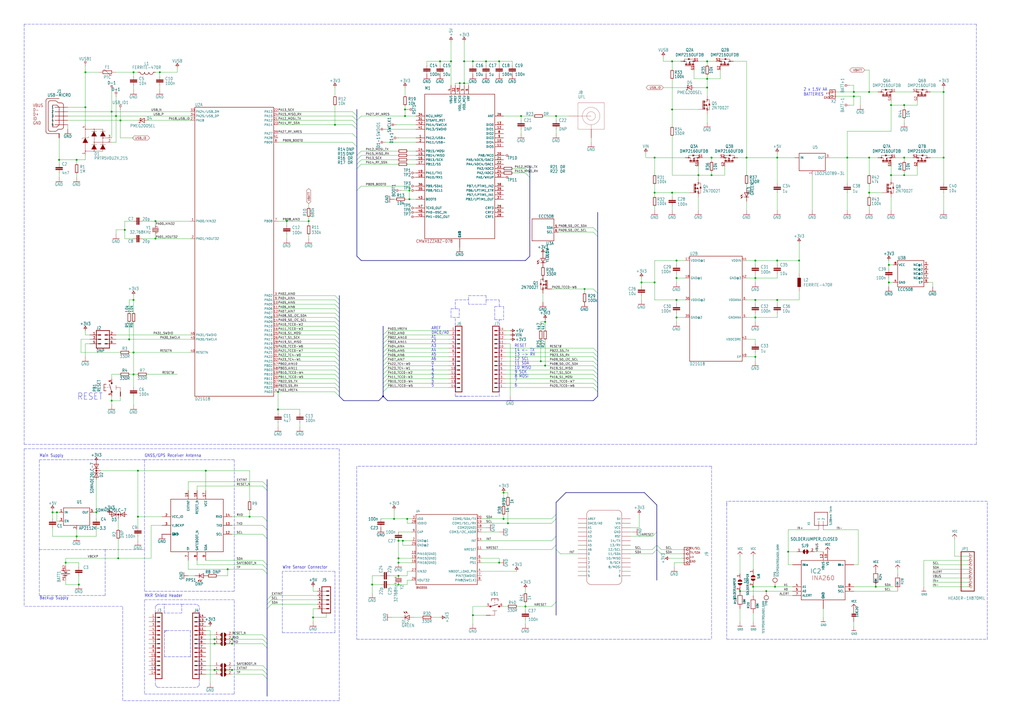
<source format=kicad_sch>
(kicad_sch (version 20211123) (generator eeschema)
  (paper "A2")
  (lib_symbols
    (symbol "Adafruit INA260-eagle-import:CAP_CERAMIC0603_NO"
      (property "Reference" "C" (at -2.29 1.25 90))
      (property "Value" "CAP_CERAMIC0603_NO" (at 2.3 1.25 90))
      (symbol "CAP_CERAMIC0603_NO_1_0"
        (pin passive line (at 0 5.08 270) (length 2.54) (name "1") (number "1"))
        (pin passive line (at 0 -2.54 90) (length 2.54) (name "2") (number "2"))
      )
    )
    (symbol "Adafruit INA260-eagle-import:GND" (power)
      (property "Value" "GND" (at -1.524 -2.54 0))
      (symbol "GND_1_0"
        (pin power_in line (at 0 2.54 270) (length 2.54) (name "GND") (number "1"))
      )
    )
    (symbol "Adafruit INA260-eagle-import:HEADER-1X870MIL"
      (property "Reference" "JP" (at -6.35 13.335 0))
      (property "Value" "HEADER-1X870MIL" (at -6.35 -12.7 0))
      (symbol "HEADER-1X870MIL_1_0"
        (pin passive inverted (at -2.54 10.16 0) (length 2.54) (name "1") (number "1"))
        (pin passive inverted (at -2.54 7.62 0) (length 2.54) (name "2") (number "2"))
        (pin passive inverted (at -2.54 5.08 0) (length 2.54) (name "3") (number "3"))
        (pin passive inverted (at -2.54 2.54 0) (length 2.54) (name "4") (number "4"))
        (pin passive inverted (at -2.54 0 0) (length 2.54) (name "5") (number "5"))
        (pin passive inverted (at -2.54 -2.54 0) (length 2.54) (name "6") (number "6"))
        (pin passive inverted (at -2.54 -5.08 0) (length 2.54) (name "7") (number "7"))
        (pin passive inverted (at -2.54 -7.62 0) (length 2.54) (name "8") (number "8"))
      )
    )
    (symbol "Adafruit INA260-eagle-import:INA260"
      (property "Reference" "IC" (at -12.7 12.7 0))
      (symbol "INA260_1_0"
        (text "INA260" (at 0 0 0) (effects (font (size 2.54 2.54))))
        (pin bidirectional line (at -17.78 7.62 0) (length 5.08) (name "IN+") (number "1"))
        (pin power_in line (at 2.54 15.24 270) (length 5.08) (name "VS") (number "10"))
        (pin power_in line (at 0 -17.78 90) (length 5.08) (name "GND") (number "11"))
        (pin power_in line (at 0 15.24 270) (length 5.08) (name "VBUS") (number "12"))
        (pin power_in line (at 0 -17.78 90) (length 5.08) (name "GND") (number "13"))
        (pin bidirectional line (at 17.78 7.62 180) (length 5.08) (name "IN-") (number "14"))
        (pin bidirectional line (at 17.78 7.62 180) (length 5.08) (name "IN-") (number "15"))
        (pin bidirectional line (at 17.78 7.62 180) (length 5.08) (name "IN-") (number "16"))
        (pin bidirectional line (at -17.78 7.62 0) (length 5.08) (name "IN+") (number "2"))
        (pin bidirectional line (at -17.78 7.62 0) (length 5.08) (name "IN+") (number "3"))
        (pin input line (at -17.78 -5.08 0) (length 5.08) (name "A1") (number "4"))
        (pin input line (at -17.78 -7.62 0) (length 5.08) (name "A0") (number "5"))
        (pin power_in line (at 0 -17.78 90) (length 5.08) (name "GND") (number "6"))
        (pin output line (at -17.78 -10.16 0) (length 5.08) (name "ALERT") (number "7"))
        (pin bidirectional line (at 17.78 -5.08 180) (length 5.08) (name "SDA") (number "8"))
        (pin bidirectional line (at 17.78 -7.62 180) (length 5.08) (name "SCL") (number "9"))
      )
    )
    (symbol "Adafruit INA260-eagle-import:RESISTOR_0603_NOOUT"
      (property "Reference" "R" (at 0 2.54 0))
      (property "Value" "RESISTOR_0603_NOOUT" (at 0 0 0))
      (symbol "RESISTOR_0603_NOOUT_1_0"
        (pin passive line (at -5.08 0 0) (length 2.54) (name "1") (number "1"))
        (pin passive line (at 5.08 0 180) (length 2.54) (name "2") (number "2"))
      )
    )
    (symbol "Adafruit INA260-eagle-import:SOLDERJUMPER"
      (property "Reference" "SJ" (at -2.54 2.54 0))
      (property "Value" "SOLDERJUMPER" (at -2.54 -3.81 0))
      (symbol "SOLDERJUMPER_1_0"
        (pin passive line (at -5.08 0 0) (length 2.54) (name "1") (number "1"))
        (pin passive line (at 5.08 0 180) (length 2.54) (name "2") (number "2"))
      )
    )
    (symbol "Adafruit INA260-eagle-import:SOLDERJUMPER_CLOSED"
      (property "Reference" "SJ" (at -2.54 2.54 0))
      (property "Value" "SOLDERJUMPER_CLOSED" (at -2.54 -3.81 0))
      (symbol "SOLDERJUMPER_CLOSED_1_0"
        (pin passive line (at -5.08 0 0) (length 2.54) (name "1") (number "1"))
        (pin passive line (at 5.08 0 180) (length 2.54) (name "2") (number "2"))
      )
    )
    (symbol "Adafruit INA260-eagle-import:TERMBLOCK_1X2_5.08MM"
      (property "Reference" "X" (at -2.54 7.62 0))
      (property "Value" "TERMBLOCK_1X2_5.08MM" (at -2.54 -5.08 0))
      (symbol "TERMBLOCK_1X2_5.08MM_1_0"
        (pin passive line (at -5.08 2.54 0) (length 5.08) (name "1") (number "P$3"))
        (pin passive line (at -5.08 0 0) (length 5.08) (name "2") (number "P$4"))
      )
    )
    (symbol "Adafruit INA260-eagle-import:TESTPOINTROUND1.5MM"
      (property "Reference" "TP" (at 0 5.588 90))
      (property "Value" "TESTPOINTROUND1.5MM" (at 1.651 5.588 90))
      (symbol "TESTPOINTROUND1.5MM_1_0"
        (pin bidirectional line (at 0 0 90) (length 2.54) (name "P$1") (number "P$1"))
      )
    )
    (symbol "Adafruit INA260-eagle-import:VCC" (power)
      (property "Value" "VCC" (at -1.524 1.016 0))
      (symbol "VCC_1_0"
        (pin power_in line (at 0 -2.54 90) (length 2.54) (name "VCC") (number "1"))
      )
    )
    (symbol "MKR-IMU-Shield_V2.0-eagle-import:+3V3" (power)
      (property "Value" "+3V3" (at 0 0.508 0))
      (symbol "+3V3_1_0"
        (pin power_in line (at 0 -2.54 90) (length 2.54) (name "+3V3") (number "1"))
      )
    )
    (symbol "MKR-IMU-Shield_V2.0-eagle-import:32.768KHZ"
      (property "Reference" "Y" (at 2.54 1.016 0))
      (property "Value" "32.768KHZ" (at 2.54 -2.54 0))
      (symbol "32.768KHZ_1_0"
        (text "1" (at -2.159 -1.143 0) (effects (font (size 0.8636 0.734)) (justify left bottom)))
        (text "2" (at 1.524 -1.143 0) (effects (font (size 0.8636 0.734)) (justify left bottom)))
        (pin passive line (at -2.54 0 0) (length 0) (name "1") (number "1"))
        (pin passive line (at 2.54 0 180) (length 0) (name "2") (number "2"))
      )
    )
    (symbol "MKR-IMU-Shield_V2.0-eagle-import:BNO055"
      (property "Reference" "U" (at -17.78 21.59 0))
      (symbol "BNO055_1_0"
        (text "BNO055" (at -17.78 -22.86 0) (effects (font (size 1.27 1.0795)) (justify left bottom)))
        (pin bidirectional line (at -20.32 -2.54 0) (length 2.54) (name "PIN10(GND)") (number "10"))
        (pin bidirectional line (at 20.32 0 180) (length 2.54) (name "NRESET") (number "11"))
        (pin output line (at 20.32 5.08 180) (length 2.54) (name "INT") (number "14"))
        (pin bidirectional line (at -20.32 -5.08 0) (length 2.54) (name "PIN15(GND)") (number "15"))
        (pin bidirectional line (at -20.32 -7.62 0) (length 2.54) (name "PIN16(GND)") (number "16"))
        (pin bidirectional line (at 20.32 10.16 180) (length 2.54) (name "COM3/I2C_ADDR") (number "17"))
        (pin bidirectional line (at 20.32 12.7 180) (length 2.54) (name "COM2(GND)") (number "18"))
        (pin bidirectional line (at 20.32 15.24 180) (length 2.54) (name "COM1/SCL/RX") (number "19"))
        (pin power_in line (at -20.32 5.08 0) (length 2.54) (name "GND@1") (number "2"))
        (pin bidirectional line (at 20.32 17.78 180) (length 2.54) (name "COM0/SDA/TX") (number "20"))
        (pin power_in line (at -20.32 2.54 0) (length 2.54) (name "GND@2") (number "25"))
        (pin output line (at -20.32 -17.78 0) (length 2.54) (name "XOUT32") (number "26"))
        (pin input line (at -20.32 -12.7 0) (length 2.54) (name "XIN32") (number "27"))
        (pin power_in line (at -20.32 15.24 0) (length 2.54) (name "VDDIO") (number "28"))
        (pin power_in line (at -20.32 17.78 0) (length 2.54) (name "VDD") (number "3"))
        (pin bidirectional line (at 20.32 -12.7 180) (length 2.54) (name "NBOOT_LOAD_PIN") (number "4"))
        (pin input line (at 20.32 -7.62 180) (length 2.54) (name "PS1") (number "5"))
        (pin input line (at 20.32 -5.08 180) (length 2.54) (name "PS0") (number "6"))
        (pin bidirectional line (at 20.32 -15.24 180) (length 2.54) (name "PIN7(SWDIO)") (number "7"))
        (pin bidirectional line (at 20.32 -17.78 180) (length 2.54) (name "PIN8(SWCLK)") (number "8"))
        (pin passive line (at -20.32 10.16 0) (length 2.54) (name "CAP") (number "9"))
      )
    )
    (symbol "MKR-IMU-Shield_V2.0-eagle-import:C-0402"
      (property "Reference" "C" (at 1.524 1.651 0))
      (property "Value" "C-0402" (at 1.524 -3.429 0))
      (symbol "C-0402_1_0"
        (pin passive line (at 0 2.54 270) (length 0) (name "1") (number "1"))
        (pin passive line (at 0 -2.54 90) (length 0) (name "2") (number "2"))
      )
    )
    (symbol "MKR-IMU-Shield_V2.0-eagle-import:GND" (power)
      (property "Value" "GND" (at -2.54 -2.54 0))
      (symbol "GND_1_0"
        (pin power_in line (at 0 2.54 270) (length 2.54) (name "GND") (number "1"))
      )
    )
    (symbol "MKR-IMU-Shield_V2.0-eagle-import:LED-0603"
      (property "Reference" "DL" (at 3.556 -4.572 90))
      (property "Value" "LED-0603" (at 5.715 -4.572 90))
      (symbol "LED-0603_1_0"
        (pin passive line (at 0 2.54 270) (length 2.54) (name "A") (number "A"))
        (pin passive line (at 0 -5.08 90) (length 2.54) (name "C") (number "C"))
      )
    )
    (symbol "MKR-IMU-Shield_V2.0-eagle-import:MKRBOARDOUTLINE"
      (symbol "MKRBOARDOUTLINE_1_0"
        (pin bidirectional line (at -15.24 -2.54 0) (length 5.08) (name "0") (number "0"))
        (pin bidirectional line (at -15.24 -5.08 0) (length 5.08) (name "1") (number "1"))
        (pin bidirectional line (at 15.24 -5.08 180) (length 5.08) (name "10/MISO") (number "10"))
        (pin bidirectional line (at 15.24 -2.54 180) (length 5.08) (name "11/SDA") (number "11"))
        (pin bidirectional line (at 15.24 0 180) (length 5.08) (name "12/SCL") (number "12"))
        (pin bidirectional line (at 15.24 2.54 180) (length 5.08) (name "13/RX") (number "13"))
        (pin bidirectional line (at 15.24 5.08 180) (length 5.08) (name "14/TX") (number "14"))
        (pin bidirectional line (at -15.24 -7.62 0) (length 5.08) (name "2") (number "2"))
        (pin bidirectional line (at -15.24 -10.16 0) (length 5.08) (name "3") (number "3"))
        (pin bidirectional line (at -15.24 -12.7 0) (length 5.08) (name "4") (number "4"))
        (pin bidirectional line (at -15.24 -15.24 0) (length 5.08) (name "5") (number "5"))
        (pin bidirectional line (at 15.24 17.78 180) (length 5.08) (name "5V") (number "5V"))
        (pin bidirectional line (at 15.24 -15.24 180) (length 5.08) (name "6") (number "6"))
        (pin bidirectional line (at 15.24 -12.7 180) (length 5.08) (name "7") (number "7"))
        (pin bidirectional line (at 15.24 -10.16 180) (length 5.08) (name "8/MOSI") (number "8"))
        (pin bidirectional line (at 15.24 -7.62 180) (length 5.08) (name "9/SCK") (number "9"))
        (pin bidirectional line (at -15.24 15.24 0) (length 5.08) (name "DAC0/A0") (number "A0"))
        (pin bidirectional line (at -15.24 12.7 0) (length 5.08) (name "A1") (number "A1"))
        (pin bidirectional line (at -15.24 10.16 0) (length 5.08) (name "A2") (number "A2"))
        (pin bidirectional line (at -15.24 7.62 0) (length 5.08) (name "A3") (number "A3"))
        (pin bidirectional line (at -15.24 5.08 0) (length 5.08) (name "A4") (number "A4"))
        (pin bidirectional line (at -15.24 2.54 0) (length 5.08) (name "A5") (number "A5"))
        (pin bidirectional line (at -15.24 0 0) (length 5.08) (name "A6") (number "A6"))
        (pin bidirectional line (at -15.24 17.78 0) (length 5.08) (name "AREF") (number "AREF"))
        (pin bidirectional line (at 15.24 10.16 180) (length 5.08) (name "GND") (number "GND"))
        (pin bidirectional line (at 15.24 7.62 180) (length 5.08) (name "RST") (number "RST"))
        (pin bidirectional line (at 15.24 12.7 180) (length 5.08) (name "VCC") (number "VCC"))
        (pin bidirectional line (at 15.24 15.24 180) (length 5.08) (name "VIN") (number "VIN"))
      )
    )
    (symbol "MKR-IMU-Shield_V2.0-eagle-import:MODULINO-4RA"
      (property "Reference" "J" (at -5.08 8.89 0))
      (symbol "MODULINO-4RA_1_0"
        (text "+V" (at 2.54 1.27 900) (effects (font (size 1.27 1.0795)) (justify left bottom)))
        (text "GND" (at 5.08 1.27 900) (effects (font (size 1.27 1.0795)) (justify left bottom)))
        (text "RX/SCL" (at -2.54 1.27 900) (effects (font (size 1.27 1.0795)) (justify left bottom)))
        (text "TX/SDA" (at 0 1.27 900) (effects (font (size 1.27 1.0795)) (justify left bottom)))
        (pin passive line (at -2.54 -2.54 90) (length 2.54) (name "1") (number "P$1"))
        (pin passive line (at 0 -2.54 90) (length 2.54) (name "2") (number "P$2"))
        (pin passive line (at 2.54 -2.54 90) (length 2.54) (name "3") (number "P$3"))
        (pin passive line (at 5.08 -2.54 90) (length 2.54) (name "4") (number "P$4"))
      )
    )
    (symbol "MKR-IMU-Shield_V2.0-eagle-import:R-0402"
      (property "Reference" "R" (at 0 1.27 0))
      (property "Value" "R-0402" (at 0 -1.27 0))
      (symbol "R-0402_1_0"
        (pin passive line (at -2.54 0 0) (length 0) (name "1") (number "1"))
        (pin passive line (at 2.54 0 180) (length 0) (name "2") (number "2"))
      )
    )
    (symbol "MKR-IMU-Shield_V2.0-eagle-import:TACTILE1PTS820-NH"
      (symbol "TACTILE1PTS820-NH_1_0"
        (pin power_in line (at 5.08 -5.08 90) (length 2.54) (name "3") (number "1"))
        (pin power_in line (at 5.08 -5.08 90) (length 2.54) (name "3") (number "2"))
        (pin power_in line (at 5.08 -5.08 90) (length 2.54) (name "3") (number "3"))
        (pin power_in line (at 5.08 -5.08 90) (length 2.54) (name "3") (number "4"))
        (pin passive line (at 0 -5.08 90) (length 2.54) (name "1") (number "5"))
        (pin passive line (at 0 5.08 270) (length 2.54) (name "2") (number "6"))
      )
    )
    (symbol "MKRGPSShield_V4.0-eagle-import:+3V3" (power)
      (property "Value" "+3V3" (at 0 0.508 0))
      (symbol "+3V3_1_0"
        (pin power_in line (at 0 -2.54 90) (length 2.54) (name "+3V3") (number "1"))
      )
    )
    (symbol "MKRGPSShield_V4.0-eagle-import:+5V" (power)
      (property "Value" "+5V" (at 0 0.508 0))
      (symbol "+5V_1_0"
        (pin power_in line (at 0 -2.54 90) (length 2.54) (name "+5V") (number "1"))
      )
    )
    (symbol "MKRGPSShield_V4.0-eagle-import:A2K_SOT-323"
      (property "Reference" "D" (at 0.762 2.0066 0))
      (property "Value" "A2K_SOT-323" (at -4.826 -3.4544 0))
      (symbol "A2K_SOT-323_1_0"
        (pin passive line (at -5.08 0 0) (length 2.54) (name "A1") (number "1"))
        (pin passive line (at 5.08 0 180) (length 2.54) (name "A2") (number "2"))
        (pin passive line (at 0 2.54 270) (length 2.54) (name "K") (number "3"))
      )
    )
    (symbol "MKRGPSShield_V4.0-eagle-import:AP2112K-3.3"
      (property "Reference" "U" (at 0 7.62 0))
      (property "Value" "AP2112K-3.3" (at 1.27 -7.62 0))
      (symbol "AP2112K-3.3_1_0"
        (pin power_in line (at -10.16 2.54 0) (length 2.54) (name "IN") (number "1"))
        (pin power_in line (at 0 -7.62 90) (length 2.54) (name "GND/ADJ") (number "2"))
        (pin input line (at -10.16 -2.54 0) (length 2.54) (name "EN") (number "3"))
        (pin power_in line (at 10.16 2.54 180) (length 2.54) (name "OUT") (number "5"))
      )
    )
    (symbol "MKRGPSShield_V4.0-eagle-import:BATT-HOLDER_12MM"
      (symbol "BATT-HOLDER_12MM_1_0"
        (pin bidirectional line (at 0 -4.46 90) (length 2.54) (name "-") (number "P$1"))
        (pin bidirectional line (at 0 3.46 270) (length 2.54) (name "+") (number "P$2"))
      )
    )
    (symbol "MKRGPSShield_V4.0-eagle-import:C-0402"
      (property "Reference" "C" (at 1.524 1.651 0))
      (property "Value" "C-0402" (at 1.524 -3.429 0))
      (symbol "C-0402_1_0"
        (pin passive line (at 0 2.54 270) (length 0) (name "1") (number "1"))
        (pin passive line (at 0 -2.54 90) (length 0) (name "2") (number "2"))
      )
    )
    (symbol "MKRGPSShield_V4.0-eagle-import:GND" (power)
      (property "Value" "GND" (at -2.54 -2.54 0))
      (symbol "GND_1_0"
        (pin power_in line (at 0 2.54 270) (length 2.54) (name "GND") (number "1"))
      )
    )
    (symbol "MKRGPSShield_V4.0-eagle-import:LED-0603"
      (property "Reference" "DL" (at 3.556 -4.572 90))
      (property "Value" "LED-0603" (at 5.715 -4.572 90))
      (symbol "LED-0603_1_0"
        (pin passive line (at 0 2.54 270) (length 2.54) (name "A") (number "A"))
        (pin passive line (at 0 -5.08 90) (length 2.54) (name "C") (number "C"))
      )
    )
    (symbol "MKRGPSShield_V4.0-eagle-import:PINHD-1X14-SMTH-SMD"
      (property "Reference" "J" (at 0 18.288 0))
      (symbol "PINHD-1X14-SMTH-SMD_1_0"
        (pin passive line (at 7.62 -17.78 180) (length 5.08) (name "1") (number "1"))
        (pin passive line (at 7.62 5.08 180) (length 5.08) (name "10") (number "10"))
        (pin passive line (at 7.62 7.62 180) (length 5.08) (name "11") (number "11"))
        (pin passive line (at 7.62 10.16 180) (length 5.08) (name "12") (number "12"))
        (pin passive line (at 7.62 12.7 180) (length 5.08) (name "13") (number "13"))
        (pin passive line (at 7.62 15.24 180) (length 5.08) (name "14") (number "14"))
        (pin passive line (at 7.62 -15.24 180) (length 5.08) (name "2") (number "2"))
        (pin passive line (at 7.62 -12.7 180) (length 5.08) (name "3") (number "3"))
        (pin passive line (at 7.62 -10.16 180) (length 5.08) (name "4") (number "4"))
        (pin passive line (at 7.62 -7.62 180) (length 5.08) (name "5") (number "5"))
        (pin passive line (at 7.62 -5.08 180) (length 5.08) (name "6") (number "6"))
        (pin passive line (at 7.62 -2.54 180) (length 5.08) (name "7") (number "7"))
        (pin passive line (at 7.62 0 180) (length 5.08) (name "8") (number "8"))
        (pin passive line (at 7.62 2.54 180) (length 5.08) (name "9") (number "9"))
      )
    )
    (symbol "MKRGPSShield_V4.0-eagle-import:R-0402"
      (property "Reference" "R" (at 0 1.27 0))
      (property "Value" "R-0402" (at 0 -1.27 0))
      (symbol "R-0402_1_0"
        (pin passive line (at -2.54 0 0) (length 0) (name "1") (number "1"))
        (pin passive line (at 2.54 0 180) (length 0) (name "2") (number "2"))
      )
    )
    (symbol "MKRGPSShield_V4.0-eagle-import:SAM-M8Q"
      (symbol "SAM-M8Q_1_0"
        (pin bidirectional line (at -5.08 10.16 0) (length 5.08) (name "GND") (number "1"))
        (pin bidirectional line (at -5.08 10.16 0) (length 5.08) (name "GND") (number "10"))
        (pin bidirectional line (at -5.08 10.16 0) (length 5.08) (name "GND") (number "11"))
        (pin bidirectional line (at 35.56 10.16 180) (length 5.08) (name "SCL") (number "12"))
        (pin bidirectional line (at 35.56 15.24 180) (length 5.08) (name "TXD") (number "13"))
        (pin bidirectional line (at 35.56 20.32 180) (length 5.08) (name "RXD") (number "14"))
        (pin bidirectional line (at -5.08 10.16 0) (length 5.08) (name "GND") (number "15"))
        (pin bidirectional line (at -5.08 10.16 0) (length 5.08) (name "GND") (number "16"))
        (pin bidirectional line (at 20.32 35.56 270) (length 5.08) (name "VCC") (number "17"))
        (pin bidirectional line (at 15.24 35.56 270) (length 5.08) (name "RESET_N") (number "18"))
        (pin bidirectional line (at 10.16 35.56 270) (length 5.08) (name "EXTINT") (number "19"))
        (pin bidirectional line (at -5.08 20.32 0) (length 5.08) (name "VCC_IO") (number "2"))
        (pin bidirectional line (at -5.08 10.16 0) (length 5.08) (name "GND") (number "20"))
        (pin bidirectional line (at -5.08 15.24 0) (length 5.08) (name "V_BCKP") (number "3"))
        (pin bidirectional line (at -5.08 10.16 0) (length 5.08) (name "GND") (number "4"))
        (pin bidirectional line (at -5.08 10.16 0) (length 5.08) (name "GND") (number "5"))
        (pin bidirectional line (at -5.08 10.16 0) (length 5.08) (name "GND") (number "6"))
        (pin bidirectional line (at 10.16 -5.08 90) (length 5.08) (name "TP") (number "7"))
        (pin bidirectional line (at 15.24 -5.08 90) (length 5.08) (name "SAFEBOOT_N") (number "8"))
        (pin bidirectional line (at 20.32 -5.08 90) (length 5.08) (name "SDA") (number "9"))
      )
    )
    (symbol "MKRGPSShield_V4.0-eagle-import:SJ"
      (property "Reference" "SJ" (at -2.54 2.54 0))
      (property "Value" "SJ" (at -2.54 -3.81 0))
      (symbol "SJ_1_0"
        (pin passive line (at -5.08 0 0) (length 2.54) (name "1") (number "1"))
        (pin passive line (at 5.08 0 180) (length 2.54) (name "2") (number "2"))
      )
    )
    (symbol "MKRGPSShield_V4.0-eagle-import:SM05B-SRSS-TB"
      (property "Reference" "J" (at -2.54 8.128 0))
      (symbol "SM05B-SRSS-TB_1_0"
        (pin passive line (at -5.08 5.08 0) (length 2.54) (name "1") (number "1"))
        (pin passive line (at -5.08 2.54 0) (length 2.54) (name "2") (number "2"))
        (pin passive line (at -5.08 0 0) (length 2.54) (name "3") (number "3"))
        (pin passive line (at -5.08 -2.54 0) (length 2.54) (name "4") (number "4"))
        (pin passive line (at -5.08 -5.08 0) (length 2.54) (name "5") (number "5"))
        (pin passive line (at 0 -7.62 0) (length 0) (name "SH") (number "SH1"))
        (pin passive line (at 0 -7.62 0) (length 0) (name "SH") (number "SH2"))
      )
    )
    (symbol "MKRWANV1.0-eagle-import:+3V3" (power)
      (property "Value" "+3V3" (at 0 0.508 0))
      (symbol "+3V3_1_0"
        (pin power_in line (at 0 -2.54 90) (length 2.54) (name "+3V3") (number "1"))
      )
    )
    (symbol "MKRWANV1.0-eagle-import:+5V" (power)
      (property "Value" "+5V" (at 0 0.508 0))
      (symbol "+5V_1_0"
        (pin power_in line (at 0 -2.54 90) (length 2.54) (name "+5V") (number "1"))
      )
    )
    (symbol "MKRWANV1.0-eagle-import:2N7002T"
      (property "Reference" "Q" (at 2.54 0 0))
      (property "Value" "2N7002T" (at 2.54 -2.54 0))
      (symbol "2N7002T_1_0"
        (pin passive line (at 0 5.08 270) (length 2.54) (name "D") (number "D"))
        (pin passive line (at -5.08 -2.54 0) (length 2.54) (name "G") (number "G"))
        (pin passive line (at 0 -5.08 90) (length 2.54) (name "S") (number "S"))
      )
    )
    (symbol "MKRWANV1.0-eagle-import:2X3_SMD_MALE"
      (property "Reference" "J" (at -3.81 5.842 0))
      (property "Value" "2X3_SMD_MALE" (at -3.81 -7.62 0))
      (symbol "2X3_SMD_MALE_1_0"
        (pin passive line (at -7.62 2.54 0) (length 5.08) (name "1") (number "1"))
        (pin passive line (at 7.62 2.54 180) (length 5.08) (name "2") (number "2"))
        (pin passive line (at -7.62 0 0) (length 5.08) (name "3") (number "3"))
        (pin passive line (at 7.62 0 180) (length 5.08) (name "4") (number "4"))
        (pin passive line (at -7.62 -2.54 0) (length 5.08) (name "5") (number "5"))
        (pin passive line (at 7.62 -2.54 180) (length 5.08) (name "6") (number "6"))
      )
    )
    (symbol "MKRWANV1.0-eagle-import:32.768KHZ"
      (property "Reference" "Y" (at 2.54 1.016 0))
      (property "Value" "32.768KHZ" (at 2.54 -2.54 0))
      (symbol "32.768KHZ_1_0"
        (text "1" (at -2.159 -1.143 0) (effects (font (size 0.8636 0.734)) (justify left bottom)))
        (text "2" (at 1.524 -1.143 0) (effects (font (size 0.8636 0.734)) (justify left bottom)))
        (pin passive line (at -2.54 0 0) (length 0) (name "1") (number "1"))
        (pin passive line (at 2.54 0 180) (length 0) (name "2") (number "2"))
      )
    )
    (symbol "MKRWANV1.0-eagle-import:ATECC508A-MAHDA-T8-UDFN"
      (property "Reference" "U" (at -7.62 8.128 0))
      (property "Value" "ATECC508A-MAHDA-T8-UDFN" (at -7.62 -8.128 0))
      (symbol "ATECC508A-MAHDA-T8-UDFN_1_0"
        (pin bidirectional line (at -10.16 0 0) (length 2.54) (name "SDA") (number "5"))
        (pin input line (at -10.16 2.54 0) (length 2.54) (name "SCL") (number "6"))
      )
      (symbol "ATECC508A-MAHDA-T8-UDFN_2_0"
        (pin bidirectional line (at 10.16 5.08 180) (length 2.54) (name "NC@1") (number "1"))
        (pin bidirectional line (at 10.16 2.54 180) (length 2.54) (name "NC@2") (number "2"))
        (pin bidirectional line (at 10.16 0 180) (length 2.54) (name "NC@3") (number "3"))
        (pin power_in line (at -10.16 -5.08 0) (length 2.54) (name "GND") (number "4"))
        (pin bidirectional line (at 10.16 -2.54 180) (length 2.54) (name "NC@4") (number "7"))
        (pin power_in line (at -10.16 5.08 0) (length 2.54) (name "VCC") (number "8"))
        (pin passive line (at 10.16 -5.08 180) (length 2.54) (name "EP") (number "9"))
      )
    )
    (symbol "MKRWANV1.0-eagle-import:ATSAMD21G18A-48QFN"
      (property "Reference" "U" (at -15.24 30.988 0))
      (property "Value" "ATSAMD21G18A-48QFN" (at -15.24 -30.988 0))
      (symbol "ATSAMD21G18A-48QFN_1_0"
        (pin bidirectional line (at -25.4 17.78 0) (length 2.54) (name "PA00/XIN32") (number "1"))
        (pin bidirectional line (at 25.4 -30.48 180) (length 2.54) (name "PA05") (number "10"))
        (pin bidirectional line (at 25.4 -33.02 180) (length 2.54) (name "PA06") (number "11"))
        (pin bidirectional line (at 25.4 -35.56 180) (length 2.54) (name "PA07") (number "12"))
        (pin bidirectional line (at 25.4 -38.1 180) (length 2.54) (name "PA08") (number "13"))
        (pin bidirectional line (at 25.4 -40.64 180) (length 2.54) (name "PA09") (number "14"))
        (pin bidirectional line (at 25.4 -43.18 180) (length 2.54) (name "PA10") (number "15"))
        (pin bidirectional line (at 25.4 -45.72 180) (length 2.54) (name "PA11") (number "16"))
        (pin bidirectional line (at 25.4 -71.12 180) (length 2.54) (name "PB10") (number "19"))
        (pin bidirectional line (at -25.4 7.62 0) (length 2.54) (name "PA01/XOUT32") (number "2"))
        (pin bidirectional line (at 25.4 -73.66 180) (length 2.54) (name "PB11") (number "20"))
        (pin bidirectional line (at 25.4 76.2 180) (length 2.54) (name "PA12") (number "21"))
        (pin bidirectional line (at 25.4 81.28 180) (length 2.54) (name "PA13") (number "22"))
        (pin bidirectional line (at 25.4 73.66 180) (length 2.54) (name "PA14") (number "23"))
        (pin bidirectional line (at 25.4 78.74 180) (length 2.54) (name "PA15") (number "24"))
        (pin bidirectional line (at 25.4 -48.26 180) (length 2.54) (name "PA16") (number "25"))
        (pin bidirectional line (at 25.4 -50.8 180) (length 2.54) (name "PA17") (number "26"))
        (pin bidirectional line (at -25.4 76.2 0) (length 2.54) (name "PA18") (number "27"))
        (pin bidirectional line (at 25.4 -53.34 180) (length 2.54) (name "PA19") (number "28"))
        (pin bidirectional line (at 25.4 -55.88 180) (length 2.54) (name "PA20") (number "29"))
        (pin bidirectional line (at 25.4 -25.4 180) (length 2.54) (name "PA02") (number "3"))
        (pin bidirectional line (at 25.4 -58.42 180) (length 2.54) (name "PA21") (number "30"))
        (pin bidirectional line (at 25.4 -60.96 180) (length 2.54) (name "PA22") (number "31"))
        (pin bidirectional line (at 25.4 -63.5 180) (length 2.54) (name "PA23") (number "32"))
        (pin bidirectional line (at -25.4 81.28 0) (length 2.54) (name "PA24/USB_DM") (number "33"))
        (pin bidirectional line (at -25.4 78.74 0) (length 2.54) (name "PA25/USB_DP") (number "34"))
        (pin bidirectional line (at 25.4 -76.2 180) (length 2.54) (name "PB22") (number "37"))
        (pin bidirectional line (at 25.4 -78.74 180) (length 2.54) (name "PB23") (number "38"))
        (pin bidirectional line (at 25.4 68.58 180) (length 2.54) (name "PA27") (number "39"))
        (pin bidirectional line (at 25.4 -81.28 180) (length 2.54) (name "PA03") (number "4"))
        (pin bidirectional line (at -25.4 -58.42 0) (length 2.54) (name "RESETN") (number "40"))
        (pin bidirectional line (at 25.4 66.04 180) (length 2.54) (name "PA28") (number "41"))
        (pin bidirectional line (at -25.4 -50.8 0) (length 2.54) (name "PA30/SWCLK") (number "45"))
        (pin bidirectional line (at -25.4 -48.26 0) (length 2.54) (name "PA31/SWDIO") (number "46"))
        (pin bidirectional line (at 25.4 -66.04 180) (length 2.54) (name "PB02") (number "47"))
        (pin bidirectional line (at 25.4 -68.58 180) (length 2.54) (name "PB03") (number "48"))
        (pin bidirectional line (at 25.4 17.78 180) (length 2.54) (name "PB08") (number "7"))
        (pin bidirectional line (at 25.4 63.5 180) (length 2.54) (name "PB09") (number "8"))
        (pin bidirectional line (at 25.4 -27.94 180) (length 2.54) (name "PA04") (number "9"))
      )
      (symbol "ATSAMD21G18A-48QFN_2_0"
        (pin power_in line (at -17.78 27.94 0) (length 2.54) (name "VDDIO@1") (number "17"))
        (pin power_in line (at -17.78 17.78 0) (length 2.54) (name "GND@1") (number "18"))
        (pin power_in line (at -17.78 -5.08 0) (length 2.54) (name "GND@2") (number "35"))
        (pin power_in line (at -17.78 5.08 0) (length 2.54) (name "VDDIO@2") (number "36"))
        (pin power_in line (at 17.78 17.78 180) (length 2.54) (name "GND@3") (number "42"))
        (pin power_in line (at 17.78 -17.78 180) (length 2.54) (name "VDDCORE") (number "43"))
        (pin power_in line (at 17.78 27.94 180) (length 2.54) (name "VDDIN") (number "44"))
        (pin passive line (at 17.78 -27.94 180) (length 2.54) (name "EP") (number "49"))
        (pin power_in line (at 17.78 -5.08 180) (length 2.54) (name "GNDANA") (number "5"))
        (pin power_in line (at 17.78 5.08 180) (length 2.54) (name "VDDANA") (number "6"))
      )
    )
    (symbol "MKRWANV1.0-eagle-import:C-0402"
      (property "Reference" "C" (at 1.524 1.651 0))
      (property "Value" "C-0402" (at 1.524 -3.429 0))
      (symbol "C-0402_1_0"
        (pin passive line (at 0 2.54 270) (length 0) (name "1") (number "1"))
        (pin passive line (at 0 -2.54 90) (length 0) (name "2") (number "2"))
      )
    )
    (symbol "MKRWANV1.0-eagle-import:C-0603"
      (property "Reference" "C" (at 1.524 1.651 0))
      (property "Value" "C-0603" (at 1.524 -3.429 0))
      (symbol "C-0603_1_0"
        (pin passive line (at 0 2.54 270) (length 0) (name "1") (number "1"))
        (pin passive line (at 0 -2.54 90) (length 0) (name "2") (number "2"))
      )
    )
    (symbol "MKRWANV1.0-eagle-import:C-0805"
      (property "Reference" "C" (at 1.524 1.651 0))
      (property "Value" "C-0805" (at 1.524 -3.429 0))
      (symbol "C-0805_1_0"
        (pin passive line (at 0 2.54 270) (length 0) (name "1") (number "1"))
        (pin passive line (at 0 -2.54 90) (length 0) (name "2") (number "2"))
      )
    )
    (symbol "MKRWANV1.0-eagle-import:CMWX1ZZABZ-078"
      (property "Reference" "M" (at -20.32 40.64 0))
      (symbol "CMWX1ZZABZ-078_1_0"
        (text "CMWX1ZZABZ-078" (at -25.4 -48.26 0) (effects (font (size 1.778 1.5113)) (justify left bottom)))
        (pin bidirectional line (at -25.4 12.7 0) (length 5.08) (name "PA12/USB+") (number "1"))
        (pin bidirectional line (at 25.4 10.16 180) (length 5.08) (name "DIO4") (number "10"))
        (pin bidirectional line (at 25.4 7.62 180) (length 5.08) (name "DIO5") (number "11"))
        (pin bidirectional line (at 25.4 17.78 180) (length 5.08) (name "DIO1") (number "12"))
        (pin bidirectional line (at 25.4 20.32 180) (length 5.08) (name "DIO0") (number "13"))
        (pin bidirectional line (at -25.4 5.08 0) (length 5.08) (name "PB15/MOSI") (number "14"))
        (pin bidirectional line (at -25.4 2.54 0) (length 5.08) (name "PB14/MISO") (number "15"))
        (pin bidirectional line (at -25.4 0 0) (length 5.08) (name "PB13/SCK") (number "16"))
        (pin bidirectional line (at -25.4 -2.54 0) (length 5.08) (name "PB12/SS") (number "17"))
        (pin bidirectional line (at -25.4 -10.16 0) (length 5.08) (name "PA10/RX1") (number "18"))
        (pin bidirectional line (at -25.4 -7.62 0) (length 5.08) (name "PA11/TX1") (number "19"))
        (pin bidirectional line (at -25.4 10.16 0) (length 5.08) (name "PA11/USB-") (number "2"))
        (pin bidirectional line (at 25.4 2.54 180) (length 5.08) (name "PA8/MCO") (number "20"))
        (pin bidirectional line (at 25.4 0 180) (length 5.08) (name "PA5/ADC5/DAC2") (number "21"))
        (pin bidirectional line (at 25.4 -2.54 180) (length 5.08) (name "PA4/ADC4/DAC1") (number "22"))
        (pin bidirectional line (at 25.4 -5.08 180) (length 5.08) (name "PA3/ADC3") (number "23"))
        (pin bidirectional line (at 25.4 -7.62 180) (length 5.08) (name "PA2/ADC2") (number "24"))
        (pin bidirectional line (at 0 -50.8 90) (length 5.08) (name "GND") (number "25"))
        (pin bidirectional line (at 25.4 25.4 180) (length 5.08) (name "ANT") (number "26"))
        (pin bidirectional line (at 0 -50.8 90) (length 5.08) (name "GND") (number "27"))
        (pin bidirectional line (at 25.4 -33.02 180) (length 5.08) (name "CRF1") (number "28"))
        (pin bidirectional line (at 25.4 -27.94 180) (length 5.08) (name "CRF3") (number "29"))
        (pin bidirectional line (at 0 -50.8 90) (length 5.08) (name "GND") (number "3"))
        (pin bidirectional line (at 25.4 -30.48 180) (length 5.08) (name "CRF2") (number "30"))
        (pin bidirectional line (at -25.4 22.86 0) (length 5.08) (name "STSAFE_RST") (number "31"))
        (pin bidirectional line (at -2.54 43.18 270) (length 5.08) (name "VREF") (number "32"))
        (pin bidirectional line (at 25.4 -10.16 180) (length 5.08) (name "PA0/WKUP") (number "33"))
        (pin bidirectional line (at -25.4 25.4 0) (length 5.08) (name "MCU_NRST") (number "34"))
        (pin bidirectional line (at -25.4 -17.78 0) (length 5.08) (name "PB8/SCL1") (number "35"))
        (pin bidirectional line (at -25.4 -15.24 0) (length 5.08) (name "PB9/SDA1") (number "36"))
        (pin bidirectional line (at 25.4 -22.86 180) (length 5.08) (name "PB2/LPTIM1_OUT") (number "37"))
        (pin bidirectional line (at 25.4 -15.24 180) (length 5.08) (name "PB7/LPTIM1_IN2") (number "38"))
        (pin bidirectional line (at 25.4 -17.78 180) (length 5.08) (name "PB6/LPTIM1_ETR") (number "39"))
        (pin bidirectional line (at -5.08 43.18 270) (length 5.08) (name "VBUS") (number "4"))
        (pin bidirectional line (at 25.4 -20.32 180) (length 5.08) (name "P57/LPTIM1_IN1") (number "40"))
        (pin bidirectional line (at -25.4 17.78 0) (length 5.08) (name "PA13/SWDIO") (number "41"))
        (pin bidirectional line (at -25.4 20.32 0) (length 5.08) (name "PA14/SWCLK") (number "42"))
        (pin bidirectional line (at -25.4 -22.86 0) (length 5.08) (name "BOOT0") (number "43"))
        (pin bidirectional line (at 0 -50.8 90) (length 5.08) (name "GND") (number "44"))
        (pin bidirectional line (at -25.4 -33.02 0) (length 5.08) (name "PH1-OSC_OUT") (number "45"))
        (pin bidirectional line (at -25.4 -30.48 0) (length 5.08) (name "PH0-OSC_IN") (number "46"))
        (pin bidirectional line (at -25.4 -27.94 0) (length 5.08) (name "TCX0_OUT") (number "47"))
        (pin bidirectional line (at 0 43.18 270) (length 5.08) (name "VDD_TCX0") (number "48"))
        (pin bidirectional line (at 0 -50.8 90) (length 5.08) (name "GND") (number "49"))
        (pin bidirectional line (at 2.54 43.18 270) (length 5.08) (name "VDD_MCU") (number "5"))
        (pin bidirectional line (at 0 -50.8 90) (length 5.08) (name "GND") (number "50"))
        (pin bidirectional line (at 0 -50.8 90) (length 5.08) (name "GND") (number "51"))
        (pin bidirectional line (at 0 -50.8 90) (length 5.08) (name "GND") (number "52"))
        (pin bidirectional line (at 0 -50.8 90) (length 5.08) (name "GND") (number "53"))
        (pin bidirectional line (at 0 -50.8 90) (length 5.08) (name "GND") (number "54"))
        (pin bidirectional line (at 0 -50.8 90) (length 5.08) (name "GND") (number "55"))
        (pin bidirectional line (at 0 -50.8 90) (length 5.08) (name "GND") (number "56"))
        (pin bidirectional line (at 0 -50.8 90) (length 5.08) (name "GND") (number "57"))
        (pin bidirectional line (at 5.08 43.18 270) (length 5.08) (name "VRF") (number "6"))
        (pin bidirectional line (at 0 -50.8 90) (length 5.08) (name "GND") (number "7"))
        (pin bidirectional line (at 25.4 15.24 180) (length 5.08) (name "DIO2") (number "8"))
        (pin bidirectional line (at 25.4 12.7 180) (length 5.08) (name "DIO3") (number "9"))
      )
    )
    (symbol "MKRWANV1.0-eagle-import:DMP2160UFDB"
      (property "Reference" "Q" (at 2.54 0 0))
      (property "Value" "DMP2160UFDB" (at 2.54 -2.54 0))
      (symbol "DMP2160UFDB_1_0"
        (pin passive line (at 0 -5.08 90) (length 2.54) (name "D") (number "D1"))
        (pin passive line (at 0 -5.08 90) (length 2.54) (name "D") (number "D1'"))
        (pin passive line (at -5.08 2.54 0) (length 2.54) (name "G") (number "G1"))
        (pin passive line (at 0 5.08 270) (length 2.54) (name "S") (number "S1"))
      )
      (symbol "DMP2160UFDB_2_0"
        (pin passive line (at 0 -5.08 90) (length 2.54) (name "D") (number "D2"))
        (pin passive line (at 0 -5.08 90) (length 2.54) (name "D") (number "D2'"))
        (pin passive line (at -5.08 2.54 0) (length 2.54) (name "G") (number "G2"))
        (pin passive line (at 0 5.08 270) (length 2.54) (name "S") (number "S2"))
      )
    )
    (symbol "MKRWANV1.0-eagle-import:FERRITE"
      (property "Reference" "L" (at 0 1.27 0))
      (property "Value" "FERRITE" (at 0 -1.27 0))
      (symbol "FERRITE_1_0"
        (pin passive line (at -5.08 0 0) (length 2.54) (name "1") (number "1"))
        (pin passive line (at 5.08 0 180) (length 2.54) (name "2") (number "2"))
      )
    )
    (symbol "MKRWANV1.0-eagle-import:FERRITE-470R"
      (property "Reference" "L" (at 0 2.54 0))
      (property "Value" "FERRITE-470R" (at 0 -1.27 0))
      (symbol "FERRITE-470R_1_0"
        (pin passive line (at -5.08 0 0) (length 0) (name "1") (number "1"))
        (pin passive line (at 5.08 0 180) (length 0) (name "2") (number "2"))
      )
    )
    (symbol "MKRWANV1.0-eagle-import:GND" (power)
      (property "Value" "GND" (at -2.54 -2.54 0))
      (symbol "GND_1_0"
        (pin power_in line (at 0 2.54 270) (length 2.54) (name "GND") (number "1"))
      )
    )
    (symbol "MKRWANV1.0-eagle-import:LDO2"
      (property "Value" "LDO2" (at 1.27 -7.62 0))
      (symbol "LDO2_1_0"
        (pin input line (at 0 -7.62 90) (length 2.54) (name "GND/ADJ") (number "1"))
        (pin input line (at -10.16 2.54 0) (length 2.54) (name "IN") (number "2"))
        (pin passive line (at 10.16 2.54 180) (length 2.54) (name "OUT") (number "3"))
        (pin input line (at -10.16 2.54 0) (length 2.54) (name "IN") (number "TH"))
      )
    )
    (symbol "MKRWANV1.0-eagle-import:LED-0603"
      (property "Reference" "DL" (at 3.556 -4.572 90))
      (property "Value" "LED-0603" (at 5.715 -4.572 90))
      (symbol "LED-0603_1_0"
        (pin passive line (at 0 2.54 270) (length 2.54) (name "A") (number "A"))
        (pin passive line (at 0 -5.08 90) (length 2.54) (name "C") (number "C"))
      )
    )
    (symbol "MKRWANV1.0-eagle-import:PINHD-1X14-SMTH-SMD"
      (property "Reference" "J" (at 0 18.288 0))
      (property "Value" "PINHD-1X14-SMTH-SMD" (at 0 -20.828 0))
      (symbol "PINHD-1X14-SMTH-SMD_1_0"
        (pin passive line (at 7.62 -17.78 180) (length 5.08) (name "1") (number "1"))
        (pin passive line (at 7.62 5.08 180) (length 5.08) (name "10") (number "10"))
        (pin passive line (at 7.62 7.62 180) (length 5.08) (name "11") (number "11"))
        (pin passive line (at 7.62 10.16 180) (length 5.08) (name "12") (number "12"))
        (pin passive line (at 7.62 12.7 180) (length 5.08) (name "13") (number "13"))
        (pin passive line (at 7.62 15.24 180) (length 5.08) (name "14") (number "14"))
        (pin passive line (at 7.62 -15.24 180) (length 5.08) (name "2") (number "2"))
        (pin passive line (at 7.62 -12.7 180) (length 5.08) (name "3") (number "3"))
        (pin passive line (at 7.62 -10.16 180) (length 5.08) (name "4") (number "4"))
        (pin passive line (at 7.62 -7.62 180) (length 5.08) (name "5") (number "5"))
        (pin passive line (at 7.62 -5.08 180) (length 5.08) (name "6") (number "6"))
        (pin passive line (at 7.62 -2.54 180) (length 5.08) (name "7") (number "7"))
        (pin passive line (at 7.62 0 180) (length 5.08) (name "8") (number "8"))
        (pin passive line (at 7.62 2.54 180) (length 5.08) (name "9") (number "9"))
      )
    )
    (symbol "MKRWANV1.0-eagle-import:PMEG2005EL"
      (property "Reference" "D" (at -2.286 1.905 0))
      (property "Value" "PMEG2005EL" (at -2.286 -3.429 0))
      (symbol "PMEG2005EL_1_0"
        (pin passive line (at -2.54 0 0) (length 2.54) (name "A") (number "A"))
        (pin passive line (at 2.54 0 180) (length 2.54) (name "C") (number "C"))
      )
    )
    (symbol "MKRWANV1.0-eagle-import:PRTR5V0U2X,215"
      (property "Reference" "D" (at -2.54 6.096 0))
      (property "Value" "PRTR5V0U2X,215" (at -2.54 -9.652 0))
      (symbol "PRTR5V0U2X,215_1_0"
        (pin passive line (at -5.08 -10.16 90) (length 2.54) (name "1") (number "1"))
        (pin passive line (at 10.16 -2.54 180) (length 2.54) (name "2") (number "2"))
        (pin passive line (at 10.16 0 180) (length 2.54) (name "3") (number "3"))
        (pin passive line (at -5.08 7.62 270) (length 2.54) (name "4") (number "4"))
      )
    )
    (symbol "MKRWANV1.0-eagle-import:PTC"
      (property "Reference" "F" (at 2.54 0.2286 0))
      (property "Value" "PTC" (at 2.54 -1.905 0))
      (symbol "PTC_1_0"
        (pin passive line (at 0 -5.08 90) (length 2.54) (name "1") (number "1"))
        (pin passive line (at 0 5.08 270) (length 2.54) (name "2") (number "2"))
      )
    )
    (symbol "MKRWANV1.0-eagle-import:R-0402"
      (property "Reference" "R" (at 0 1.27 0))
      (property "Value" "R-0402" (at 0 -1.27 0))
      (symbol "R-0402_1_0"
        (pin passive line (at -2.54 0 0) (length 0) (name "1") (number "1"))
        (pin passive line (at 2.54 0 180) (length 0) (name "2") (number "2"))
      )
    )
    (symbol "MKRWANV1.0-eagle-import:SCREW2X2.54"
      (symbol "SCREW2X2.54_1_0"
        (text "+V" (at -2.54 1.27 900) (effects (font (size 1.27 1.0795)) (justify left bottom)))
        (text "GND" (at 0 1.27 900) (effects (font (size 1.27 1.0795)) (justify left bottom)))
        (pin passive line (at 0 -2.54 90) (length 2.54) (name "GND") (number "GND"))
        (pin passive line (at -2.54 -2.54 90) (length 2.54) (name "V+") (number "V+"))
      )
    )
    (symbol "MKRWANV1.0-eagle-import:TACTILE1"
      (property "Value" "TACTILE1" (at -6.35 -2.54 90))
      (symbol "TACTILE1_1_0"
        (pin power_in line (at 5.08 -5.08 90) (length 2.54) (name "3") (number "1"))
        (pin power_in line (at 5.08 -5.08 90) (length 2.54) (name "3") (number "2"))
        (pin power_in line (at 5.08 -5.08 90) (length 2.54) (name "3") (number "3"))
        (pin power_in line (at 5.08 -5.08 90) (length 2.54) (name "3") (number "4"))
        (pin passive line (at 0 -5.08 90) (length 2.54) (name "1") (number "5"))
        (pin passive line (at 0 5.08 270) (length 2.54) (name "2") (number "6"))
      )
    )
    (symbol "MKRWANV1.0-eagle-import:TPTP-0.5MM"
      (property "Reference" "TP" (at 0 0.508 0))
      (symbol "TPTP-0.5MM_1_0"
        (pin passive line (at 0 -2.54 90) (length 0) (name "P$1") (number "X"))
      )
    )
    (symbol "MKRWANV1.0-eagle-import:TPTP-1.00MM"
      (property "Reference" "TP" (at 0 0.508 0))
      (symbol "TPTP-1.00MM_1_0"
        (pin passive line (at 0 -2.54 90) (length 0) (name "P$1") (number "X"))
      )
    )
    (symbol "MKRWANV1.0-eagle-import:UFL"
      (property "Value" "UFL" (at -7.62 10.16 0))
      (symbol "UFL_1_0"
        (pin bidirectional line (at 0 -12.7 90) (length 5.08) (name "GND") (number "GND1"))
        (pin bidirectional line (at 0 -12.7 90) (length 5.08) (name "GND") (number "GND2"))
        (pin bidirectional line (at -12.7 0 0) (length 5.08) (name "SIG") (number "SIG"))
      )
    )
    (symbol "MKRWANV1.0-eagle-import:USB-MICRO"
      (property "Reference" "J" (at -2.54 13.462 0))
      (property "Value" "USB-MICRO" (at -2.54 11.176 0))
      (symbol "USB-MICRO_1_0"
        (text "D+" (at -12.7 0 0) (effects (font (size 1.778 1.5113)) (justify left bottom)))
        (text "D-" (at -12.7 2.54 0) (effects (font (size 1.778 1.5113)) (justify left bottom)))
        (text "GND" (at -12.7 -5.08 0) (effects (font (size 1.778 1.5113)) (justify left bottom)))
        (text "ID" (at -12.7 -2.54 0) (effects (font (size 1.778 1.5113)) (justify left bottom)))
        (text "VBUS" (at -12.7 5.08 0) (effects (font (size 1.778 1.5113)) (justify left bottom)))
        (pin passive line (at 7.62 5.08 180) (length 7.62) (name "1") (number "1"))
        (pin passive line (at 2.54 -12.7 90) (length 2.54) (name "SH") (number "10"))
        (pin passive line (at 2.54 -12.7 90) (length 2.54) (name "SH") (number "11"))
        (pin passive line (at 7.62 2.54 180) (length 7.62) (name "2") (number "2"))
        (pin passive line (at 7.62 0 180) (length 7.62) (name "3") (number "3"))
        (pin passive line (at 7.62 -2.54 180) (length 7.62) (name "4") (number "4"))
        (pin passive line (at 7.62 -5.08 180) (length 7.62) (name "5") (number "5"))
        (pin passive line (at 2.54 -12.7 90) (length 2.54) (name "SH") (number "6"))
        (pin passive line (at 2.54 -12.7 90) (length 2.54) (name "SH") (number "7"))
        (pin passive line (at 2.54 -12.7 90) (length 2.54) (name "SH") (number "8"))
        (pin passive line (at 2.54 -12.7 90) (length 2.54) (name "SH") (number "9"))
      )
    )
    (symbol "MKRWANV1.0-eagle-import:VIN" (power)
      (property "Value" "VIN" (at 0 0.508 0))
      (symbol "VIN_1_0"
        (pin power_in line (at 0 -2.54 90) (length 2.54) (name "VIN") (number "1"))
      )
    )
    (symbol "MKRWANV1.0-eagle-import:VUSB" (power)
      (property "Value" "VUSB" (at 0 0.508 0))
      (symbol "VUSB_1_0"
        (pin power_in line (at 0 -2.54 90) (length 2.54) (name "VUSB") (number "1"))
      )
    )
  )
  (junction (at 161.29 227.33))
  (junction (at 90.17 128.27))
  (junction (at 436.88 340.36))
  (junction (at 379.73 111.76))
  (junction (at 457.2 320.04))
  (junction (at 392.43 184.15))
  (junction (at 44.45 311.15))
  (junction (at 45.72 339.09))
  (junction (at 429.26 342.9))
  (junction (at 64.77 64.77))
  (junction (at 119.38 273.05))
  (junction (at 508 340.36))
  (junction (at 524.51 60.96))
  (junction (at 379.73 91.44))
  (junction (at 274.32 356.87))
  (junction (at 134.62 370.84))
  (junction (at 67.31 67.31))
  (junction (at 405.13 101.6))
  (junction (at 234.95 63.5))
  (junction (at 269.24 35.56))
  (junction (at 316.23 212.09))
  (junction (at 77.47 217.17))
  (junction (at 504.19 111.76))
  (junction (at 255.27 35.56))
  (junction (at 49.53 41.91))
  (junction (at 68.58 323.85))
  (junction (at 236.22 300.99))
  (junction (at 504.19 53.34))
  (junction (at 410.21 50.8))
  (junction (at 379.73 163.83))
  (junction (at 233.68 313.69))
  (junction (at 237.49 110.49))
  (junction (at 547.37 91.44))
  (junction (at 179.07 128.27))
  (junction (at 72.39 133.35))
  (junction (at 231.14 313.69))
  (junction (at 438.15 151.13))
  (junction (at 410.21 35.56))
  (junction (at 412.75 101.6))
  (junction (at 30.48 297.18))
  (junction (at 69.85 69.85))
  (junction (at 194.31 72.39))
  (junction (at 438.15 161.29))
  (junction (at 392.43 161.29))
  (junction (at 438.15 173.99))
  (junction (at 215.9 339.09))
  (junction (at 389.89 35.56))
  (junction (at 231.14 334.01))
  (junction (at 289.56 326.39))
  (junction (at 313.69 209.55))
  (junction (at 392.43 151.13))
  (junction (at 304.8 351.79))
  (junction (at 412.75 91.44))
  (junction (at 124.46 370.84))
  (junction (at 292.1 285.75))
  (junction (at 134.62 388.62))
  (junction (at 524.51 91.44))
  (junction (at 516.89 60.96))
  (junction (at 292.1 300.99))
  (junction (at 495.3 55.88))
  (junction (at 515.62 153.67))
  (junction (at 438.15 184.15))
  (junction (at 269.24 48.26))
  (junction (at 228.6 300.99))
  (junction (at 450.85 91.44))
  (junction (at 55.88 297.18))
  (junction (at 161.29 237.49))
  (junction (at 49.53 62.23))
  (junction (at 261.62 35.56))
  (junction (at 124.46 373.38))
  (junction (at 222.25 229.87))
  (junction (at 495.3 53.34))
  (junction (at 77.47 41.91))
  (junction (at 504.19 91.44))
  (junction (at 289.56 35.56))
  (junction (at 134.62 373.38))
  (junction (at 266.7 48.26))
  (junction (at 515.62 163.83))
  (junction (at 181.61 358.14))
  (junction (at 339.09 167.64))
  (junction (at 392.43 173.99))
  (junction (at 77.47 204.47))
  (junction (at 80.01 299.72))
  (junction (at 80.01 273.05))
  (junction (at 92.71 41.91))
  (junction (at 450.85 173.99))
  (junction (at 516.89 101.6))
  (junction (at 33.02 297.18))
  (junction (at 449.58 340.36))
  (junction (at 410.21 45.72))
  (junction (at 438.15 207.01))
  (junction (at 90.17 138.43))
  (junction (at 389.89 63.5))
  (junction (at 491.49 91.44))
  (junction (at 74.93 196.85))
  (junction (at 231.14 339.09))
  (junction (at 231.14 323.85))
  (junction (at 444.5 342.9))
  (junction (at 231.14 326.39))
  (junction (at 281.94 35.56))
  (junction (at 547.37 53.34))
  (junction (at 124.46 388.62))
  (junction (at 316.23 186.69))
  (junction (at 433.07 91.44))
  (junction (at 34.29 92.71))
  (junction (at 237.49 115.57))
  (junction (at 372.11 163.83))
  (junction (at 166.37 128.27))
  (junction (at 274.32 35.56))
  (junction (at 132.08 330.2))
  (junction (at 144.78 299.72))
  (junction (at 234.95 67.31))
  (junction (at 450.85 151.13))
  (junction (at 44.45 92.71))
  (junction (at 302.26 67.31))
  (junction (at 77.47 173.99))
  (junction (at 38.1 326.39))
  (junction (at 322.58 67.31))
  (junction (at 463.55 151.13))
  (junction (at 294.64 303.53))
  (junction (at 524.51 101.6))
  (junction (at 64.77 232.41))
  (junction (at 389.89 111.76))
  (bus_entry (at 194.31 217.17) (size 2.54 2.54))
  (bus_entry (at 209.55 95.25) (size -2.54 2.54))
  (bus_entry (at 157.48 345.44) (size -2.54 2.54))
  (bus_entry (at 304.8 100.33) (size 2.54 2.54))
  (bus_entry (at 224.79 201.93) (size -2.54 2.54))
  (bus_entry (at 194.31 196.85) (size 2.54 2.54))
  (bus_entry (at 344.17 204.47) (size 2.54 2.54))
  (bus_entry (at 152.4 304.8) (size 2.54 2.54))
  (bus_entry (at 157.48 347.98) (size -2.54 2.54))
  (bus_entry (at 194.31 207.01) (size 2.54 2.54))
  (bus_entry (at 320.04 303.53) (size 2.54 -2.54))
  (bus_entry (at 194.31 219.71) (size 2.54 2.54))
  (bus_entry (at 344.17 134.62) (size 2.54 2.54))
  (bus_entry (at 194.31 189.23) (size 2.54 2.54))
  (bus_entry (at 152.4 391.16) (size 2.54 2.54))
  (bus_entry (at 383.54 318.77) (size -2.54 -2.54))
  (bus_entry (at 344.17 219.71) (size 2.54 2.54))
  (bus_entry (at 204.47 77.47) (size 2.54 2.54))
  (bus_entry (at 152.4 299.72) (size 2.54 2.54))
  (bus_entry (at 224.79 217.17) (size -2.54 2.54))
  (bus_entry (at 152.4 370.84) (size 2.54 2.54))
  (bus_entry (at 224.79 224.79) (size -2.54 2.54))
  (bus_entry (at 224.79 194.31) (size -2.54 2.54))
  (bus_entry (at 224.79 204.47) (size -2.54 2.54))
  (bus_entry (at 224.79 219.71) (size -2.54 2.54))
  (bus_entry (at 194.31 214.63) (size 2.54 2.54))
  (bus_entry (at 224.79 207.01) (size -2.54 2.54))
  (bus_entry (at 304.8 97.79) (size 2.54 2.54))
  (bus_entry (at 344.17 217.17) (size 2.54 2.54))
  (bus_entry (at 194.31 194.31) (size 2.54 2.54))
  (bus_entry (at 194.31 204.47) (size 2.54 2.54))
  (bus_entry (at 194.31 199.39) (size 2.54 2.54))
  (bus_entry (at 194.31 181.61) (size 2.54 2.54))
  (bus_entry (at 194.31 222.25) (size 2.54 2.54))
  (bus_entry (at 224.79 196.85) (size -2.54 2.54))
  (bus_entry (at 344.17 222.25) (size 2.54 2.54))
  (bus_entry (at 344.17 167.64) (size 2.54 2.54))
  (bus_entry (at 344.17 212.09) (size 2.54 2.54))
  (bus_entry (at 344.17 224.79) (size 2.54 2.54))
  (bus_entry (at 224.79 222.25) (size -2.54 2.54))
  (bus_entry (at 204.47 67.31) (size 2.54 2.54))
  (bus_entry (at 224.79 214.63) (size -2.54 2.54))
  (bus_entry (at 378.46 311.15) (size 2.54 -2.54))
  (bus_entry (at 152.4 386.08) (size 2.54 2.54))
  (bus_entry (at 157.48 350.52) (size -2.54 2.54))
  (bus_entry (at 344.17 132.08) (size 2.54 2.54))
  (bus_entry (at 204.47 64.77) (size 2.54 2.54))
  (bus_entry (at 224.79 212.09) (size -2.54 2.54))
  (bus_entry (at 194.31 209.55) (size 2.54 2.54))
  (bus_entry (at 194.31 173.99) (size 2.54 2.54))
  (bus_entry (at 378.46 318.77) (size 2.54 -2.54))
  (bus_entry (at 194.31 227.33) (size 2.54 2.54))
  (bus_entry (at 194.31 184.15) (size 2.54 2.54))
  (bus_entry (at 152.4 327.66) (size 2.54 2.54))
  (bus_entry (at 344.17 209.55) (size 2.54 2.54))
  (bus_entry (at 204.47 69.85) (size 2.54 2.54))
  (bus_entry (at 224.79 191.77) (size -2.54 2.54))
  (bus_entry (at 194.31 201.93) (size 2.54 2.54))
  (bus_entry (at 209.55 92.71) (size -2.54 2.54))
  (bus_entry (at 204.47 82.55) (size 2.54 2.54))
  (bus_entry (at 194.31 176.53) (size 2.54 2.54))
  (bus_entry (at 224.79 199.39) (size -2.54 2.54))
  (bus_entry (at 320.04 313.69) (size 2.54 -2.54))
  (bus_entry (at 194.31 212.09) (size 2.54 2.54))
  (bus_entry (at 209.55 90.17) (size -2.54 2.54))
  (bus_entry (at 152.4 279.4) (size 2.54 2.54))
  (bus_entry (at 378.46 321.31) (size 2.54 -2.54))
  (bus_entry (at 209.55 107.95) (size -2.54 2.54))
  (bus_entry (at 152.4 330.2) (size 2.54 2.54))
  (bus_entry (at 383.54 321.31) (size -2.54 -2.54))
  (bus_entry (at 152.4 388.62) (size 2.54 2.54))
  (bus_entry (at 194.31 224.79) (size 2.54 2.54))
  (bus_entry (at 204.47 72.39) (size 2.54 2.54))
  (bus_entry (at 194.31 191.77) (size 2.54 2.54))
  (bus_entry (at 152.4 309.88) (size 2.54 2.54))
  (bus_entry (at 194.31 186.69) (size 2.54 2.54))
  (bus_entry (at 194.31 171.45) (size 2.54 2.54))
  (bus_entry (at 344.17 214.63) (size 2.54 2.54))
  (bus_entry (at 344.17 207.01) (size 2.54 2.54))
  (bus_entry (at 325.12 321.31) (size -2.54 -2.54))
  (bus_entry (at 320.04 351.79) (size 2.54 -2.54))
  (bus_entry (at 152.4 373.38) (size 2.54 2.54))
  (bus_entry (at 209.55 87.63) (size -2.54 2.54))
  (bus_entry (at 194.31 179.07) (size 2.54 2.54))
  (bus_entry (at 320.04 318.77) (size 2.54 -2.54))
  (bus_entry (at 152.4 325.12) (size 2.54 2.54))
  (bus_entry (at 224.79 209.55) (size -2.54 2.54))
  (bus_entry (at 344.17 201.93) (size 2.54 2.54))
  (bus_entry (at 320.04 300.99) (size 2.54 -2.54))
  (bus_entry (at 152.4 281.94) (size 2.54 2.54))
  (bus_entry (at 152.4 368.3) (size 2.54 2.54))
  (bus_entry (at 209.55 67.31) (size -2.54 2.54))
  (bus (pts (xy 222.25 229.87) (xy 224.79 232.41)))
  (polyline (pts (xy 163.83 331.47) (xy 163.83 367.03)))
  (wire (pts (xy 389.89 78.74) (xy 389.89 101.6)))
  (wire (pts (xy 181.61 358.14) (xy 181.61 353.06)))
  (wire (pts (xy 255.27 35.56) (xy 255.27 38.1)))
  (bus (pts (xy 196.85 224.79) (xy 196.85 227.33)))
  (wire (pts (xy 114.3 284.48) (xy 114.3 281.94)))
  (wire (pts (xy 264.16 48.26) (xy 264.16 49.53)))
  (wire (pts (xy 495.3 55.88) (xy 485.14 55.88)))
  (polyline (pts (xy 91.44 350.52) (xy 95.25 350.52)))
  (wire (pts (xy 433.07 173.99) (xy 438.15 173.99)))
  (wire (pts (xy 293.37 214.63) (xy 344.17 214.63)))
  (wire (pts (xy 54.61 297.18) (xy 55.88 297.18)))
  (wire (pts (xy 55.88 306.07) (xy 55.88 311.15)))
  (wire (pts (xy 220.98 334.01) (xy 215.9 334.01)))
  (bus (pts (xy 196.85 209.55) (xy 196.85 212.09)))
  (polyline (pts (xy 421.64 370.84) (xy 572.77 370.84)))
  (bus (pts (xy 346.71 204.47) (xy 346.71 170.18)))
  (polyline (pts (xy 110.49 381) (xy 95.25 381)))
  (wire (pts (xy 144.78 295.91) (xy 144.78 299.72)))
  (bus (pts (xy 222.25 209.55) (xy 222.25 207.01)))
  (wire (pts (xy 271.78 48.26) (xy 271.78 49.53)))
  (wire (pts (xy 463.55 140.97) (xy 463.55 151.13)))
  (bus (pts (xy 222.25 212.09) (xy 222.25 209.55)))
  (wire (pts (xy 389.89 114.3) (xy 389.89 111.76)))
  (wire (pts (xy 34.29 92.71) (xy 34.29 95.25)))
  (wire (pts (xy 64.77 64.77) (xy 110.49 64.77)))
  (polyline (pts (xy 95.25 350.52) (xy 105.41 350.52)))
  (wire (pts (xy 67.31 135.89) (xy 67.31 133.35)))
  (wire (pts (xy 233.68 316.23) (xy 233.68 313.69)))
  (bus (pts (xy 346.71 170.18) (xy 346.71 137.16)))
  (wire (pts (xy 304.8 359.41) (xy 304.8 361.95)))
  (wire (pts (xy 44.45 307.34) (xy 44.45 311.15)))
  (bus (pts (xy 322.58 318.77) (xy 322.58 316.23)))
  (wire (pts (xy 293.37 209.55) (xy 313.69 209.55)))
  (wire (pts (xy 194.31 199.39) (xy 161.29 199.39)))
  (wire (pts (xy 93.98 304.8) (xy 87.63 304.8)))
  (wire (pts (xy 49.53 41.91) (xy 57.15 41.91)))
  (polyline (pts (xy 83.82 342.9) (xy 83.82 318.77)))
  (wire (pts (xy 132.08 330.2) (xy 109.22 330.2)))
  (polyline (pts (xy 90.17 397.51) (xy 90.17 393.7)))
  (wire (pts (xy 370.84 306.07) (xy 370.84 298.45)))
  (wire (pts (xy 44.45 92.71) (xy 34.29 92.71)))
  (wire (pts (xy 389.89 121.92) (xy 389.89 119.38)))
  (bus (pts (xy 207.01 80.01) (xy 207.01 85.09)))
  (bus (pts (xy 154.94 393.7) (xy 154.94 403.86)))
  (wire (pts (xy 228.6 115.57) (xy 229.87 115.57)))
  (polyline (pts (xy 194.31 367.03) (xy 194.31 331.47)))
  (bus (pts (xy 344.17 232.41) (xy 346.71 229.87)))
  (wire (pts (xy 45.72 326.39) (xy 38.1 326.39)))
  (bus (pts (xy 207.01 92.71) (xy 207.01 95.25)))
  (wire (pts (xy 392.43 153.67) (xy 392.43 151.13)))
  (wire (pts (xy 77.47 186.69) (xy 77.47 204.47)))
  (bus (pts (xy 381 316.23) (xy 381 318.77)))
  (wire (pts (xy 124.46 391.16) (xy 119.38 391.16)))
  (polyline (pts (xy 287.02 185.42) (xy 287.02 177.8)))
  (wire (pts (xy 74.93 204.47) (xy 77.47 204.47)))
  (wire (pts (xy 194.31 179.07) (xy 161.29 179.07)))
  (wire (pts (xy 238.76 336.55) (xy 236.22 336.55)))
  (wire (pts (xy 64.77 234.95) (xy 64.77 232.41)))
  (wire (pts (xy 161.29 69.85) (xy 204.47 69.85)))
  (bus (pts (xy 196.85 217.17) (xy 196.85 219.71)))
  (wire (pts (xy 561.34 322.58) (xy 553.72 322.58)))
  (bus (pts (xy 196.85 199.39) (xy 196.85 201.93)))
  (wire (pts (xy 224.79 217.17) (xy 260.35 217.17)))
  (wire (pts (xy 391.16 326.39) (xy 391.16 328.93)))
  (bus (pts (xy 196.85 212.09) (xy 196.85 214.63)))
  (wire (pts (xy 179.07 138.43) (xy 179.07 135.89)))
  (polyline (pts (xy 60.96 318.77) (xy 60.96 345.44)))
  (wire (pts (xy 535.94 325.12) (xy 535.94 340.36)))
  (wire (pts (xy 224.79 191.77) (xy 260.35 191.77)))
  (wire (pts (xy 173.99 237.49) (xy 161.29 237.49)))
  (polyline (pts (xy 13.97 260.35) (xy 13.97 351.79)))
  (wire (pts (xy 281.94 351.79) (xy 274.32 351.79)))
  (wire (pts (xy 173.99 247.65) (xy 173.99 245.11)))
  (wire (pts (xy 429.26 322.58) (xy 429.26 332.74)))
  (wire (pts (xy 342.9 80.01) (xy 342.9 82.55)))
  (wire (pts (xy 504.19 114.3) (xy 504.19 111.76)))
  (wire (pts (xy 279.4 308.61) (xy 289.56 308.61)))
  (wire (pts (xy 450.85 173.99) (xy 463.55 173.99)))
  (bus (pts (xy 381 292.9343) (xy 381 308.61)))
  (polyline (pts (xy 566.42 257.81) (xy 566.42 13.97)))
  (wire (pts (xy 224.79 204.47) (xy 260.35 204.47)))
  (wire (pts (xy 113.03 334.01) (xy 109.22 334.01)))
  (wire (pts (xy 144.78 299.72) (xy 134.62 299.72)))
  (wire (pts (xy 236.22 336.55) (xy 236.22 339.09)))
  (bus (pts (xy 322.58 356.87) (xy 322.58 349.25)))
  (wire (pts (xy 194.31 196.85) (xy 161.29 196.85)))
  (bus (pts (xy 154.94 281.94) (xy 154.94 284.48)))
  (bus (pts (xy 196.85 222.25) (xy 196.85 224.79)))
  (wire (pts (xy 224.79 201.93) (xy 260.35 201.93)))
  (polyline (pts (xy 22.86 318.77) (xy 22.86 266.7)))
  (wire (pts (xy 67.31 196.85) (xy 74.93 196.85)))
  (wire (pts (xy 234.95 115.57) (xy 237.49 115.57)))
  (bus (pts (xy 154.94 312.42) (xy 154.94 327.66)))
  (wire (pts (xy 161.29 128.27) (xy 166.37 128.27)))
  (wire (pts (xy 485.14 53.34) (xy 495.3 53.34)))
  (wire (pts (xy 233.68 313.69) (xy 231.14 313.69)))
  (wire (pts (xy 152.4 388.62) (xy 134.62 388.62)))
  (wire (pts (xy 224.79 209.55) (xy 260.35 209.55)))
  (polyline (pts (xy 292.1 177.8) (xy 292.1 185.42)))
  (wire (pts (xy 524.51 93.98) (xy 524.51 91.44)))
  (wire (pts (xy 491.49 106.68) (xy 491.49 91.44)))
  (bus (pts (xy 196.85 181.61) (xy 196.85 184.15)))
  (wire (pts (xy 64.77 217.17) (xy 69.85 217.17)))
  (wire (pts (xy 181.61 340.36) (xy 181.61 342.9)))
  (wire (pts (xy 114.3 281.94) (xy 152.4 281.94)))
  (wire (pts (xy 64.77 219.71) (xy 64.77 217.17)))
  (wire (pts (xy 49.53 62.23) (xy 49.53 72.39)))
  (polyline (pts (xy 91.44 398.78) (xy 90.17 397.51)))
  (bus (pts (xy 154.94 347.98) (xy 154.94 350.52)))
  (wire (pts (xy 294.64 288.29) (xy 294.64 285.75)))
  (wire (pts (xy 68.58 312.42) (xy 68.58 323.85)))
  (wire (pts (xy 524.51 91.44) (xy 529.59 91.44)))
  (wire (pts (xy 184.15 345.44) (xy 157.48 345.44)))
  (wire (pts (xy 495.3 55.88) (xy 499.11 55.88)))
  (wire (pts (xy 515.62 153.67) (xy 515.62 151.13)))
  (polyline (pts (xy 412.75 270.51) (xy 412.75 370.84)))
  (wire (pts (xy 444.5 342.9) (xy 429.26 342.9)))
  (wire (pts (xy 74.93 173.99) (xy 77.47 173.99)))
  (wire (pts (xy 194.31 212.09) (xy 161.29 212.09)))
  (wire (pts (xy 33.02 297.18) (xy 30.48 297.18)))
  (wire (pts (xy 67.31 41.91) (xy 77.47 41.91)))
  (wire (pts (xy 161.29 227.33) (xy 194.31 227.33)))
  (wire (pts (xy 49.53 92.71) (xy 49.53 90.17)))
  (polyline (pts (xy 261.62 184.15) (xy 261.62 179.07)))
  (bus (pts (xy 209.55 151.13) (xy 304.8 151.13)))
  (wire (pts (xy 194.31 60.96) (xy 194.31 72.39)))
  (wire (pts (xy 82.55 138.43) (xy 90.17 138.43)))
  (bus (pts (xy 222.25 219.71) (xy 222.25 217.17)))
  (wire (pts (xy 224.79 219.71) (xy 260.35 219.71)))
  (bus (pts (xy 346.71 134.62) (xy 346.71 123.19)))
  (wire (pts (xy 302.26 77.47) (xy 302.26 74.93)))
  (wire (pts (xy 547.37 121.92) (xy 547.37 111.76)))
  (wire (pts (xy 77.47 138.43) (xy 72.39 138.43)))
  (wire (pts (xy 152.4 327.66) (xy 114.3 327.66)))
  (wire (pts (xy 194.31 184.15) (xy 161.29 184.15)))
  (wire (pts (xy 134.62 373.38) (xy 124.46 373.38)))
  (wire (pts (xy 77.47 41.91) (xy 80.01 41.91)))
  (bus (pts (xy 196.85 219.71) (xy 196.85 222.25)))
  (bus (pts (xy 154.94 330.2) (xy 154.94 332.74)))
  (wire (pts (xy 539.75 53.34) (xy 547.37 53.34)))
  (wire (pts (xy 491.49 91.44) (xy 491.49 76.2)))
  (wire (pts (xy 236.22 334.01) (xy 231.14 334.01)))
  (wire (pts (xy 231.14 326.39) (xy 231.14 323.85)))
  (wire (pts (xy 509.27 91.44) (xy 504.19 91.44)))
  (wire (pts (xy 495.3 342.9) (xy 520.7 342.9)))
  (wire (pts (xy 504.19 119.38) (xy 504.19 121.92)))
  (wire (pts (xy 412.75 91.44) (xy 417.83 91.44)))
  (wire (pts (xy 134.62 368.3) (xy 152.4 368.3)))
  (wire (pts (xy 392.43 151.13) (xy 379.73 151.13)))
  (polyline (pts (xy 114.3 398.78) (xy 115.57 397.51)))
  (bus (pts (xy 196.85 189.23) (xy 196.85 191.77)))
  (wire (pts (xy 124.46 386.08) (xy 119.38 386.08)))
  (wire (pts (xy 384.81 33.02) (xy 384.81 35.56)))
  (wire (pts (xy 379.73 101.6) (xy 379.73 91.44)))
  (wire (pts (xy 152.4 279.4) (xy 109.22 279.4)))
  (wire (pts (xy 85.09 217.17) (xy 102.87 217.17)))
  (wire (pts (xy 64.77 52.07) (xy 64.77 64.77)))
  (polyline (pts (xy 105.41 350.52) (xy 114.3 350.52)))
  (wire (pts (xy 238.76 326.39) (xy 231.14 326.39)))
  (polyline (pts (xy 196.85 406.4) (xy 71.12 406.4)))
  (wire (pts (xy 516.89 60.96) (xy 516.89 76.2)))
  (polyline (pts (xy 264.16 184.15) (xy 261.62 184.15)))
  (polyline (pts (xy 207.01 280.67) (xy 207.01 370.84)))
  (wire (pts (xy 293.37 204.47) (xy 344.17 204.47)))
  (wire (pts (xy 561.34 340.36) (xy 541.02 340.36)))
  (wire (pts (xy 124.46 370.84) (xy 134.62 370.84)))
  (bus (pts (xy 196.85 176.53) (xy 196.85 179.07)))
  (wire (pts (xy 299.72 351.79) (xy 304.8 351.79)))
  (polyline (pts (xy 264.16 179.07) (xy 266.446 179.07)))
  (wire (pts (xy 77.47 44.45) (xy 77.47 41.91)))
  (wire (pts (xy 561.34 325.12) (xy 535.94 325.12)))
  (wire (pts (xy 134.62 370.84) (xy 152.4 370.84)))
  (wire (pts (xy 166.37 128.27) (xy 166.37 130.81)))
  (bus (pts (xy 328.2596 285.75) (xy 373.8157 285.75)))
  (wire (pts (xy 255.27 35.56) (xy 247.65 35.56)))
  (polyline (pts (xy 264.16 179.07) (xy 264.16 173.99)))
  (polyline (pts (xy 95.25 381) (xy 95.25 367.03)))
  (polyline (pts (xy 281.94 173.99) (xy 281.94 176.53)))
  (bus (pts (xy 196.85 227.33) (xy 196.85 229.87)))
  (wire (pts (xy 132.08 330.2) (xy 132.08 334.01)))
  (polyline (pts (xy 266.446 184.15) (xy 264.16 184.15)))
  (wire (pts (xy 238.76 303.53) (xy 236.22 303.53)))
  (wire (pts (xy 119.38 370.84) (xy 124.46 370.84)))
  (wire (pts (xy 68.58 323.85) (xy 87.63 323.85)))
  (bus (pts (xy 346.71 224.79) (xy 346.71 227.33)))
  (wire (pts (xy 457.2 320.04) (xy 457.2 307.34)))
  (polyline (pts (xy 135.89 342.9) (xy 83.82 342.9)))
  (wire (pts (xy 302.26 69.85) (xy 302.26 67.31)))
  (wire (pts (xy 322.58 77.47) (xy 322.58 74.93)))
  (wire (pts (xy 228.6 300.99) (xy 220.98 300.99)))
  (wire (pts (xy 553.72 322.58) (xy 553.72 312.42)))
  (wire (pts (xy 64.77 232.41) (xy 64.77 229.87)))
  (wire (pts (xy 224.79 194.31) (xy 260.35 194.31)))
  (bus (pts (xy 222.25 207.01) (xy 222.25 204.47)))
  (wire (pts (xy 309.88 67.31) (xy 302.26 67.31)))
  (wire (pts (xy 161.29 176.53) (xy 194.31 176.53)))
  (wire (pts (xy 392.43 173.99) (xy 392.43 176.53)))
  (polyline (pts (xy 135.89 347.98) (xy 83.82 347.98)))
  (wire (pts (xy 72.39 133.35) (xy 72.39 128.27)))
  (wire (pts (xy 407.67 91.44) (xy 412.75 91.44)))
  (bus (pts (xy 322.58 349.25) (xy 322.58 318.77)))
  (wire (pts (xy 491.49 91.44) (xy 504.19 91.44)))
  (wire (pts (xy 90.17 130.81) (xy 90.17 128.27)))
  (bus (pts (xy 222.25 199.39) (xy 222.25 196.85)))
  (wire (pts (xy 224.79 207.01) (xy 260.35 207.01)))
  (wire (pts (xy 433.07 151.13) (xy 438.15 151.13)))
  (wire (pts (xy 293.37 201.93) (xy 344.17 201.93)))
  (polyline (pts (xy 135.89 402.59) (xy 135.89 347.98)))
  (polyline (pts (xy 95.25 367.03) (xy 95.25 365.76)))
  (polyline (pts (xy 105.41 350.52) (xy 105.41 355.6)))
  (wire (pts (xy 49.53 62.23) (xy 49.53 41.91)))
  (wire (pts (xy 410.21 55.88) (xy 410.21 50.8)))
  (wire (pts (xy 67.31 133.35) (xy 72.39 133.35)))
  (wire (pts (xy 179.07 120.65) (xy 179.07 118.11)))
  (wire (pts (xy 289.56 35.56) (xy 289.56 38.1)))
  (wire (pts (xy 436.88 340.36) (xy 449.58 340.36)))
  (wire (pts (xy 215.9 339.09) (xy 215.9 344.17)))
  (wire (pts (xy 294.64 303.53) (xy 320.04 303.53)))
  (bus (pts (xy 381 318.77) (xy 381 336.55)))
  (polyline (pts (xy 289.56 185.42) (xy 292.1 185.42)))
  (wire (pts (xy 80.01 273.05) (xy 58.42 273.05)))
  (wire (pts (xy 274.32 351.79) (xy 274.32 356.87)))
  (wire (pts (xy 179.07 130.81) (xy 179.07 128.27)))
  (wire (pts (xy 389.89 40.64) (xy 389.89 35.56)))
  (bus (pts (xy 322.58 300.99) (xy 322.58 298.45)))
  (wire (pts (xy 119.38 273.05) (xy 80.01 273.05)))
  (bus (pts (xy 207.01 67.31) (xy 207.01 69.85)))
  (wire (pts (xy 314.96 170.18) (xy 314.96 175.26)))
  (wire (pts (xy 194.31 219.71) (xy 161.29 219.71)))
  (wire (pts (xy 516.89 114.3) (xy 516.89 121.92)))
  (bus (pts (xy 154.94 284.48) (xy 154.94 302.26)))
  (wire (pts (xy 392.43 161.29) (xy 392.43 158.75)))
  (wire (pts (xy 194.31 50.8) (xy 194.31 55.88)))
  (bus (pts (xy 222.25 201.93) (xy 222.25 199.39)))
  (wire (pts (xy 234.95 55.88) (xy 234.95 50.8)))
  (wire (pts (xy 402.59 50.8) (xy 410.21 50.8)))
  (bus (pts (xy 154.94 388.62) (xy 154.94 391.16)))
  (polyline (pts (xy 22.86 318.77) (xy 22.86 345.44)))
  (wire (pts (xy 281.94 35.56) (xy 289.56 35.56)))
  (wire (pts (xy 504.19 101.6) (xy 504.19 91.44)))
  (wire (pts (xy 450.85 151.13) (xy 463.55 151.13)))
  (wire (pts (xy 132.08 334.01) (xy 125.73 334.01)))
  (bus (pts (xy 154.94 375.92) (xy 154.94 388.62)))
  (polyline (pts (xy 412.75 270.51) (xy 207.01 270.51)))
  (wire (pts (xy 412.75 93.98) (xy 412.75 91.44)))
  (wire (pts (xy 46.99 196.85) (xy 52.07 196.85)))
  (wire (pts (xy 495.3 360.68) (xy 495.3 363.22)))
  (wire (pts (xy 292.1 293.37) (xy 292.1 285.75)))
  (wire (pts (xy 412.75 101.6) (xy 420.37 101.6)))
  (polyline (pts (xy 421.64 292.1) (xy 421.64 370.84)))
  (polyline (pts (xy 83.82 402.59) (xy 135.89 402.59)))
  (bus (pts (xy 196.85 207.01) (xy 196.85 209.55)))
  (wire (pts (xy 194.31 186.69) (xy 161.29 186.69)))
  (wire (pts (xy 49.53 191.77) (xy 49.53 194.31)))
  (bus (pts (xy 154.94 370.84) (xy 154.94 373.38)))
  (polyline (pts (xy 96.52 365.76) (xy 95.25 367.03)))
  (wire (pts (xy 516.89 96.52) (xy 516.89 101.6)))
  (wire (pts (xy 379.73 111.76) (xy 389.89 111.76)))
  (wire (pts (xy 499.11 55.88) (xy 499.11 60.96)))
  (wire (pts (xy 433.07 116.84) (xy 433.07 121.92)))
  (bus (pts (xy 207.01 69.85) (xy 207.01 72.39)))
  (wire (pts (xy 74.93 186.69) (xy 74.93 196.85)))
  (wire (pts (xy 161.29 64.77) (xy 204.47 64.77)))
  (wire (pts (xy 504.19 111.76) (xy 511.81 111.76)))
  (wire (pts (xy 152.4 309.88) (xy 134.62 309.88)))
  (wire (pts (xy 30.48 311.15) (xy 30.48 306.07)))
  (wire (pts (xy 518.16 163.83) (xy 515.62 163.83)))
  (wire (pts (xy 52.07 199.39) (xy 49.53 199.39)))
  (wire (pts (xy 292.1 300.99) (xy 320.04 300.99)))
  (wire (pts (xy 519.43 91.44) (xy 524.51 91.44)))
  (wire (pts (xy 389.89 101.6) (xy 405.13 101.6)))
  (polyline (pts (xy 271.78 176.53) (xy 271.78 173.99)))
  (wire (pts (xy 80.01 306.07) (xy 80.01 299.72)))
  (bus (pts (xy 207.01 148.59) (xy 209.55 151.13)))
  (wire (pts (xy 181.61 353.06) (xy 184.15 353.06)))
  (wire (pts (xy 457.2 327.66) (xy 457.2 320.04)))
  (wire (pts (xy 365.76 321.31) (xy 378.46 321.31)))
  (wire (pts (xy 238.76 308.61) (xy 231.14 308.61)))
  (bus (pts (xy 207.01 74.93) (xy 207.01 80.01)))
  (wire (pts (xy 344.17 134.62) (xy 323.85 134.62)))
  (wire (pts (xy 220.98 339.09) (xy 215.9 339.09)))
  (wire (pts (xy 495.3 327.66) (xy 497.84 327.66)))
  (wire (pts (xy 55.88 278.13) (xy 55.88 297.18)))
  (wire (pts (xy 379.73 173.99) (xy 392.43 173.99)))
  (polyline (pts (xy 95.25 365.76) (xy 96.52 365.76)))
  (wire (pts (xy 433.07 35.56) (xy 425.45 35.56)))
  (bus (pts (xy 154.94 307.34) (xy 154.94 312.42)))
  (wire (pts (xy 450.85 173.99) (xy 450.85 176.53)))
  (wire (pts (xy 82.55 128.27) (xy 90.17 128.27)))
  (wire (pts (xy 269.24 35.56) (xy 269.24 48.26)))
  (polyline (pts (xy 71.12 351.79) (xy 13.97 351.79)))
  (polyline (pts (xy 196.85 260.35) (xy 196.85 406.4)))
  (bus (pts (xy 346.71 212.09) (xy 346.71 209.55)))
  (wire (pts (xy 77.47 229.87) (xy 77.47 234.95)))
  (wire (pts (xy 438.15 161.29) (xy 438.15 158.75)))
  (wire (pts (xy 463.55 151.13) (xy 463.55 158.75)))
  (wire (pts (xy 389.89 35.56) (xy 394.97 35.56)))
  (wire (pts (xy 293.37 222.25) (xy 344.17 222.25)))
  (bus (pts (xy 154.94 350.52) (xy 154.94 353.06)))
  (wire (pts (xy 194.31 72.39) (xy 204.47 72.39)))
  (wire (pts (xy 477.52 320.04) (xy 472.44 320.04)))
  (wire (pts (xy 173.99 240.03) (xy 173.99 237.49)))
  (wire (pts (xy 389.89 111.76) (xy 400.05 111.76)))
  (bus (pts (xy 154.94 373.38) (xy 154.94 375.92)))
  (bus (pts (xy 222.25 227.33) (xy 222.25 224.79)))
  (wire (pts (xy 38.1 336.311) (xy 38.1 339.09)))
  (wire (pts (xy 405.13 96.52) (xy 405.13 101.6)))
  (wire (pts (xy 247.65 35.56) (xy 247.65 38.1)))
  (wire (pts (xy 438.15 161.29) (xy 450.85 161.29)))
  (wire (pts (xy 238.76 313.69) (xy 233.68 313.69)))
  (wire (pts (xy 433.07 106.68) (xy 433.07 109.22)))
  (wire (pts (xy 102.87 41.91) (xy 102.87 39.37)))
  (wire (pts (xy 224.79 214.63) (xy 260.35 214.63)))
  (wire (pts (xy 450.85 88.9) (xy 450.85 91.44)))
  (wire (pts (xy 232.41 358.14) (xy 227.33 358.14)))
  (wire (pts (xy 294.64 293.37) (xy 294.64 303.53)))
  (wire (pts (xy 231.14 95.25) (xy 209.55 95.25)))
  (polyline (pts (xy 207.01 270.51) (xy 207.01 280.67)))
  (wire (pts (xy 231.14 334.01) (xy 226.06 334.01)))
  (wire (pts (xy 49.53 199.39) (xy 49.53 207.01)))
  (wire (pts (xy 292.1 351.79) (xy 294.64 351.79)))
  (polyline (pts (xy 115.57 397.51) (xy 115.57 351.79)))
  (polyline (pts (xy 264.16 173.99) (xy 271.78 173.99)))
  (wire (pts (xy 269.24 24.13) (xy 269.24 35.56)))
  (polyline (pts (xy 96.52 365.76) (xy 110.49 365.76)))
  (bus (pts (xy 222.25 224.79) (xy 222.25 222.25)))
  (wire (pts (xy 224.79 199.39) (xy 260.35 199.39)))
  (bus (pts (xy 304.8 151.13) (xy 307.34 148.59)))
  (wire (pts (xy 223.52 74.93) (xy 241.3 74.93)))
  (wire (pts (xy 74.93 173.99) (xy 74.93 181.61)))
  (wire (pts (xy 45.72 339.09) (xy 38.1 339.09)))
  (wire (pts (xy 266.7 48.26) (xy 269.24 48.26)))
  (bus (pts (xy 207.01 97.79) (xy 207.01 110.49)))
  (bus (pts (xy 199.39 232.41) (xy 219.71 232.41)))
  (wire (pts (xy 72.39 128.27) (xy 77.47 128.27)))
  (wire (pts (xy 69.85 69.85) (xy 80.01 69.85)))
  (wire (pts (xy 410.21 35.56) (xy 415.29 35.56)))
  (wire (pts (xy 450.85 184.15) (xy 450.85 181.61)))
  (wire (pts (xy 134.62 388.62) (xy 124.46 388.62)))
  (polyline (pts (xy 287.02 177.8) (xy 292.1 177.8)))
  (wire (pts (xy 69.85 63.5) (xy 69.85 69.85)))
  (wire (pts (xy 238.76 316.23) (xy 233.68 316.23)))
  (wire (pts (xy 384.81 35.56) (xy 389.89 35.56)))
  (wire (pts (xy 245.11 358.14) (xy 240.03 358.14)))
  (wire (pts (xy 405.13 101.6) (xy 405.13 104.14)))
  (wire (pts (xy 520.7 332.74) (xy 520.7 330.2)))
  (wire (pts (xy 92.71 41.91) (xy 102.87 41.91)))
  (wire (pts (xy 109.22 330.2) (xy 109.22 325.12)))
  (wire (pts (xy 45.72 328.93) (xy 45.72 326.39)))
  (wire (pts (xy 539.75 91.44) (xy 547.37 91.44)))
  (wire (pts (xy 238.76 323.85) (xy 231.14 323.85)))
  (wire (pts (xy 293.37 212.09) (xy 316.23 212.09)))
  (wire (pts (xy 231.14 339.09) (xy 226.06 339.09)))
  (wire (pts (xy 289.56 35.56) (xy 297.18 35.56)))
  (wire (pts (xy 80.01 311.15) (xy 80.01 313.69)))
  (wire (pts (xy 519.43 53.34) (xy 529.59 53.34)))
  (wire (pts (xy 38.1 323.85) (xy 68.58 323.85)))
  (wire (pts (xy 39.37 67.31) (xy 67.31 67.31)))
  (wire (pts (xy 152.4 325.12) (xy 119.38 325.12)))
  (wire (pts (xy 119.38 373.38) (xy 124.46 373.38)))
  (polyline (pts (xy 421.64 290.83) (xy 421.64 293.37)))
  (wire (pts (xy 417.83 40.64) (xy 417.83 45.72)))
  (polyline (pts (xy 163.83 367.03) (xy 194.31 367.03)))
  (wire (pts (xy 538.48 163.83) (xy 541.02 163.83)))
  (wire (pts (xy 269.24 49.53) (xy 269.24 48.26)))
  (wire (pts (xy 80.01 217.17) (xy 77.47 217.17)))
  (bus (pts (xy 196.85 173.99) (xy 196.85 176.53)))
  (wire (pts (xy 77.47 173.99) (xy 77.47 171.45)))
  (wire (pts (xy 77.47 52.07) (xy 77.47 49.53)))
  (wire (pts (xy 224.79 222.25) (xy 260.35 222.25)))
  (wire (pts (xy 34.29 302.26) (xy 33.02 302.26)))
  (wire (pts (xy 194.31 224.79) (xy 161.29 224.79)))
  (wire (pts (xy 109.22 279.4) (xy 109.22 284.48)))
  (wire (pts (xy 304.8 349.25) (xy 304.8 351.79)))
  (wire (pts (xy 492.76 60.96) (xy 495.3 60.96)))
  (wire (pts (xy 561.34 335.28) (xy 541.02 335.28)))
  (wire (pts (xy 49.53 38.1) (xy 49.53 41.91)))
  (wire (pts (xy 412.75 101.6) (xy 412.75 99.06)))
  (wire (pts (xy 92.71 49.53) (xy 92.71 52.07)))
  (wire (pts (xy 304.8 351.79) (xy 320.04 351.79)))
  (wire (pts (xy 68.58 307.34) (xy 68.58 300.99)))
  (wire (pts (xy 379.73 111.76) (xy 379.73 106.68)))
  (wire (pts (xy 397.51 50.8) (xy 384.81 50.8)))
  (polyline (pts (xy 207.01 370.84) (xy 412.75 370.84)))
  (wire (pts (xy 450.85 91.44) (xy 450.85 106.68)))
  (bus (pts (xy 346.71 217.17) (xy 346.71 214.63)))
  (wire (pts (xy 279.4 303.53) (xy 294.64 303.53)))
  (wire (pts (xy 297.18 100.33) (xy 304.8 100.33)))
  (wire (pts (xy 392.43 163.83) (xy 392.43 161.29)))
  (wire (pts (xy 438.15 196.85) (xy 438.15 199.39)))
  (bus (pts (xy 307.34 148.59) (xy 307.34 102.87)))
  (wire (pts (xy 293.37 194.31) (xy 295.91 194.31)))
  (wire (pts (xy 459.74 345.44) (xy 452.12 345.44)))
  (wire (pts (xy 33.02 302.26) (xy 33.02 297.18)))
  (polyline (pts (xy 270.51 229.87) (xy 264.16 229.87)))
  (wire (pts (xy 39.37 62.23) (xy 49.53 62.23)))
  (wire (pts (xy 293.37 217.17) (xy 344.17 217.17)))
  (wire (pts (xy 279.4 323.85) (xy 289.56 323.85)))
  (wire (pts (xy 433.07 161.29) (xy 438.15 161.29)))
  (polyline (pts (xy 271.78 173.99) (xy 271.78 171.45)))
  (wire (pts (xy 450.85 91.44) (xy 433.07 91.44)))
  (bus (pts (xy 222.25 229.87) (xy 222.25 227.33)))
  (polyline (pts (xy 105.41 355.6) (xy 95.25 355.6)))
  (wire (pts (xy 166.37 135.89) (xy 166.37 138.43)))
  (polyline (pts (xy 60.96 318.77) (xy 83.82 318.77)))
  (wire (pts (xy 181.61 360.68) (xy 181.61 358.14)))
  (wire (pts (xy 236.22 339.09) (xy 231.14 339.09)))
  (polyline (pts (xy 289.56 177.8) (xy 289.56 173.99)))
  (wire (pts (xy 266.7 49.53) (xy 266.7 48.26)))
  (wire (pts (xy 438.15 209.55) (xy 438.15 207.01)))
  (wire (pts (xy 450.85 153.67) (xy 450.85 151.13)))
  (bus (pts (xy 207.01 63.5) (xy 207.01 67.31)))
  (wire (pts (xy 194.31 214.63) (xy 161.29 214.63)))
  (wire (pts (xy 87.63 323.85) (xy 87.63 304.8)))
  (bus (pts (xy 346.71 137.16) (xy 346.71 134.62)))
  (wire (pts (xy 90.17 138.43) (xy 110.49 138.43)))
  (wire (pts (xy 379.73 163.83) (xy 379.73 173.99)))
  (wire (pts (xy 184.15 350.52) (xy 157.48 350.52)))
  (bus (pts (xy 222.25 196.85) (xy 222.25 194.31)))
  (wire (pts (xy 392.43 184.15) (xy 392.43 181.61)))
  (bus (pts (xy 196.85 229.87) (xy 199.39 232.41)))
  (wire (pts (xy 322.58 69.85) (xy 322.58 67.31)))
  (wire (pts (xy 69.85 232.41) (xy 69.85 229.87)))
  (wire (pts (xy 161.29 72.39) (xy 194.31 72.39)))
  (wire (pts (xy 320.04 167.64) (xy 339.09 167.64)))
  (bus (pts (xy 373.8157 285.75) (xy 381 292.9343)))
  (wire (pts (xy 80.01 273.05) (xy 80.01 299.72)))
  (wire (pts (xy 433.07 196.85) (xy 438.15 196.85)))
  (wire (pts (xy 509.27 53.34) (xy 504.19 53.34)))
  (wire (pts (xy 516.89 76.2) (xy 491.49 76.2)))
  (wire (pts (xy 344.17 132.08) (xy 323.85 132.08)))
  (polyline (pts (xy 13.97 260.35) (xy 196.85 260.35)))
  (wire (pts (xy 194.31 191.77) (xy 161.29 191.77)))
  (wire (pts (xy 93.98 299.72) (xy 80.01 299.72)))
  (wire (pts (xy 491.49 111.76) (xy 491.49 121.92)))
  (wire (pts (xy 379.73 121.92) (xy 379.73 119.38)))
  (wire (pts (xy 438.15 184.15) (xy 450.85 184.15)))
  (wire (pts (xy 124.46 388.62) (xy 119.38 388.62)))
  (wire (pts (xy 339.09 170.18) (xy 339.09 167.64)))
  (wire (pts (xy 134.62 386.08) (xy 152.4 386.08)))
  (wire (pts (xy 269.24 35.56) (xy 274.32 35.56)))
  (bus (pts (xy 381 308.61) (xy 381 316.23)))
  (wire (pts (xy 274.32 38.1) (xy 274.32 35.56)))
  (wire (pts (xy 541.02 163.83) (xy 541.02 166.37)))
  (bus (pts (xy 322.58 298.45) (xy 322.58 291.4297)))
  (wire (pts (xy 119.38 273.05) (xy 144.78 273.05)))
  (wire (pts (xy 322.58 67.31) (xy 330.2 67.31)))
  (wire (pts (xy 241.3 92.71) (xy 236.22 92.71)))
  (polyline (pts (xy 281.94 171.45) (xy 281.94 173.99)))
  (wire (pts (xy 532.13 60.96) (xy 532.13 58.42)))
  (wire (pts (xy 436.88 345.44) (xy 436.88 340.36)))
  (wire (pts (xy 438.15 207.01) (xy 438.15 204.47)))
  (polyline (pts (xy 95.25 355.6) (xy 95.25 350.52)))
  (wire (pts (xy 279.4 318.77) (xy 320.04 318.77)))
  (wire (pts (xy 231.14 90.17) (xy 209.55 90.17)))
  (polyline (pts (xy 60.96 345.44) (xy 22.86 345.44)))
  (wire (pts (xy 474.98 307.34) (xy 457.2 307.34)))
  (wire (pts (xy 90.17 41.91) (xy 92.71 41.91)))
  (wire (pts (xy 241.3 87.63) (xy 236.22 87.63)))
  (wire (pts (xy 77.47 173.99) (xy 77.47 181.61)))
  (wire (pts (xy 495.3 49.53) (xy 495.3 53.34)))
  (wire (pts (xy 69.85 80.01) (xy 69.85 69.85)))
  (bus (pts (xy 346.71 207.01) (xy 346.71 204.47)))
  (wire (pts (xy 30.48 297.18) (xy 30.48 295.91)))
  (bus (pts (xy 207.01 85.09) (xy 207.01 90.17)))
  (wire (pts (xy 241.3 67.31) (xy 234.95 67.31)))
  (wire (pts (xy 389.89 45.72) (xy 389.89 63.5)))
  (wire (pts (xy 39.37 72.39) (xy 39.37 74.93)))
  (wire (pts (xy 516.89 101.6) (xy 524.51 101.6)))
  (wire (pts (xy 532.13 60.96) (xy 524.51 60.96)))
  (wire (pts (xy 224.79 224.79) (xy 260.35 224.79)))
  (polyline (pts (xy 110.49 365.76) (xy 110.49 381)))
  (wire (pts (xy 450.85 161.29) (xy 450.85 158.75)))
  (wire (pts (xy 561.34 332.74) (xy 541.02 332.74)))
  (wire (pts (xy 495.3 53.34) (xy 504.19 53.34)))
  (wire (pts (xy 228.6 295.91) (xy 228.6 300.99)))
  (wire (pts (xy 438.15 176.53) (xy 438.15 173.99)))
  (polyline (pts (xy 289.56 229.87) (xy 289.56 185.42)))
  (bus (pts (xy 346.71 222.25) (xy 346.71 219.71)))
  (wire (pts (xy 524.51 60.96) (xy 516.89 60.96)))
  (wire (pts (xy 67.31 67.31) (xy 110.49 67.31)))
  (wire (pts (xy 46.99 204.47) (xy 69.85 204.47)))
  (wire (pts (xy 241.3 82.55) (xy 223.52 82.55)))
  (wire (pts (xy 236.22 300.99) (xy 238.76 300.99)))
  (wire (pts (xy 504.19 53.34) (xy 504.19 40.64)))
  (wire (pts (xy 237.49 107.95) (xy 209.55 107.95)))
  (wire (pts (xy 459.74 327.66) (xy 457.2 327.66)))
  (wire (pts (xy 316.23 186.69) (xy 316.23 185.42)))
  (wire (pts (xy 313.69 186.69) (xy 316.23 186.69)))
  (wire (pts (xy 64.77 80.01) (xy 64.77 64.77)))
  (wire (pts (xy 508 340.36) (xy 518.16 340.36)))
  (wire (pts (xy 119.38 368.3) (xy 124.46 368.3)))
  (polyline (pts (xy 266.446 179.07) (xy 266.446 184.15)))
  (bus (pts (xy 196.85 171.45) (xy 196.85 173.99)))
  (wire (pts (xy 497.84 327.66) (xy 497.84 307.34)))
  (polyline (pts (xy 13.97 257.81) (xy 566.42 257.81)))
  (bus (pts (xy 222.25 204.47) (xy 222.25 201.93)))
  (bus (pts (xy 154.94 278.13) (xy 154.94 281.94)))
  (wire (pts (xy 215.9 334.01) (xy 215.9 339.09)))
  (wire (pts (xy 294.64 285.75) (xy 292.1 285.75)))
  (wire (pts (xy 44.45 92.71) (xy 49.53 92.71)))
  (wire (pts (xy 64.77 232.41) (xy 69.85 232.41)))
  (wire (pts (xy 405.13 114.3) (xy 405.13 121.92)))
  (bus (pts (xy 196.85 184.15) (xy 196.85 186.69)))
  (wire (pts (xy 46.99 196.85) (xy 46.99 204.47)))
  (wire (pts (xy 410.21 71.12) (xy 410.21 66.04)))
  (polyline (pts (xy 271.78 171.45) (xy 281.94 171.45)))
  (wire (pts (xy 515.62 163.83) (xy 515.62 161.29)))
  (wire (pts (xy 410.21 45.72) (xy 410.21 43.18)))
  (wire (pts (xy 383.54 321.31) (xy 396.24 321.31)))
  (wire (pts (xy 189.23 355.6) (xy 189.23 358.14)))
  (wire (pts (xy 236.22 63.5) (xy 234.95 63.5)))
  (wire (pts (xy 524.51 68.58) (xy 524.51 71.12)))
  (wire (pts (xy 231.14 80.01) (xy 241.3 80.01)))
  (wire (pts (xy 161.29 247.65) (xy 161.29 245.11)))
  (wire (pts (xy 194.31 181.61) (xy 161.29 181.61)))
  (wire (pts (xy 231.14 87.63) (xy 209.55 87.63)))
  (bus (pts (xy 154.94 391.16) (xy 154.94 393.7)))
  (wire (pts (xy 405.13 101.6) (xy 412.75 101.6)))
  (bus (pts (xy 154.94 302.26) (xy 154.94 307.34)))
  (wire (pts (xy 316.23 196.85) (xy 316.23 212.09)))
  (bus (pts (xy 196.85 191.77) (xy 196.85 194.31)))
  (wire (pts (xy 161.29 67.31) (xy 204.47 67.31)))
  (wire (pts (xy 234.95 63.5) (xy 234.95 67.31)))
  (polyline (pts (xy 83.82 318.77) (xy 83.82 266.7)))
  (wire (pts (xy 234.95 67.31) (xy 209.55 67.31)))
  (wire (pts (xy 365.76 318.77) (xy 378.46 318.77)))
  (wire (pts (xy 438.15 151.13) (xy 450.85 151.13)))
  (wire (pts (xy 365.76 311.15) (xy 378.46 311.15)))
  (wire (pts (xy 237.49 110.49) (xy 237.49 107.95)))
  (wire (pts (xy 477.52 353.06) (xy 477.52 358.14)))
  (bus (pts (xy 196.85 214.63) (xy 196.85 217.17)))
  (wire (pts (xy 402.59 45.72) (xy 410.21 45.72)))
  (wire (pts (xy 228.6 300.99) (xy 236.22 300.99)))
  (wire (pts (xy 121.92 396.24) (xy 121.92 365.76)))
  (wire (pts (xy 72.39 138.43) (xy 72.39 133.35)))
  (wire (pts (xy 335.28 321.31) (xy 325.12 321.31)))
  (polyline (pts (xy 83.82 266.7) (xy 135.89 266.7)))
  (wire (pts (xy 236.22 331.47) (xy 236.22 334.01)))
  (wire (pts (xy 189.23 358.14) (xy 181.61 358.14)))
  (wire (pts (xy 38.1 326.39) (xy 38.1 328.391)))
  (wire (pts (xy 438.15 184.15) (xy 438.15 181.61)))
  (wire (pts (xy 374.65 91.44) (xy 379.73 91.44)))
  (bus (pts (xy 196.85 179.07) (xy 196.85 181.61)))
  (wire (pts (xy 304.8 351.79) (xy 304.8 354.33)))
  (wire (pts (xy 504.19 40.64) (xy 501.65 40.64)))
  (wire (pts (xy 229.87 72.39) (xy 241.3 72.39)))
  (wire (pts (xy 34.29 100.33) (xy 34.29 102.87)))
  (wire (pts (xy 144.78 273.05) (xy 144.78 290.83)))
  (polyline (pts (xy 91.44 398.78) (xy 114.3 398.78)))
  (wire (pts (xy 234.95 60.96) (xy 234.95 63.5)))
  (wire (pts (xy 238.76 331.47) (xy 236.22 331.47)))
  (polyline (pts (xy 115.57 351.79) (xy 114.3 350.52)))
  (wire (pts (xy 241.3 95.25) (xy 236.22 95.25)))
  (wire (pts (xy 85.09 69.85) (xy 110.49 69.85)))
  (wire (pts (xy 391.16 326.39) (xy 396.24 326.39)))
  (wire (pts (xy 261.62 24.13) (xy 261.62 35.56)))
  (wire (pts (xy 121.92 363.22) (xy 119.38 363.22)))
  (wire (pts (xy 281.94 38.1) (xy 281.94 35.56)))
  (bus (pts (xy 346.71 219.71) (xy 346.71 217.17)))
  (wire (pts (xy 459.74 342.9) (xy 444.5 342.9)))
  (wire (pts (xy 427.99 91.44) (xy 433.07 91.44)))
  (polyline (pts (xy 572.77 370.84) (xy 572.77 290.83)))
  (polyline (pts (xy 264.16 229.87) (xy 289.56 229.87)))
  (wire (pts (xy 397.51 184.15) (xy 392.43 184.15)))
  (wire (pts (xy 194.31 189.23) (xy 161.29 189.23)))
  (wire (pts (xy 405.13 35.56) (xy 410.21 35.56)))
  (polyline (pts (xy 135.89 266.7) (xy 135.89 342.9)))
  (polyline (pts (xy 264.16 229.87) (xy 264.16 184.15)))
  (wire (pts (xy 152.4 299.72) (xy 144.78 299.72)))
  (bus (pts (xy 322.58 311.15) (xy 322.58 300.99)))
  (wire (pts (xy 397.51 161.29) (xy 392.43 161.29)))
  (wire (pts (xy 64.77 82.55) (xy 67.31 82.55)))
  (polyline (pts (xy 22.86 318.77) (xy 60.96 318.77)))
  (wire (pts (xy 39.37 69.85) (xy 69.85 69.85)))
  (wire (pts (xy 224.79 196.85) (xy 260.35 196.85)))
  (bus (pts (xy 346.71 229.87) (xy 346.71 227.33)))
  (wire (pts (xy 119.38 365.76) (xy 121.92 365.76)))
  (wire (pts (xy 261.62 35.56) (xy 261.62 49.53)))
  (wire (pts (xy 38.1 323.85) (xy 38.1 326.39)))
  (wire (pts (xy 34.29 297.18) (xy 33.02 297.18)))
  (wire (pts (xy 293.37 219.71) (xy 344.17 219.71)))
  (bus (pts (xy 196.85 201.93) (xy 196.85 204.47)))
  (wire (pts (xy 293.37 199.39) (xy 295.91 199.39)))
  (wire (pts (xy 316.23 212.09) (xy 344.17 212.09)))
  (bus (pts (xy 222.25 222.25) (xy 222.25 219.71)))
  (wire (pts (xy 481.33 91.44) (xy 491.49 91.44)))
  (wire (pts (xy 372.11 163.83) (xy 379.73 163.83)))
  (wire (pts (xy 279.4 331.47) (xy 299.72 331.47)))
  (wire (pts (xy 524.51 63.5) (xy 524.51 60.96)))
  (wire (pts (xy 289.56 323.85) (xy 289.56 326.39)))
  (wire (pts (xy 274.32 35.56) (xy 281.94 35.56)))
  (wire (pts (xy 379.73 114.3) (xy 379.73 111.76)))
  (wire (pts (xy 436.88 355.6) (xy 436.88 360.68)))
  (wire (pts (xy 293.37 191.77) (xy 295.91 191.77)))
  (wire (pts (xy 561.34 330.2) (xy 541.02 330.2)))
  (wire (pts (xy 389.89 73.66) (xy 389.89 63.5)))
  (wire (pts (xy 438.15 184.15) (xy 438.15 186.69)))
  (wire (pts (xy 77.47 217.17) (xy 77.47 224.79)))
  (bus (pts (xy 196.85 204.47) (xy 196.85 207.01)))
  (polyline (pts (xy 83.82 347.98) (xy 83.82 402.59)))
  (wire (pts (xy 67.31 194.31) (xy 110.49 194.31)))
  (bus (pts (xy 207.01 90.17) (xy 207.01 92.71)))
  (wire (pts (xy 392.43 186.69) (xy 392.43 184.15)))
  (wire (pts (xy 269.24 48.26) (xy 271.78 48.26)))
  (wire (pts (xy 365.76 306.07) (xy 370.84 306.07)))
  (wire (pts (xy 462.28 320.04) (xy 457.2 320.04)))
  (wire (pts (xy 281.94 356.87) (xy 274.32 356.87)))
  (polyline (pts (xy 71.12 406.4) (xy 71.12 351.79)))
  (wire (pts (xy 255.27 358.14) (xy 250.19 358.14)))
  (wire (pts (xy 392.43 173.99) (xy 397.51 173.99)))
  (wire (pts (xy 194.31 209.55) (xy 161.29 209.55)))
  (wire (pts (xy 231.14 323.85) (xy 231.14 313.69)))
  (wire (pts (xy 461.01 91.44) (xy 450.85 91.44)))
  (wire (pts (xy 547.37 106.68) (xy 547.37 91.44)))
  (wire (pts (xy 119.38 284.48) (xy 119.38 273.05)))
  (wire (pts (xy 279.4 300.99) (xy 292.1 300.99)))
  (bus (pts (xy 154.94 327.66) (xy 154.94 330.2)))
  (wire (pts (xy 438.15 173.99) (xy 450.85 173.99)))
  (wire (pts (xy 313.69 186.69) (xy 313.69 191.77)))
  (wire (pts (xy 471.17 101.6) (xy 471.17 121.92)))
  (wire (pts (xy 367.03 308.61) (xy 365.76 308.61)))
  (bus (pts (xy 196.85 194.31) (xy 196.85 196.85)))
  (wire (pts (xy 77.47 204.47) (xy 77.47 217.17)))
  (wire (pts (xy 231.14 92.71) (xy 209.55 92.71)))
  (wire (pts (xy 237.49 115.57) (xy 237.49 110.49)))
  (polyline (pts (xy 566.42 13.97) (xy 13.97 13.97)))
  (wire (pts (xy 420.37 101.6) (xy 420.37 96.52)))
  (wire (pts (xy 179.07 128.27) (xy 166.37 128.27)))
  (wire (pts (xy 492.76 49.53) (xy 495.3 49.53)))
  (wire (pts (xy 450.85 111.76) (xy 450.85 121.92)))
  (wire (pts (xy 433.07 207.01) (xy 438.15 207.01)))
  (wire (pts (xy 495.3 60.96) (xy 495.3 55.88)))
  (polyline (pts (xy 572.77 290.83) (xy 421.64 290.83)))
  (wire (pts (xy 383.54 318.77) (xy 396.24 318.77)))
  (wire (pts (xy 477.52 307.34) (xy 497.84 307.34)))
  (wire (pts (xy 374.65 88.9) (xy 374.65 91.44)))
  (wire (pts (xy 429.26 360.68) (xy 429.26 353.06)))
  (wire (pts (xy 44.45 102.87) (xy 44.45 100.33)))
  (wire (pts (xy 30.48 311.15) (xy 44.45 311.15)))
  (wire (pts (xy 433.07 184.15) (xy 438.15 184.15)))
  (wire (pts (xy 194.31 217.17) (xy 161.29 217.17)))
  (wire (pts (xy 297.18 97.79) (xy 304.8 97.79)))
  (wire (pts (xy 264.16 48.26) (xy 266.7 48.26)))
  (wire (pts (xy 49.53 194.31) (xy 52.07 194.31)))
  (wire (pts (xy 433.07 91.44) (xy 433.07 101.6)))
  (bus (pts (xy 322.58 291.4297) (xy 328.2596 285.75)))
  (wire (pts (xy 339.09 167.64) (xy 344.17 167.64)))
  (wire (pts (xy 194.31 201.93) (xy 161.29 201.93)))
  (wire (pts (xy 114.3 327.66) (xy 114.3 325.12)))
  (wire (pts (xy 372.11 161.29) (xy 372.11 163.83)))
  (wire (pts (xy 372.11 173.99) (xy 372.11 171.45)))
  (wire (pts (xy 293.37 196.85) (xy 295.91 196.85)))
  (wire (pts (xy 152.4 330.2) (xy 132.08 330.2)))
  (wire (pts (xy 561.34 327.66) (xy 541.02 327.66)))
  (wire (pts (xy 292.1 298.45) (xy 292.1 300.99)))
  (bus (pts (xy 207.01 110.49) (xy 207.01 148.59)))
  (wire (pts (xy 313.69 196.85) (xy 313.69 209.55)))
  (wire (pts (xy 161.29 77.47) (xy 204.47 77.47)))
  (wire (pts (xy 518.16 153.67) (xy 515.62 153.67)))
  (wire (pts (xy 77.47 204.47) (xy 110.49 204.47)))
  (polyline (pts (xy 91.44 350.52) (xy 90.17 351.79)))
  (wire (pts (xy 279.4 306.07) (xy 281.94 306.07)))
  (wire (pts (xy 410.21 38.1) (xy 410.21 35.56)))
  (wire (pts (xy 388.62 323.85) (xy 396.24 323.85)))
  (wire (pts (xy 297.18 35.56) (xy 297.18 38.1)))
  (bus (pts (xy 154.94 332.74) (xy 154.94 347.98)))
  (wire (pts (xy 45.72 339.09) (xy 45.72 334.01)))
  (wire (pts (xy 410.21 50.8) (xy 410.21 45.72)))
  (bus (pts (xy 154.94 353.06) (xy 154.94 370.84)))
  (wire (pts (xy 516.89 101.6) (xy 516.89 104.14)))
  (wire (pts (xy 515.62 163.83) (xy 515.62 166.37)))
  (wire (pts (xy 261.62 35.56) (xy 255.27 35.56)))
  (wire (pts (xy 532.13 101.6) (xy 532.13 96.52)))
  (wire (pts (xy 161.29 240.03) (xy 161.29 237.49)))
  (wire (pts (xy 194.31 204.47) (xy 161.29 204.47)))
  (bus (pts (xy 222.25 217.17) (xy 222.25 214.63)))
  (wire (pts (xy 152.4 304.8) (xy 134.62 304.8)))
  (wire (pts (xy 438.15 151.13) (xy 438.15 153.67)))
  (wire (pts (xy 161.29 171.45) (xy 194.31 171.45)))
  (wire (pts (xy 67.31 55.88) (xy 67.31 67.31)))
  (bus (pts (xy 307.34 102.87) (xy 307.34 100.33)))
  (wire (pts (xy 314.96 67.31) (xy 322.58 67.31)))
  (wire (pts (xy 179.07 128.27) (xy 179.07 125.73)))
  (wire (pts (xy 561.34 337.82) (xy 541.02 337.82)))
  (bus (pts (xy 322.58 316.23) (xy 322.58 311.15)))
  (wire (pts (xy 547.37 50.8) (xy 547.37 53.34)))
  (wire (pts (xy 293.37 207.01) (xy 344.17 207.01)))
  (wire (pts (xy 77.47 80.01) (xy 69.85 80.01)))
  (polyline (pts (xy 83.82 266.7) (xy 22.86 266.7)))
  (wire (pts (xy 194.31 194.31) (xy 161.29 194.31)))
  (wire (pts (xy 194.31 207.01) (xy 161.29 207.01)))
  (wire (pts (xy 157.48 347.98) (xy 184.15 347.98)))
  (wire (pts (xy 181.61 342.9) (xy 184.15 342.9)))
  (wire (pts (xy 504.19 111.76) (xy 504.19 106.68)))
  (polyline (pts (xy 90.17 355.6) (xy 90.17 351.79)))
  (wire (pts (xy 161.29 82.55) (xy 204.47 82.55)))
  (wire (pts (xy 134.62 373.38) (xy 152.4 373.38)))
  (polyline (pts (xy 261.62 179.07) (xy 264.16 179.07)))
  (bus (pts (xy 222.25 194.31) (xy 222.25 189.23)))
  (bus (pts (xy 224.79 232.41) (xy 344.17 232.41)))
  (wire (pts (xy 161.29 237.49) (xy 161.29 227.33)))
  (wire (pts (xy 161.29 173.99) (xy 194.31 173.99)))
  (bus (pts (xy 207.01 95.25) (xy 207.01 97.79)))
  (polyline (pts (xy 287.02 185.42) (xy 289.56 185.42)))
  (wire (pts (xy 90.17 128.27) (xy 110.49 128.27)))
  (wire (pts (xy 279.4 326.39) (xy 289.56 326.39)))
  (wire (pts (xy 44.45 311.15) (xy 55.88 311.15)))
  (wire (pts (xy 436.88 322.58) (xy 436.88 330.2)))
  (wire (pts (xy 397.51 91.44) (xy 379.73 91.44)))
  (wire (pts (xy 410.21 45.72) (xy 417.83 45.72)))
  (wire (pts (xy 524.51 101.6) (xy 524.51 99.06)))
  (wire (pts (xy 438.15 163.83) (xy 438.15 161.29)))
  (wire (pts (xy 241.3 90.17) (xy 236.22 90.17)))
  (bus (pts (xy 196.85 196.85) (xy 196.85 199.39)))
  (wire (pts (xy 295.91 229.87) (xy 295.91 199.39)))
  (wire (pts (xy 379.73 151.13) (xy 379.73 163.83)))
  (wire (pts (xy 293.37 224.79) (xy 344.17 224.79)))
  (wire (pts (xy 279.4 313.69) (xy 320.04 313.69)))
  (polyline (pts (xy 281.94 176.53) (xy 271.78 176.53)))
  (wire (pts (xy 397.51 151.13) (xy 392.43 151.13)))
  (wire (pts (xy 236.22 303.53) (xy 236.22 300.99)))
  (bus (pts (xy 219.71 232.41) (xy 222.25 229.87)))
  (bus (pts (xy 346.71 224.79) (xy 346.71 222.25)))
  (wire (pts (xy 152.4 391.16) (xy 134.62 391.16)))
  (wire (pts (xy 515.62 156.21) (xy 515.62 153.67)))
  (wire (pts (xy 74.93 217.17) (xy 77.47 217.17)))
  (wire (pts (xy 44.45 95.25) (xy 44.45 92.71)))
  (wire (pts (xy 304.8 341.63) (xy 304.8 344.17)))
  (wire (pts (xy 67.31 82.55) (xy 67.31 67.31)))
  (bus (pts (xy 207.01 72.39) (xy 207.01 74.93)))
  (wire (pts (xy 316.23 186.69) (xy 316.23 191.77)))
  (wire (pts (xy 90.17 135.89) (xy 90.17 138.43)))
  (wire (pts (xy 449.58 340.36) (xy 459.74 340.36)))
  (wire (pts (xy 30.48 297.18) (xy 30.48 300.99)))
  (polyline (pts (xy 194.31 331.47) (xy 163.83 331.47)))
  (wire (pts (xy 292.1 67.31) (xy 302.26 67.31)))
  (wire (pts (xy 237.49 115.57) (xy 241.3 115.57)))
  (wire (pts (xy 274.32 356.87) (xy 274.32 361.95)))
  (wire (pts (xy 389.89 63.5) (xy 405.13 63.5)))
  (wire (pts (xy 372.11 163.83) (xy 372.11 166.37)))
  (wire (pts (xy 224.79 212.09) (xy 260.35 212.09)))
  (wire (pts (xy 313.69 209.55) (xy 344.17 209.55)))
  (wire (pts (xy 74.93 196.85) (xy 110.49 196.85)))
  (wire (pts (xy 516.89 60.96) (xy 516.89 58.42)))
  (bus (pts (xy 346.71 214.63) (xy 346.71 212.09)))
  (wire (pts (xy 433.07 91.44) (xy 433.07 35.56)))
  (polyline (pts (xy 13.97 13.97) (xy 13.97 257.81)))
  (wire (pts (xy 237.49 110.49) (xy 232.41 110.49)))
  (bus (pts (xy 196.85 186.69) (xy 196.85 189.23)))
  (wire (pts (xy 39.37 64.77) (xy 64.77 64.77)))
  (bus (pts (xy 346.71 209.55) (xy 346.71 207.01)))
  (bus (pts (xy 222.25 214.63) (xy 222.25 212.09)))
  (wire (pts (xy 547.37 53.34) (xy 547.37 91.44)))
  (bus (pts (xy 307.34 100.33) (xy 307.34 96.52)))
  (wire (pts (xy 495.3 340.36) (xy 508 340.36)))
  (wire (pts (xy 524.51 101.6) (xy 532.13 101.6)))
  (wire (pts (xy 55.88 297.18) (xy 55.88 300.99)))
  (polyline (pts (xy 281.94 173.99) (xy 289.56 173.99)))
  (wire (pts (xy 92.71 41.91) (xy 92.71 44.45)))
  (wire (pts (xy 402.59 40.64) (xy 402.59 45.72)))
  (wire (pts (xy 34.29 80.01) (xy 34.29 92.71)))
  (wire (pts (xy 194.31 222.25) (xy 161.29 222.25)))
  (wire (pts (xy 463.55 173.99) (xy 463.55 168.91)))
  (text "6" (at 298.45 224.536 180) (effects (font (size 1.778 1.5113)) (justify left bottom)))
  (text "0" (at 250.19 211.836 180) (effects (font (size 1.778 1.5113)) (justify left bottom)))
  (text "2 x 1.5V AA\nBATTERIES" (at 466.09 55.88 180) (effects (font (size 1.778 1.5113)) (justify left bottom)))
  (text "8 MOSI" (at 298.45 219.456 180) (effects (font (size 1.778 1.5113)) (justify left bottom)))
  (text "RESET" (at 59.69 232.41 180) (effects (font (size 3.81 3.2385)) (justify right bottom)))
  (text "14 <- TX" (at 298.45 204.216 180) (effects (font (size 1.778 1.5113)) (justify left bottom)))
  (text "A5" (at 250.19 206.756 180) (effects (font (size 1.778 1.5113)) (justify left bottom)))
  (text "~{5}" (at 250.19 224.536 180) (effects (font (size 1.778 1.5113)) (justify left bottom)))
  (text "13 -> RX" (at 298.45 206.756 180) (effects (font (size 1.778 1.5113)) (justify left bottom)))
  (text "AREF" (at 250.19 191.516 180) (effects (font (size 1.778 1.5113)) (justify left bottom)))
  (text "~{2}" (at 250.19 216.916 180) (effects (font (size 1.778 1.5113)) (justify left bottom)))
  (text "A3" (at 250.19 201.676 180) (effects (font (size 1.778 1.5113)) (justify left bottom)))
  (text "11 SDA" (at 298.45 211.836 180) (effects (font (size 1.778 1.5113)) (justify left bottom)))
  (text "RESET" (at 298.45 201.676 180) (effects (font (size 1.778 1.5113)) (justify left bottom)))
  (text "A1" (at 250.19 196.596 180) (effects (font (size 1.778 1.5113)) (justify left bottom)))
  (text "A6" (at 250.19 209.296 180) (effects (font (size 1.778 1.5113)) (justify left bottom)))
  (text "DAC0/A0" (at 250.19 194.056 180) (effects (font (size 1.778 1.5113)) (justify left bottom)))
  (text "Main Supply" (at 22.86 265.43 180) (effects (font (size 1.778 1.5113)) (justify left bottom)))
  (text "A4" (at 250.19 204.216 180) (effects (font (size 1.778 1.5113)) (justify left bottom)))
  (text "Wire Sensor Connector" (at 163.83 330.2 180) (effects (font (size 1.778 1.5113)) (justify left bottom)))
  (text "Backup Supply" (at 22.86 347.98 180) (effects (font (size 1.778 1.5113)) (justify left bottom)))
  (text "12 SCL" (at 298.45 209.296 180) (effects (font (size 1.778 1.5113)) (justify left bottom)))
  (text "9 SCK" (at 298.45 216.916 180) (effects (font (size 1.778 1.5113)) (justify left bottom)))
  (text "10 MISO" (at 298.45 214.376 180) (effects (font (size 1.778 1.5113)) (justify left bottom)))
  (text "GNSS/GPS Receiver Antenna" (at 83.82 265.43 180) (effects (font (size 1.778 1.5113)) (justify left bottom)))
  (text "7" (at 298.45 221.996 180) (effects (font (size 1.778 1.5113)) (justify left bottom)))
  (text "~{4}" (at 250.19 221.996 180) (effects (font (size 1.778 1.5113)) (justify left bottom)))
  (text "1" (at 250.19 214.376 180) (effects (font (size 1.778 1.5113)) (justify left bottom)))
  (text "A2" (at 250.19 199.136 180) (effects (font (size 1.778 1.5113)) (justify left bottom)))
  (text "MKR Shield Header" (at 83.82 346.71 180) (effects (font (size 1.778 1.5113)) (justify left bottom)))
  (text "~{3}" (at 250.19 219.456 180) (effects (font (size 1.778 1.5113)) (justify left bottom)))
  (label "INT" (at 281.94 313.69 0) (effects (font (size 1.2446 1.2446))))
  (label "INT" (at 330.2 321.31 0) (effects (font (size 1.2446 1.2446))))
  (label "SCL" (at 137.16 309.88 0) (effects (font (size 1.2446 1.2446))))
  (label "PB23_S5_RX" (at 318.77 207.01 0) (effects (font (size 1.2446 1.2446))))
  (label "PA03_VREFA" (at 161.29 227.33 0) (effects (font (size 1.2446 1.2446))))
  (label "PA18_USB_ID" (at 97.79 69.85 0) (effects (font (size 1.2446 1.2446))))
  (label "PA09_S0_I2C_SCL" (at 161.29 186.69 0) (effects (font (size 1.2446 1.2446))))
  (label "RXD" (at 137.16 299.72 0) (effects (font (size 1.2446 1.2446))))
  (label "PA02_AIN0" (at 161.29 171.45 0) (effects (font (size 1.2446 1.2446))))
  (label "PA21_TCC0-W7" (at 161.29 204.47 0) (effects (font (size 1.2446 1.2446))))
  (label "PA15_MISO_RX" (at 212.09 90.17 0) (effects (font (size 1.2446 1.2446))))
  (label "SCL" (at 513.08 342.9 0) (effects (font (size 1.2446 1.2446))))
  (label "USB_P" (at 88.9 67.31 0) (effects (font (size 1.2446 1.2446))))
  (label "PA01_XOUT32" (at 90.17 138.43 0) (effects (font (size 1.2446 1.2446))))
  (label "PA31_SWDIO" (at 88.9 194.31 0) (effects (font (size 1.2446 1.2446))))
  (label "SCL" (at 281.94 303.53 0) (effects (font (size 1.2446 1.2446))))
  (label "PA10_TCC0-W2" (at 224.79 217.17 0) (effects (font (size 1.2446 1.2446))))
  (label "A1" (at 454.66 340.36 0) (effects (font (size 1.2446 1.2446))))
  (label "ALERT" (at 541.02 332.74 0) (effects (font (size 1.2446 1.2446))))
  (label "PA30_SWCLK" (at 92.71 196.85 0) (effects (font (size 1.2446 1.2446))))
  (label "PB02_AIN10" (at 224.79 196.85 0) (effects (font (size 1.2446 1.2446))))
  (label "SDA" (at 368.3 321.31 0) (effects (font (size 1.2446 1.2446))))
  (label "PB10_TCC0-W4" (at 224.79 222.25 0) (effects (font (size 1.2446 1.2446))))
  (label "PA20_TCC0-W6" (at 318.77 224.79 0) (effects (font (size 1.2446 1.2446))))
  (label "PA12_MOSI_TX" (at 161.29 69.85 0) (effects (font (size 1.2446 1.2446))))
  (label "IN+" (at 462.28 307.34 0) (effects (font (size 1.2446 1.2446))))
  (label "EXTINT" (at 137.16 388.62 0) (effects (font (size 1.2446 1.2446))))
  (label "IN-" (at 485.14 307.34 0) (effects (font (size 1.2446 1.2446))))
  (label "PA03_VREFA" (at 224.79 191.77 0) (effects (font (size 1.2446 1.2446))))
  (label "PA16_S1_MOSI" (at 161.29 194.31 0) (effects (font (size 1.2446 1.2446))))
  (label "PA04_AIN4" (at 161.29 173.99 0) (effects (font (size 1.2446 1.2446))))
  (label "SCL" (at 157.48 347.98 0) (effects (font (size 1.2446 1.2446))))
  (label "PA22_TC4-W0" (at 224.79 212.09 0) (effects (font (size 1.2446 1.2446))))
  (label "PB09_BOOT0" (at 163.83 82.55 0) (effects (font (size 1.2446 1.2446))))
  (label "PA08_S0_I2C_SDA" (at 318.77 212.09 0) (effects (font (size 1.2446 1.2446))))
  (label "SDA" (at 513.08 340.36 0) (effects (font (size 1.2446 1.2446))))
  (label "SCL" (at 541.02 327.66 0) (effects (font (size 1.2446 1.2446))))
  (label "PA23_TC4-W1" (at 224.79 214.63 0) (effects (font (size 1.2446 1.2446))))
  (label "PB09_BOOT0" (at 212.09 107.95 0) (effects (font (size 1.2446 1.2446))))
  (label "SDA" (at 281.94 300.99 0) (effects (font (size 1.2446 1.2446))))
  (label "PA02_AIN0" (at 224.79 194.31 0) (effects (font (size 1.2446 1.2446))))
  (label "PA19_S1_MISO" (at 318.77 214.63 0) (effects (font (size 1.2446 1.2446))))
  (label "TP" (at 137.16 391.16 0) (effects (font (size 1.2446 1.2446))))
  (label "PA12_MOSI_TX" (at 298.45 97.79 0) (effects (font (size 1.2446 1.2446))))
  (label "PA23_TC4-W1" (at 161.29 209.55 0) (effects (font (size 1.2446 1.2446))))
  (label "PB02_AIN10" (at 161.29 212.09 0) (effects (font (size 1.2446 1.2446))))
  (label "ALERT" (at 452.12 345.44 0) (effects (font (size 1.2446 1.2446))))
  (label "NRESET" (at 309.88 351.79 0) (effects (font (size 1.2446 1.2446))))
  (label "PA16_S1_MOSI" (at 318.77 219.71 0) (effects (font (size 1.2446 1.2446))))
  (label "PB08_AIN3" (at 163.83 128.27 0) (effects (font (size 1.2446 1.2446))))
  (label "PA20_TCC0-W6" (at 320.04 167.64 0) (effects (font (size 1.2446 1.2446))))
  (label "RXD" (at 134.62 370.84 0) (effects (font (size 1.2446 1.2446))))
  (label "VBUS" (at 541.02 335.28 0) (effects (font (size 1.2446 1.2446))))
  (label "PA27_RF_NRES" (at 161.29 77.47 0) (effects (font (size 1.2446 1.2446))))
  (label "IN-" (at 541.02 340.36 0) (effects (font (size 1.2446 1.2446))))
  (label "EXTINT" (at 157.48 345.44 0) (effects (font (size 1.2446 1.2446))))
  (label "SDA" (at 386.08 321.31 0) (effects (font (size 1.2446 1.2446))))
  (label "PA10_TCC0-W2" (at 161.29 189.23 0) (effects (font (size 1.2446 1.2446))))
  (label "PA27_RF_NRES" (at 212.09 67.31 0) (effects (font (size 1.2446 1.2446))))
  (label "PA04_AIN4" (at 224.79 201.93 0) (effects (font (size 1.2446 1.2446))))
  (label "VBUS" (at 474.98 320.04 90) (effects (font (size 1.2446 1.2446))))
  (label "PA06_AIN6" (at 161.29 179.07 0) (effects (font (size 1.2446 1.2446))))
  (label "PB10_TCC0-W4" (at 161.29 217.17 0) (effects (font (size 1.2446 1.2446))))
  (label "NRESET" (at 372.11 311.15 0) (effects (font (size 1.2446 1.2446))))
  (label "PA12_MOSI_TX" (at 212.09 87.63 0) (effects (font (size 1.2446 1.2446))))
  (label "SDA" (at 157.48 350.52 0) (effects (font (size 1.2446 1.2446))))
  (label "PA14_RF_SSN" (at 212.09 95.25 0) (effects (font (size 1.2446 1.2446))))
  (label "PB03_AIN11" (at 161.29 214.63 0) (effects (font (size 1.2446 1.2446))))
  (label "PA11_TCC0-W3" (at 161.29 191.77 0) (effects (font (size 1.2446 1.2446))))
  (label "RESET#" (at 318.77 201.93 0) (effects (font (size 1.2446 1.2446))))
  (label "PA20_TCC0-W6" (at 161.29 201.93 0) (effects (font (size 1.2446 1.2446))))
  (label "RESET#" (at 93.98 217.17 0) (effects (font (size 1.2446 1.2446))))
  (label "NRESET" (at 281.94 318.77 0) (effects (font (size 1.2446 1.2446))))
  (label "PA07_AIN7" (at 224.79 209.55 0) (effects (font (size 1.2446 1.2446))))
  (label "PB03_AIN11" (at 224.79 199.39 0) (effects (font (size 1.2446 1.2446))))
  (label "PA17_S1_SCK" (at 318.77 217.17 0) (effects (font (size 1.2446 1.2446))))
  (label "PB22_S5_TX" (at 318.77 204.47 0) (effects (font (size 1.2446 1.2446))))
  (label "PA06_AIN6" (at 224.79 207.01 0) (effects (font (size 1.2446 1.2446))))
  (label "TXD" (at 137.16 304.8 0) (effects (font (size 1.2446 1.2446))))
  (label "PA07_AIN7" (at 161.29 181.61 0) (effects (font (size 1.2446 1.2446))))
  (label "TP" (at 137.16 330.2 0) (effects (font (size 1.2446 1.2446))))
  (label "PA13_SCK" (at 212.09 92.71 0) (effects (font (size 1.2446 1.2446))))
  (label "PA09_S0_I2C_SCL" (at 318.77 209.55 0) (effects (font (size 1.2446 1.2446))))
  (label "PB11_TCC0-W5" (at 161.29 219.71 0) (effects (font (size 1.2446 1.2446))))
  (label "RESET_N" (at 137.16 281.94 0) (effects (font (size 1.2446 1.2446))))
  (label "PA05_AIN5" (at 224.79 204.47 0) (effects (font (size 1.2446 1.2446))))
  (label "A0" (at 454.66 342.9 0) (effects (font (size 1.2446 1.2446))))
  (label "SCL" (at 386.08 318.77 0) (effects (font (size 1.2446 1.2446))))
  (label "RESETN" (at 92.71 204.47 0) (effects (font (size 1.2446 1.2446))))
  (label "PB23_S5_RX" (at 161.29 224.79 0) (effects (font (size 1.2446 1.2446))))
  (label "SDA" (at 541.02 330.2 0) (effects (font (size 1.2446 1.2446))))
  (label "SAFEBOOT_N" (at 137.16 386.08 0) (effects (font (size 1.2446 1.2446))))
  (label "SCL" (at 368.3 318.77 0) (effects (font (size 1.2446 1.2446))))
  (label "PA14_RF_SSN" (at 161.29 72.39 0) (effects (font (size 1.2446 1.2446))))
  (label "VBCKP" (at 50.8 323.85 0) (effects (font (size 1.2446 1.2446))))
  (label "EXTINT" (at 137.16 279.4 0) (effects (font (size 1.2446 1.2446))))
  (label "PA00_XIN32" (at 90.17 130.81 0) (effects (font (size 1.2446 1.2446))))
  (label "USB_N" (at 87.63 64.77 0) (effects (font (size 1.2446 1.2446))))
  (label "SDA" (at 137.16 325.12 0) (effects (font (size 1.2446 1.2446))))
  (label "PA15_MISO_RX" (at 298.45 100.33 0) (effects (font (size 1.2446 1.2446))))
  (label "TXD" (at 134.62 373.38 0) (effects (font (size 1.2446 1.2446))))
  (label "RESET_N" (at 134.62 368.3 0) (effects (font (size 1.2446 1.2446))))
  (label "PA09_S0_I2C_SCL" (at 323.85 134.62 0) (effects (font (size 1.2446 1.2446))))
  (label "PA08_S0_I2C_SDA" (at 161.29 184.15 0) (effects (font (size 1.2446 1.2446))))
  (label "PA22_TC4-W0" (at 161.29 207.01 0) (effects (font (size 1.2446 1.2446))))
  (label "IN+" (at 541.02 337.82 0) (effects (font (size 1.2446 1.2446))))
  (label "PB11_TCC0-W5" (at 224.79 224.79 0) (effects (font (size 1.2446 1.2446))))
  (label "PA21_TCC0-W7" (at 318.77 222.25 0) (effects (font (size 1.2446 1.2446))))
  (label "PA08_S0_I2C_SDA" (at 323.85 132.08 0) (effects (font (size 1.2446 1.2446))))
  (label "PA13_SCK" (at 161.29 64.77 0) (effects (font (size 1.2446 1.2446))))
  (label "PA05_AIN5" (at 161.29 176.53 0) (effects (font (size 1.2446 1.2446))))
  (label "PA11_TCC0-W3" (at 224.79 219.71 0) (effects (font (size 1.2446 1.2446))))
  (label "PB22_S5_TX" (at 161.29 222.25 0) (effects (font (size 1.2446 1.2446))))
  (label "PA19_S1_MISO" (at 161.29 199.39 0) (effects (font (size 1.2446 1.2446))))
  (label "PA15_MISO_RX" (at 161.29 67.31 0) (effects (font (size 1.2446 1.2446))))
  (label "PA17_S1_SCK" (at 161.29 196.85 0) (effects (font (size 1.2446 1.2446))))
  (label "SAFEBOOT_N" (at 137.16 327.66 0) (effects (font (size 1.2446 1.2446))))
  (global_label "USB_ID" (shape bidirectional) (at 76.835 80.01 0) (effects (font (size 1.2446 1.2446))) (property "Intersheet References" "${INTERSHEET_REFS}" (effects hide)))
  (global_label "VBATT" (shape bidirectional) (at 179.07 118.11 90) (effects (font (size 1.2446 1.2446))) (property "Intersheet References" "${INTERSHEET_REFS}" (effects hide)))
  (global_label "VBATT" (shape bidirectional) (at 501.65 40.64 180) (effects (font (size 1.2446 1.2446))) (property "Intersheet References" "${INTERSHEET_REFS}" (effects hide)))
  (global_label "USB_ID" (shape bidirectional) (at 384.81 50.8 180) (effects (font (size 1.2446 1.2446))) (property "Intersheet References" "${INTERSHEET_REFS}" (effects hide)))
  (symbol (lib_id "MKR-IMU-Shield_V2.0-eagle-import:+3V3") (at 299.72 328.93 0) (unit 1)
    (property "Reference" "#+3V0117" (effects hide))
    (property "Value" "+3V3" (at 299.72 328.422 0) (effects (font (size 1.778 1.5113)) (justify bottom)))
    (property "Footprint" "MKR-IMU-Shield_V2.0:" (effects hide))
  )
  (symbol (lib_id "MKR-IMU-Shield_V2.0-eagle-import:C-0402") (at 231.14 311.15 180) (unit 1)
    (property "Reference" "C27" (at 229.616 312.801 0) (effects (font (size 1.778 1.5113)) (justify left bottom)))
    (property "Value" "100n" (at 229.616 307.721 0) (effects (font (size 1.778 1.5113)) (justify left bottom)))
    (property "Footprint" "MKR-IMU-Shield_V2.0:0402-1005X55N" (effects hide))
  )
  (symbol (lib_id "MKRWANV1.0-eagle-import:R-0402") (at 72.39 217.17 0) (unit 1)
    (property "Reference" "R4" (at 72.39 215.9 0) (effects (font (size 1.778 1.5113)) (justify bottom)))
    (property "Value" "330R" (at 72.39 218.44 0) (effects (font (size 1.778 1.5113)) (justify top)))
    (property "Footprint" "MKRWANV1.0:0402-1005X55N" (effects hide))
  )
  (symbol (lib_id "MKR-IMU-Shield_V2.0-eagle-import:R-0402") (at 292.1 295.91 90) (unit 1)
    (property "Reference" "R38" (at 290.83 295.91 0) (effects (font (size 1.778 1.5113)) (justify bottom)))
    (property "Value" "1k" (at 293.37 295.91 0) (effects (font (size 1.778 1.5113)) (justify top)))
    (property "Footprint" "MKR-IMU-Shield_V2.0:0402-1005X55N" (effects hide))
  )
  (symbol (lib_id "MKRWANV1.0-eagle-import:GND") (at 161.29 250.19 0) (unit 1)
    (property "Reference" "#GND0112" (effects hide))
    (property "Value" "GND" (at 158.75 252.73 0) (effects (font (size 1.778 1.5113)) (justify left bottom)))
    (property "Footprint" "MKRWANV1.0:" (effects hide))
  )
  (symbol (lib_id "MKRWANV1.0-eagle-import:CMWX1ZZABZ-078") (at 266.7 92.71 0) (unit 1)
    (property "Reference" "M1" (at 246.38 52.07 0) (effects (font (size 1.778 1.5113)) (justify left bottom)))
    (property "Value" "CMWX1ZZABZ-078" (effects hide))
    (property "Footprint" "MKRWANV1.0:CMWX1ZZABZ-078" (effects hide))
  )
  (symbol (lib_id "MKRWANV1.0-eagle-import:DMP2160UFDB") (at 420.37 35.56 90) (unit 2)
    (property "Reference" "Q2" (at 420.624 29.972 90) (effects (font (size 1.778 1.5113)) (justify top)))
    (property "Value" "DMP2160UFDB" (at 420.37 32.766 90) (effects (font (size 1.778 1.5113)) (justify top)))
    (property "Footprint" "MKRWANV1.0:PWR_SC70" (effects hide))
  )
  (symbol (lib_id "MKRWANV1.0-eagle-import:GND") (at 372.11 176.53 0) (unit 1)
    (property "Reference" "#GND0135" (effects hide))
    (property "Value" "GND" (at 369.57 179.07 0) (effects (font (size 1.778 1.5113)) (justify left bottom)))
    (property "Footprint" "MKRWANV1.0:" (effects hide))
  )
  (symbol (lib_id "MKRWANV1.0-eagle-import:GND") (at 274.32 45.72 0) (unit 1)
    (property "Reference" "#GND0125" (effects hide))
    (property "Value" "GND" (at 271.78 48.26 0) (effects (font (size 1.778 1.5113)) (justify left bottom)))
    (property "Footprint" "MKRWANV1.0:" (effects hide))
  )
  (symbol (lib_id "MKRWANV1.0-eagle-import:+3V3") (at 316.23 182.88 0) (unit 1)
    (property "Reference" "#+3V0109" (effects hide))
    (property "Value" "+3V3" (at 316.23 182.372 0) (effects (font (size 1.778 1.5113)) (justify bottom)))
    (property "Footprint" "MKRWANV1.0:" (effects hide))
  )
  (symbol (lib_id "Adafruit INA260-eagle-import:SOLDERJUMPER") (at 436.88 335.28 270) (unit 1)
    (property "Reference" "SJ8" (at 439.42 332.74 0) (effects (font (size 1.27 1.0795)) (justify left bottom)))
    (property "Value" "SOLDERJUMPER" (at 433.07 332.74 0) (effects (font (size 1.27 1.0795)) (justify left bottom)))
    (property "Footprint" "Adafruit INA260:SOLDERJUMPER_ARROW_NOPASTE" (effects hide))
  )
  (symbol (lib_id "MKRWANV1.0-eagle-import:R-0402") (at 314.96 157.48 90) (unit 1)
    (property "Reference" "R26" (at 316.738 156.464 90) (effects (font (size 1.778 1.5113)) (justify right)))
    (property "Value" "330R" (at 316.738 159.004 90) (effects (font (size 1.778 1.5113)) (justify right)))
    (property "Footprint" "MKRWANV1.0:0402-1005X55N" (effects hide))
  )
  (symbol (lib_id "MKRWANV1.0-eagle-import:DMP2160UFDB") (at 400.05 35.56 270) (mirror x) (unit 1)
    (property "Reference" "Q2" (at 400.05 29.972 90) (effects (font (size 1.778 1.5113)) (justify top)))
    (property "Value" "DMP2160UFDB" (at 400.05 32.766 90) (effects (font (size 1.778 1.5113)) (justify top)))
    (property "Footprint" "MKRWANV1.0:PWR_SC70" (effects hide))
  )
  (symbol (lib_id "MKRWANV1.0-eagle-import:GND") (at 547.37 124.46 0) (unit 1)
    (property "Reference" "#GND0145" (effects hide))
    (property "Value" "GND" (at 544.83 127 0) (effects (font (size 1.778 1.5113)) (justify left bottom)))
    (property "Footprint" "MKRWANV1.0:" (effects hide))
  )
  (symbol (lib_id "MKRWANV1.0-eagle-import:C-0603") (at 255.27 40.64 0) (unit 1)
    (property "Reference" "C15" (at 256.794 38.989 0) (effects (font (size 1.778 1.5113)) (justify left bottom)))
    (property "Value" "10u" (at 256.794 44.069 0) (effects (font (size 1.778 1.5113)) (justify left bottom)))
    (property "Footprint" "MKRWANV1.0:0603-1608X90N" (effects hide))
  )
  (symbol (lib_id "MKRWANV1.0-eagle-import:GND") (at 322.58 80.01 0) (unit 1)
    (property "Reference" "#GND0128" (effects hide))
    (property "Value" "GND" (at 320.04 82.55 0) (effects (font (size 1.778 1.5113)) (justify left bottom)))
    (property "Footprint" "MKRWANV1.0:" (effects hide))
  )
  (symbol (lib_id "Adafruit INA260-eagle-import:GND") (at 535.94 342.9 0) (unit 1)
    (property "Reference" "#U$0105" (effects hide))
    (property "Value" "GND" (at 534.416 345.44 0) (effects (font (size 1.27 1.0795)) (justify left bottom)))
    (property "Footprint" "Adafruit INA260:" (effects hide))
  )
  (symbol (lib_id "MKRWANV1.0-eagle-import:C-0805") (at 34.29 97.79 0) (unit 1)
    (property "Reference" "C2" (at 35.814 96.139 0) (effects (font (size 1.778 1.5113)) (justify left bottom)))
    (property "Value" "4n7" (at 35.814 101.219 0) (effects (font (size 1.778 1.5113)) (justify left bottom)))
    (property "Footprint" "MKRWANV1.0:0805-R2013X50N" (effects hide))
  )
  (symbol (lib_id "MKRWANV1.0-eagle-import:GND") (at 438.15 166.37 0) (unit 1)
    (property "Reference" "#GND0153" (effects hide))
    (property "Value" "GND" (at 435.61 168.91 0) (effects (font (size 1.778 1.5113)) (justify left bottom)))
    (property "Footprint" "MKRWANV1.0:" (effects hide))
  )
  (symbol (lib_id "MKRWANV1.0-eagle-import:GND") (at 433.07 124.46 0) (unit 1)
    (property "Reference" "#GND0142" (effects hide))
    (property "Value" "GND" (at 430.53 127 0) (effects (font (size 1.778 1.5113)) (justify left bottom)))
    (property "Footprint" "MKRWANV1.0:" (effects hide))
  )
  (symbol (lib_id "MKRWANV1.0-eagle-import:2N7002T") (at 405.13 109.22 0) (unit 1)
    (property "Reference" "Q4" (at 407.67 109.22 0) (effects (font (size 1.778 1.5113)) (justify left bottom)))
    (property "Value" "2N7002T" (at 407.67 111.76 0) (effects (font (size 1.778 1.5113)) (justify left bottom)))
    (property "Footprint" "MKRWANV1.0:SOTFL50P160X78-3" (effects hide))
  )
  (symbol (lib_id "MKRWANV1.0-eagle-import:2X3_SMD_MALE") (at 59.69 196.85 0) (unit 1)
    (property "Reference" "J2" (at 55.88 191.262 0) (effects (font (size 1.778 1.5113)) (justify left bottom)))
    (property "Value" "DNP" (at 55.88 202.438 0) (effects (font (size 1.778 1.5113)) (justify left top)))
    (property "Footprint" "MKRWANV1.0:2X3_SMT" (effects hide))
  )
  (symbol (lib_id "MKRWANV1.0-eagle-import:GND") (at 438.15 212.09 0) (unit 1)
    (property "Reference" "#GND0155" (effects hide))
    (property "Value" "GND" (at 435.61 214.63 0) (effects (font (size 1.778 1.5113)) (justify left bottom)))
    (property "Footprint" "MKRWANV1.0:" (effects hide))
  )
  (symbol (lib_id "MKRWANV1.0-eagle-import:R-0402") (at 233.68 87.63 180) (unit 1)
    (property "Reference" "R14" (at 198.12 87.63 0) (effects (font (size 1.778 1.5113)) (justify top)))
    (property "Value" "DNP" (at 203.2 87.63 0) (effects (font (size 1.778 1.5113)) (justify top)))
    (property "Footprint" "MKRWANV1.0:0402-1005X55N" (effects hide))
  )
  (symbol (lib_id "MKRGPSShield_V4.0-eagle-import:GND") (at 181.61 363.22 0) (unit 1)
    (property "Reference" "#GND0120" (effects hide))
    (property "Value" "GND" (at 179.07 365.76 0) (effects (font (size 1.778 1.5113)) (justify left bottom)))
    (property "Footprint" "MKRGPSShield_V4.0:" (effects hide))
  )
  (symbol (lib_id "MKRWANV1.0-eagle-import:TPTP-0.5MM") (at 238.76 110.49 90) (unit 1)
    (property "Reference" "TP4" (at 236.22 109.982 90) (effects (font (size 1.778 1.5113)) (justify top)))
    (property "Value" "DNP" (effects hide))
    (property "Footprint" "MKRWANV1.0:TP-0.50MM" (effects hide))
  )
  (symbol (lib_id "MKRWANV1.0-eagle-import:GND") (at 64.77 237.49 0) (unit 1)
    (property "Reference" "#GND0109" (effects hide))
    (property "Value" "GND" (at 62.23 240.03 0) (effects (font (size 1.778 1.5113)) (justify left bottom)))
    (property "Footprint" "MKRWANV1.0:" (effects hide))
  )
  (symbol (lib_id "MKRWANV1.0-eagle-import:R-0402") (at 524.51 66.04 90) (unit 1)
    (property "Reference" "R44" (at 523.24 66.04 0) (effects (font (size 1.778 1.5113)) (justify bottom)))
    (property "Value" "10k" (at 525.78 66.04 0) (effects (font (size 1.778 1.5113)) (justify top)))
    (property "Footprint" "MKRWANV1.0:0402-1005X55N" (effects hide))
  )
  (symbol (lib_id "MKRWANV1.0-eagle-import:GND") (at 166.37 140.97 0) (unit 1)
    (property "Reference" "#GND0102" (effects hide))
    (property "Value" "GND" (at 163.83 143.51 0) (effects (font (size 1.778 1.5113)) (justify left bottom)))
    (property "Footprint" "MKRWANV1.0:" (effects hide))
  )
  (symbol (lib_id "MKRWANV1.0-eagle-import:GND") (at 281.94 45.72 0) (unit 1)
    (property "Reference" "#GND0124" (effects hide))
    (property "Value" "GND" (at 279.4 48.26 0) (effects (font (size 1.778 1.5113)) (justify left bottom)))
    (property "Footprint" "MKRWANV1.0:" (effects hide))
  )
  (symbol (lib_id "MKRWANV1.0-eagle-import:TPTP-1.00MM") (at 49.53 35.56 0) (unit 1)
    (property "Reference" "VUSB1" (at 49.53 35.052 0) (effects (font (size 1.778 1.5113)) (justify bottom)))
    (property "Value" "DNP" (effects hide))
    (property "Footprint" "MKRWANV1.0:TP-1.00MM" (effects hide))
  )
  (symbol (lib_id "MKRWANV1.0-eagle-import:C-0402") (at 438.15 201.93 0) (unit 1)
    (property "Reference" "C33" (at 441.198 201.549 0) (effects (font (size 1.778 1.5113)) (justify left bottom)))
    (property "Value" "1u" (at 441.198 202.565 0) (effects (font (size 1.778 1.5113)) (justify left top)))
    (property "Footprint" "MKRWANV1.0:0402-1005X55N" (effects hide))
  )
  (symbol (lib_id "Adafruit INA260-eagle-import:GND") (at 429.26 363.22 0) (unit 1)
    (property "Reference" "#U$0104" (effects hide))
    (property "Value" "GND" (at 427.736 365.76 0) (effects (font (size 1.27 1.0795)) (justify left bottom)))
    (property "Footprint" "Adafruit INA260:" (effects hide))
  )
  (symbol (lib_id "MKRWANV1.0-eagle-import:+3V3") (at 77.47 168.91 0) (unit 1)
    (property "Reference" "#+3V0102" (effects hide))
    (property "Value" "+3V3" (at 77.47 168.402 0) (effects (font (size 1.778 1.5113)) (justify bottom)))
    (property "Footprint" "MKRWANV1.0:" (effects hide))
  )
  (symbol (lib_id "MKRWANV1.0-eagle-import:C-0402") (at 438.15 156.21 0) (unit 1)
    (property "Reference" "C31" (at 441.198 155.829 0) (effects (font (size 1.778 1.5113)) (justify left bottom)))
    (property "Value" "100n" (at 441.198 156.845 0) (effects (font (size 1.778 1.5113)) (justify left top)))
    (property "Footprint" "MKRWANV1.0:0402-1005X55N" (effects hide))
  )
  (symbol (lib_id "MKRWANV1.0-eagle-import:R-0402") (at 504.19 116.84 90) (unit 1)
    (property "Reference" "R43" (at 505.46 116.586 90) (effects (font (size 1.778 1.5113)) (justify right top)))
    (property "Value" "100k" (at 505.46 117.094 90) (effects (font (size 1.778 1.5113)) (justify right bottom)))
    (property "Footprint" "MKRWANV1.0:0402-1005X55N" (effects hide))
  )
  (symbol (lib_id "Adafruit INA260-eagle-import:VCC") (at 429.26 320.04 0) (unit 1)
    (property "Reference" "#P+0107" (effects hide))
    (property "Value" "VCC" (at 427.736 319.024 0) (effects (font (size 1.27 1.0795)) (justify left bottom)))
    (property "Footprint" "Adafruit INA260:" (effects hide))
  )
  (symbol (lib_id "MKRGPSShield_V4.0-eagle-import:A2K_SOT-323") (at 68.58 298.45 180) (unit 1)
    (property "Reference" "D3" (at 67.818 300.4566 0) (effects (font (size 1.778 1.5113)) (justify left bottom)))
    (property "Value" "SDM40E20LC-7" (at 73.406 294.9956 0) (effects (font (size 1.778 1.5113)) (justify left bottom)))
    (property "Footprint" "MKRGPSShield_V4.0:SOT65P210X110-3N" (effects hide))
  )
  (symbol (lib_id "Adafruit INA260-eagle-import:VCC") (at 508 327.66 0) (unit 1)
    (property "Reference" "#P+0103" (effects hide))
    (property "Value" "VCC" (at 506.476 326.644 0) (effects (font (size 1.27 1.0795)) (justify left bottom)))
    (property "Footprint" "Adafruit INA260:" (effects hide))
  )
  (symbol (lib_id "MKRGPSShield_V4.0-eagle-import:SM05B-SRSS-TB") (at 189.23 347.98 0) (unit 1)
    (property "Reference" "J5" (at 186.69 337.312 0) (effects (font (size 1.778 1.5113)) (justify left bottom)))
    (property "Value" "-" (effects hide))
    (property "Footprint" "MKRGPSShield_V4.0:SM05B-SRSS-TB" (effects hide))
  )
  (symbol (lib_id "MKRWANV1.0-eagle-import:+3V3") (at 515.62 148.59 0) (unit 1)
    (property "Reference" "#+3V0115" (effects hide))
    (property "Value" "+3V3" (at 515.62 148.082 0) (effects (font (size 1.778 1.5113)) (justify bottom)))
    (property "Footprint" "MKRWANV1.0:" (effects hide))
  )
  (symbol (lib_id "MKRWANV1.0-eagle-import:GND") (at 92.71 54.61 0) (unit 1)
    (property "Reference" "#GND0107" (effects hide))
    (property "Value" "GND" (at 90.17 57.15 0) (effects (font (size 1.778 1.5113)) (justify left bottom)))
    (property "Footprint" "MKRWANV1.0:" (effects hide))
  )
  (symbol (lib_id "MKRWANV1.0-eagle-import:R-0402") (at 433.07 104.14 90) (unit 1)
    (property "Reference" "R37" (at 434.594 103.886 90) (effects (font (size 1.778 1.5113)) (justify right top)))
    (property "Value" "330R" (at 434.594 104.394 90) (effects (font (size 1.778 1.5113)) (justify right bottom)))
    (property "Footprint" "MKRWANV1.0:0402-1005X55N" (effects hide))
  )
  (symbol (lib_id "MKRWANV1.0-eagle-import:DMP2160UFDB") (at 422.91 91.44 90) (unit 2)
    (property "Reference" "Q3" (at 423.164 85.852 90) (effects (font (size 1.778 1.5113)) (justify top)))
    (property "Value" "DMP2160UFDB" (at 422.91 88.646 90) (effects (font (size 1.778 1.5113)) (justify top)))
    (property "Footprint" "MKRWANV1.0:PWR_SC70" (effects hide))
  )
  (symbol (lib_id "MKRWANV1.0-eagle-import:GND") (at 77.47 54.61 0) (unit 1)
    (property "Reference" "#GND0106" (effects hide))
    (property "Value" "GND" (at 74.93 57.15 0) (effects (font (size 1.778 1.5113)) (justify left bottom)))
    (property "Footprint" "MKRWANV1.0:" (effects hide))
  )
  (symbol (lib_id "MKRWANV1.0-eagle-import:C-0603") (at 372.11 168.91 0) (unit 1)
    (property "Reference" "C26" (at 369.062 168.529 0) (effects (font (size 1.778 1.5113)) (justify right bottom)))
    (property "Value" "10u" (at 369.062 169.291 0) (effects (font (size 1.778 1.5113)) (justify right top)))
    (property "Footprint" "MKRWANV1.0:0603-1608X90N" (effects hide))
  )
  (symbol (lib_id "MKR-IMU-Shield_V2.0-eagle-import:GND") (at 304.8 364.49 0) (unit 1)
    (property "Reference" "#GND0166" (effects hide))
    (property "Value" "GND" (at 302.26 367.03 0) (effects (font (size 1.778 1.5113)) (justify left bottom)))
    (property "Footprint" "MKR-IMU-Shield_V2.0:" (effects hide))
  )
  (symbol (lib_id "Adafruit INA260-eagle-import:TERMBLOCK_1X2_5.08MM") (at 477.52 302.26 90) (unit 1)
    (property "Reference" "X1" (at 469.9 304.8 0) (effects (font (size 1.27 1.0795)) (justify left bottom)))
    (property "Value" "5.08mm Term" (at 482.6 304.8 0) (effects (font (size 1.27 1.0795)) (justify left bottom)))
    (property "Footprint" "Adafruit INA260:TERMBLOCK_508_1X2" (effects hide))
  )
  (symbol (lib_id "MKRWANV1.0-eagle-import:USB-MICRO") (at 31.75 67.31 0) (unit 1)
    (property "Reference" "J1" (at 34.29 53.848 0) (effects (font (size 1.778 1.5113)) (justify bottom)))
    (property "Value" "USB-MICRO" (at 34.29 56.134 0) (effects (font (size 1.778 1.5113)) (justify bottom)))
    (property "Footprint" "MKRWANV1.0:ZX62-AB-5PA" (effects hide))
  )
  (symbol (lib_id "MKR-IMU-Shield_V2.0-eagle-import:GND") (at 215.9 346.71 0) (unit 1)
    (property "Reference" "#GND0163" (effects hide))
    (property "Value" "GND" (at 213.36 349.25 0) (effects (font (size 1.778 1.5113)) (justify left bottom)))
    (property "Footprint" "MKR-IMU-Shield_V2.0:" (effects hide))
  )
  (symbol (lib_id "MKRWANV1.0-eagle-import:C-0402") (at 166.37 133.35 0) (unit 1)
    (property "Reference" "C12" (at 169.418 132.969 0) (effects (font (size 1.778 1.5113)) (justify left bottom)))
    (property "Value" "100n" (at 169.418 133.985 0) (effects (font (size 1.778 1.5113)) (justify left top)))
    (property "Footprint" "MKRWANV1.0:0402-1005X55N" (effects hide))
  )
  (symbol (lib_id "MKRWANV1.0-eagle-import:GND") (at 499.11 63.5 0) (unit 1)
    (property "Reference" "#GND0144" (effects hide))
    (property "Value" "GND" (at 496.57 66.04 0) (effects (font (size 1.778 1.5113)) (justify left bottom)))
    (property "Footprint" "MKRWANV1.0:" (effects hide))
  )
  (symbol (lib_id "MKRWANV1.0-eagle-import:C-0402") (at 80.01 128.27 90) (unit 1)
    (property "Reference" "C7" (at 77.4954 127.9906 90) (effects (font (size 1.778 1.5113)) (justify left top)))
    (property "Value" "20p" (at 82.55 128.016 90) (effects (font (size 1.778 1.5113)) (justify right top)))
    (property "Footprint" "MKRWANV1.0:0402-1005X55N" (effects hide))
  )
  (symbol (lib_id "MKRWANV1.0-eagle-import:TPTP-1.00MM") (at 64.77 49.53 0) (unit 1)
    (property "Reference" "D-1" (at 64.77 49.022 0) (effects (font (size 1.778 1.5113)) (justify bottom)))
    (property "Value" "DNP" (effects hide))
    (property "Footprint" "MKRWANV1.0:TP-1.00MM" (effects hide))
  )
  (symbol (lib_id "MKRGPSShield_V4.0-eagle-import:GND") (at 44.45 313.69 0) (unit 1)
    (property "Reference" "#GND0117" (effects hide))
    (property "Value" "GND" (at 41.91 316.23 0) (effects (font (size 1.778 1.5113)) (justify left bottom)))
    (property "Footprint" "MKRGPSShield_V4.0:" (effects hide))
  )
  (symbol (lib_id "MKRWANV1.0-eagle-import:2N7002T") (at 516.89 109.22 0) (unit 1)
    (property "Reference" "Q8" (at 519.43 109.22 0) (effects (font (size 1.778 1.5113)) (justify left bottom)))
    (property "Value" "2N7002T" (at 519.43 111.76 0) (effects (font (size 1.778 1.5113)) (justify left bottom)))
    (property "Footprint" "MKRWANV1.0:SOTFL50P160X78-3" (effects hide))
  )
  (symbol (lib_id "MKR-IMU-Shield_V2.0-eagle-import:R-0402") (at 294.64 290.83 90) (unit 1)
    (property "Reference" "R39" (at 293.37 290.83 0) (effects (font (size 1.778 1.5113)) (justify bottom)))
    (property "Value" "1k" (at 295.91 290.83 0) (effects (font (size 1.778 1.5113)) (justify top)))
    (property "Footprint" "MKR-IMU-Shield_V2.0:0402-1005X55N" (effects hide))
  )
  (symbol (lib_id "MKRWANV1.0-eagle-import:R-0402") (at 379.73 104.14 90) (unit 1)
    (property "Reference" "R31" (at 381 103.886 90) (effects (font (size 1.778 1.5113)) (justify right top)))
    (property "Value" "100k" (at 381 104.394 90) (effects (font (size 1.778 1.5113)) (justify right bottom)))
    (property "Footprint" "MKRWANV1.0:0402-1005X55N" (effects hide))
  )
  (symbol (lib_id "MKRWANV1.0-eagle-import:2N7002T") (at 314.96 165.1 0) (mirror y) (unit 1)
    (property "Reference" "Q1" (at 312.42 165.1 0) (effects (font (size 1.778 1.5113)) (justify left bottom)))
    (property "Value" "2N7002T" (at 312.42 167.64 0) (effects (font (size 1.778 1.5113)) (justify left bottom)))
    (property "Footprint" "MKRWANV1.0:SOTFL50P160X78-3" (effects hide))
  )
  (symbol (lib_id "MKRWANV1.0-eagle-import:SCREW2X2.54") (at 482.6 55.88 90) (mirror x) (unit 1)
    (property "Reference" "X2" (at 485.14 59.69 90) (effects (font (size 1.778 1.5113)) (justify left bottom)))
    (property "Value" "SCREW2X2.54" (effects hide))
    (property "Footprint" "MKRWANV1.0:SCREW2" (effects hide))
  )
  (symbol (lib_id "MKRWANV1.0-eagle-import:LED-0603") (at 314.96 149.86 0) (unit 1)
    (property "Reference" "DL1" (at 317.5 149.86 90) (effects (font (size 1.778 1.5113)) (justify left)))
    (property "Value" "YELLOW" (at 317.5 152.4 90) (effects (font (size 1.778 1.5113)) (justify left)))
    (property "Footprint" "MKRWANV1.0:LEDC1608X80N-AK" (effects hide))
  )
  (symbol (lib_id "MKRWANV1.0-eagle-import:C-0402") (at 77.47 227.33 0) (unit 1)
    (property "Reference" "C6" (at 80.518 226.949 0) (effects (font (size 1.778 1.5113)) (justify left bottom)))
    (property "Value" "100n" (at 80.518 227.711 0) (effects (font (size 1.778 1.5113)) (justify left top)))
    (property "Footprint" "MKRWANV1.0:0402-1005X55N" (effects hide))
  )
  (symbol (lib_id "MKRWANV1.0-eagle-import:GND") (at 471.17 124.46 0) (unit 1)
    (property "Reference" "#GND0149" (effects hide))
    (property "Value" "GND" (at 468.63 127 0) (effects (font (size 1.778 1.5113)) (justify left bottom)))
    (property "Footprint" "MKRWANV1.0:" (effects hide))
  )
  (symbol (lib_id "MKRWANV1.0-eagle-import:C-0402") (at 515.62 158.75 0) (mirror y) (unit 1)
    (property "Reference" "C39" (at 514.096 157.099 0) (effects (font (size 1.778 1.5113)) (justify left bottom)))
    (property "Value" "100n" (at 514.096 162.179 0) (effects (font (size 1.778 1.5113)) (justify left bottom)))
    (property "Footprint" "MKRWANV1.0:0402-1005X55N" (effects hide))
  )
  (symbol (lib_id "MKRWANV1.0-eagle-import:+5V") (at 261.62 21.59 0) (unit 1)
    (property "Reference" "#P+0109" (effects hide))
    (property "Value" "+5V" (at 261.62 21.082 90) (effects (font (size 1.778 1.5113)) (justify left)))
    (property "Footprint" "MKRWANV1.0:" (effects hide))
  )
  (symbol (lib_id "MKRWANV1.0-eagle-import:C-0402") (at 80.01 138.43 90) (unit 1)
    (property "Reference" "C8" (at 77.47 138.938 90) (effects (font (size 1.778 1.5113)) (justify left bottom)))
    (property "Value" "20p" (at 82.55 138.938 90) (effects (font (size 1.778 1.5113)) (justify right bottom)))
    (property "Footprint" "MKRWANV1.0:0402-1005X55N" (effects hide))
  )
  (symbol (lib_id "Adafruit INA260-eagle-import:RESISTOR_0603_NOOUT") (at 508 335.28 270) (unit 1)
    (property "Reference" "R24" (at 510.032 332.74 0) (effects (justify left bottom)))
    (property "Value" "10K" (at 507.365 335.28 0) (effects (font (size 1.016 1.016) bold) (justify left bottom)))
    (property "Footprint" "Adafruit INA260:0603-NO" (effects hide))
  )
  (symbol (lib_id "MKRWANV1.0-eagle-import:GND") (at 173.99 250.19 0) (unit 1)
    (property "Reference" "#GND0113" (effects hide))
    (property "Value" "GND" (at 171.45 252.73 0) (effects (font (size 1.778 1.5113)) (justify left bottom)))
    (property "Footprint" "MKRWANV1.0:" (effects hide))
  )
  (symbol (lib_id "MKRWANV1.0-eagle-import:+3V3") (at 547.37 48.26 0) (unit 1)
    (property "Reference" "#+3V0113" (effects hide))
    (property "Value" "+3V3" (at 547.37 47.752 0) (effects (font (size 1.778 1.5113)) (justify bottom)))
    (property "Footprint" "MKRWANV1.0:" (effects hide))
  )
  (symbol (lib_id "MKRWANV1.0-eagle-import:DMP2160UFDB") (at 514.35 91.44 270) (mirror x) (unit 1)
    (property "Reference" "Q7" (at 514.35 85.852 90) (effects (font (size 1.778 1.5113)) (justify top)))
    (property "Value" "DMP2160UFDB" (at 514.35 88.646 90) (effects (font (size 1.778 1.5113)) (justify top)))
    (property "Footprint" "MKRWANV1.0:PWR_SC70" (effects hide))
  )
  (symbol (lib_id "MKRGPSShield_V4.0-eagle-import:PINHD-1X14-SMTH-SMD") (at 111.76 373.38 0) (unit 1)
    (property "Reference" "J4" (at 112.522 355.092 0) (effects (font (size 1.778 1.5113)) (justify left bottom)))
    (property "Value" "-" (effects hide))
    (property "Footprint" "MKRGPSShield_V4.0:1X14_SMD_TH" (effects hide))
  )
  (symbol (lib_id "MKRGPSShield_V4.0-eagle-import:GND") (at 80.01 316.23 0) (unit 1)
    (property "Reference" "#GND0118" (effects hide))
    (property "Value" "GND" (at 77.47 318.77 0) (effects (font (size 1.778 1.5113)) (justify left bottom)))
    (property "Footprint" "MKRGPSShield_V4.0:" (effects hide))
  )
  (symbol (lib_id "MKRGPSShield_V4.0-eagle-import:R-0402") (at 123.19 334.01 180) (unit 1)
    (property "Reference" "R8" (at 120.65 332.74 0) (effects (font (size 1.778 1.5113)) (justify top)))
    (property "Value" "DNP" (at 125.73 332.74 0) (effects (font (size 1.778 1.5113)) (justify top)))
    (property "Footprint" "MKRGPSShield_V4.0:0402-1005X55N" (effects hide))
  )
  (symbol (lib_id "MKRWANV1.0-eagle-import:UFL") (at 342.9 67.31 0) (unit 1)
    (property "Reference" "J8" (at 335.28 54.61 0) (effects (font (size 1.778 1.5113)) (justify left bottom)))
    (property "Value" "UFL" (at 335.28 57.15 0) (effects (font (size 1.778 1.5113)) (justify left bottom)))
    (property "Footprint" "MKRWANV1.0:U.FL-R-SMT-1(60)" (effects hide))
  )
  (symbol (lib_id "MKRGPSShield_V4.0-eagle-import:GND") (at 45.72 341.63 0) (unit 1)
    (property "Reference" "#GND0114" (effects hide))
    (property "Value" "GND" (at 43.18 344.17 0) (effects (font (size 1.778 1.5113)) (justify left bottom)))
    (property "Footprint" "MKRGPSShield_V4.0:" (effects hide))
  )
  (symbol (lib_id "MKRWANV1.0-eagle-import:+3V3") (at 49.53 189.23 0) (unit 1)
    (property "Reference" "#+3V0103" (effects hide))
    (property "Value" "+3V3" (at 49.53 188.722 0) (effects (font (size 1.778 1.5113)) (justify bottom)))
    (property "Footprint" "MKRWANV1.0:" (effects hide))
  )
  (symbol (lib_id "MKRWANV1.0-eagle-import:TPTP-1.00MM") (at 490.22 49.53 90) (unit 1)
    (property "Reference" "BATT+1" (at 489.712 49.53 0) (effects (font (size 1.778 1.5113)) (justify bottom)))
    (property "Value" "DNP" (effects hide))
    (property "Footprint" "MKRWANV1.0:TP-1.00MM" (effects hide))
  )
  (symbol (lib_id "MKR-IMU-Shield_V2.0-eagle-import:GND") (at 292.1 326.39 90) (unit 1)
    (property "Reference" "#GND0158" (effects hide))
    (property "Value" "GND" (at 294.64 328.93 0) (effects (font (size 1.778 1.5113)) (justify left bottom)))
    (property "Footprint" "MKR-IMU-Shield_V2.0:" (effects hide))
  )
  (symbol (lib_id "MKRWANV1.0-eagle-import:R-0402") (at 233.68 90.17 180) (unit 1)
    (property "Reference" "R15" (at 198.12 90.17 0) (effects (font (size 1.778 1.5113)) (justify top)))
    (property "Value" "DNP" (at 203.2 90.17 0) (effects (font (size 1.778 1.5113)) (justify top)))
    (property "Footprint" "MKRWANV1.0:0402-1005X55N" (effects hide))
  )
  (symbol (lib_id "MKRWANV1.0-eagle-import:GND") (at 389.89 124.46 0) (unit 1)
    (property "Reference" "#GND0134" (effects hide))
    (property "Value" "GND" (at 387.35 127 0) (effects (font (size 1.778 1.5113)) (justify left bottom)))
    (property "Footprint" "MKRWANV1.0:" (effects hide))
  )
  (symbol (lib_id "MKRWANV1.0-eagle-import:R-0402") (at 312.42 67.31 0) (unit 1)
    (property "Reference" "R23" (at 309.626 67.056 0) (effects (font (size 1.778 1.5113)) (justify right bottom)))
    (property "Value" "0R" (at 315.214 67.056 0) (effects (font (size 1.778 1.5113)) (justify left bottom)))
    (property "Footprint" "MKRWANV1.0:0402-1005X55N" (effects hide))
  )
  (symbol (lib_id "Adafruit INA260-eagle-import:INA260") (at 477.52 335.28 0) (unit 1)
    (property "Reference" "IC2" (at 469.9 332.74 0) (effects (font (size 2.54 2.54)) (justify left bottom)))
    (property "Value" "INA260" (effects hide))
    (property "Footprint" "Adafruit INA260:TSSOP16" (effects hide))
  )
  (symbol (lib_id "MKRWANV1.0-eagle-import:DMP2160UFDB") (at 534.67 91.44 90) (unit 2)
    (property "Reference" "Q7" (at 534.924 85.852 90) (effects (font (size 1.778 1.5113)) (justify top)))
    (property "Value" "DMP2160UFDB" (at 534.67 88.646 90) (effects (font (size 1.778 1.5113)) (justify top)))
    (property "Footprint" "MKRWANV1.0:PWR_SC70" (effects hide))
  )
  (symbol (lib_id "MKRWANV1.0-eagle-import:R-0402") (at 316.23 194.31 90) (unit 1)
    (property "Reference" "R27" (at 315.976 197.104 0) (effects (font (size 1.778 1.5113)) (justify right bottom)))
    (property "Value" "4k7" (at 315.976 191.516 0) (effects (font (size 1.778 1.5113)) (justify left bottom)))
    (property "Footprint" "MKRWANV1.0:0402-1005X55N" (effects hide))
  )
  (symbol (lib_id "MKRWANV1.0-eagle-import:C-0603") (at 450.85 156.21 0) (unit 1)
    (property "Reference" "C35" (at 452.374 154.559 0) (effects (font (size 1.778 1.5113)) (justify left bottom)))
    (property "Value" "10u" (at 452.374 159.639 0) (effects (font (size 1.778 1.5113)) (justify left bottom)))
    (property "Footprint" "MKRWANV1.0:0603-1608X90N" (effects hide))
  )
  (symbol (lib_id "Adafruit INA260-eagle-import:TESTPOINTROUND1.5MM") (at 444.5 342.9 180) (unit 1)
    (property "Reference" "TP8" (at 444.5 348.488 90) (effects (font (size 1.27 1.0795)) (justify left)))
    (property "Value" "TESTPOINTROUND1.5MM" (at 442.849 348.488 90) (effects (font (size 1.27 1.0795)) (justify left)))
    (property "Footprint" "Adafruit INA260:TESTPOINT_ROUND_1.5MM" (effects hide))
  )
  (symbol (lib_id "MKRGPSShield_V4.0-eagle-import:BATT-HOLDER_12MM") (at 38.1 331.851 0) (unit 1)
    (property "Reference" "BATT1" (at 35.1 337.851 90) (effects (font (size 1.778 1.5113)) (justify left bottom)))
    (property "Value" "BATT-HOLDER_12MM" (effects hide))
    (property "Footprint" "MKRGPSShield_V4.0:BATT-HOLDER_12MM" (effects hide))
  )
  (symbol (lib_id "MKRGPSShield_V4.0-eagle-import:+3V3") (at 121.92 360.68 0) (unit 1)
    (property "Reference" "#+3V0106" (effects hide))
    (property "Value" "+3V3" (at 121.92 360.172 0) (effects (font (size 1.778 1.5113)) (justify bottom)))
    (property "Footprint" "MKRGPSShield_V4.0:" (effects hide))
  )
  (symbol (lib_id "Adafruit INA260-eagle-import:RESISTOR_0603_NOOUT") (at 436.88 350.52 90) (unit 1)
    (property "Reference" "R20" (at 434.848 353.06 0) (effects (justify left bottom)))
    (property "Value" "10K" (at 440.055 353.06 0) (effects (font (size 1.016 1.016) bold) (justify left bottom)))
    (property "Footprint" "Adafruit INA260:0603-NO" (effects hide))
  )
  (symbol (lib_id "MKRWANV1.0-eagle-import:GND") (at 44.45 105.41 0) (unit 1)
    (property "Reference" "#GND0105" (effects hide))
    (property "Value" "GND" (at 41.91 107.95 0) (effects (font (size 1.778 1.5113)) (justify left bottom)))
    (property "Footprint" "MKRWANV1.0:" (effects hide))
  )
  (symbol (lib_id "MKRGPSShield_V4.0-eagle-import:AP2112K-3.3") (at 44.45 299.72 0) (unit 1)
    (property "Reference" "U1" (at 44.45 292.1 0) (effects (font (size 1.778 1.5113)) (justify left bottom)))
    (property "Value" "AP2112K-3.3" (at 45.72 307.34 0) (effects (font (size 1.778 1.5113)) (justify left bottom)))
    (property "Footprint" "MKRGPSShield_V4.0:SOT25" (effects hide))
  )
  (symbol (lib_id "MKRWANV1.0-eagle-import:GND") (at 226.06 115.57 270) (unit 1)
    (property "Reference" "#GND0121" (effects hide))
    (property "Value" "GND" (at 223.52 113.03 0) (effects (font (size 1.778 1.5113)) (justify left bottom)))
    (property "Footprint" "MKRWANV1.0:" (effects hide))
  )
  (symbol (lib_id "MKRWANV1.0-eagle-import:GND") (at 297.18 45.72 0) (unit 1)
    (property "Reference" "#GND0122" (effects hide))
    (property "Value" "GND" (at 294.64 48.26 0) (effects (font (size 1.778 1.5113)) (justify left bottom)))
    (property "Footprint" "MKRWANV1.0:" (effects hide))
  )
  (symbol (lib_id "MKRWANV1.0-eagle-import:C-0402") (at 281.94 40.64 0) (unit 1)
    (property "Reference" "C17" (at 283.464 38.989 0) (effects (font (size 1.778 1.5113)) (justify left bottom)))
    (property "Value" "1u" (at 283.464 44.069 0) (effects (font (size 1.778 1.5113)) (justify left bottom)))
    (property "Footprint" "MKRWANV1.0:0402-1005X55N" (effects hide))
  )
  (symbol (lib_id "MKRGPSShield_V4.0-eagle-import:C-0402") (at 55.88 303.53 0) (unit 1)
    (property "Reference" "C4" (at 58.42 301.244 0) (effects (font (size 1.778 1.5113)) (justify left)))
    (property "Value" "1u" (at 58.42 303.53 0) (effects (font (size 1.778 1.5113)) (justify left)))
    (property "Footprint" "MKRGPSShield_V4.0:0402-1005X55N" (effects hide))
    (property "Value" "1u" (effects hide))
  )
  (symbol (lib_id "MKRWANV1.0-eagle-import:VIN") (at 298.45 194.31 270) (unit 1)
    (property "Reference" "#VIN0101" (effects hide))
    (property "Value" "VIN" (at 298.958 194.31 90) (effects (font (size 1.778 1.5113)) (justify left)))
    (property "Footprint" "MKRWANV1.0:" (effects hide))
  )
  (symbol (lib_id "MKRWANV1.0-eagle-import:GND") (at 392.43 166.37 0) (unit 1)
    (property "Reference" "#GND0137" (effects hide))
    (property "Value" "GND" (at 389.89 168.91 0) (effects (font (size 1.778 1.5113)) (justify left bottom)))
    (property "Footprint" "MKRWANV1.0:" (effects hide))
  )
  (symbol (lib_id "MKRWANV1.0-eagle-import:TPTP-0.5MM") (at 238.76 123.19 90) (unit 1)
    (property "Reference" "TP6" (at 236.22 122.682 90) (effects (font (size 1.778 1.5113)) (justify top)))
    (property "Value" "DNP" (effects hide))
    (property "Footprint" "MKRWANV1.0:TP-0.50MM" (effects hide))
  )
  (symbol (lib_id "MKRGPSShield_V4.0-eagle-import:PINHD-1X14-SMTH-SMD") (at 93.98 375.92 180) (unit 1)
    (property "Reference" "J3" (at 90.932 355.092 0) (effects (font (size 1.778 1.5113)) (justify right top)))
    (property "Value" "-" (effects hide))
    (property "Footprint" "MKRGPSShield_V4.0:1X14_SMD_TH" (effects hide))
  )
  (symbol (lib_id "MKR-IMU-Shield_V2.0-eagle-import:+3V3") (at 386.08 323.85 90) (unit 1)
    (property "Reference" "#+3V0119" (effects hide))
    (property "Value" "+3V3" (at 385.572 323.85 0) (effects (font (size 1.778 1.5113)) (justify bottom)))
    (property "Footprint" "MKR-IMU-Shield_V2.0:" (effects hide))
  )
  (symbol (lib_id "MKRWANV1.0-eagle-import:2N7002T") (at 410.21 60.96 0) (unit 1)
    (property "Reference" "Q5" (at 412.75 60.96 0) (effects (font (size 1.778 1.5113)) (justify left bottom)))
    (property "Value" "2N7002T" (at 412.75 63.5 0) (effects (font (size 1.778 1.5113)) (justify left bottom)))
    (property "Footprint" "MKRWANV1.0:SOTFL50P160X78-3" (effects hide))
  )
  (symbol (lib_id "MKRWANV1.0-eagle-import:R-0402") (at 194.31 58.42 90) (unit 1)
    (property "Reference" "R12" (at 196.088 57.404 90) (effects (font (size 1.778 1.5113)) (justify right)))
    (property "Value" "10k" (at 196.088 59.944 90) (effects (font (size 1.778 1.5113)) (justify right)))
    (property "Footprint" "MKRWANV1.0:0402-1005X55N" (effects hide))
  )
  (symbol (lib_id "MKRWANV1.0-eagle-import:GND") (at 438.15 189.23 0) (unit 1)
    (property "Reference" "#GND0154" (effects hide))
    (property "Value" "GND" (at 435.61 191.77 0) (effects (font (size 1.778 1.5113)) (justify left bottom)))
    (property "Footprint" "MKRWANV1.0:" (effects hide))
  )
  (symbol (lib_id "MKRGPSShield_V4.0-eagle-import:SJ") (at 129.54 388.62 0) (unit 1)
    (property "Reference" "SJ5" (effects hide))
    (property "Value" "DNP" (effects hide))
    (property "Footprint" "MKRGPSShield_V4.0:SJ" (effects hide))
  )
  (symbol (lib_id "MKR-IMU-Shield_V2.0-eagle-import:GND") (at 274.32 364.49 0) (unit 1)
    (property "Reference" "#GND0165" (effects hide))
    (property "Value" "GND" (at 271.78 367.03 0) (effects (font (size 1.778 1.5113)) (justify left bottom)))
    (property "Footprint" "MKR-IMU-Shield_V2.0:" (effects hide))
  )
  (symbol (lib_id "MKRWANV1.0-eagle-import:DMP2160UFDB") (at 534.67 53.34 90) (unit 2)
    (property "Reference" "Q6" (at 534.924 47.752 90) (effects (font (size 1.778 1.5113)) (justify top)))
    (property "Value" "DMP2160UFDB" (at 534.67 50.546 90) (effects (font (size 1.778 1.5113)) (justify top)))
    (property "Footprint" "MKRWANV1.0:PWR_SC70" (effects hide))
  )
  (symbol (lib_id "MKRWANV1.0-eagle-import:PINHD-1X14-SMTH-SMD") (at 267.97 209.55 180) (unit 1)
    (property "Reference" "J6" (at 264.922 188.722 0) (effects (font (size 1.778 1.5113)) (justify right top)))
    (property "Value" "DNP" (effects hide))
    (property "Footprint" "MKRWANV1.0:1X14_SMD_TH" (effects hide))
  )
  (symbol (lib_id "MKRWANV1.0-eagle-import:DMP2160UFDB") (at 402.59 91.44 270) (mirror x) (unit 1)
    (property "Reference" "Q3" (at 402.59 85.852 90) (effects (font (size 1.778 1.5113)) (justify top)))
    (property "Value" "DMP2160UFDB" (at 402.59 88.646 90) (effects (font (size 1.778 1.5113)) (justify top)))
    (property "Footprint" "MKRWANV1.0:PWR_SC70" (effects hide))
  )
  (symbol (lib_id "MKRWANV1.0-eagle-import:+3V3") (at 463.55 138.43 0) (unit 1)
    (property "Reference" "#+3V0114" (effects hide))
    (property "Value" "+3V3" (at 463.55 137.922 0) (effects (font (size 1.778 1.5113)) (justify bottom)))
    (property "Footprint" "MKRWANV1.0:" (effects hide))
  )
  (symbol (lib_id "MKR-IMU-Shield_V2.0-eagle-import:R-0402") (at 304.8 346.71 90) (unit 1)
    (property "Reference" "R41" (at 303.53 346.71 0) (effects (font (size 1.778 1.5113)) (justify bottom)))
    (property "Value" "1k" (at 306.07 346.71 0) (effects (font (size 1.778 1.5113)) (justify top)))
    (property "Footprint" "MKR-IMU-Shield_V2.0:0402-1005X55N" (effects hide))
  )
  (symbol (lib_id "Adafruit INA260-eagle-import:GND") (at 495.3 365.76 0) (unit 1)
    (property "Reference" "#U$0103" (effects hide))
    (property "Value" "GND" (at 493.776 368.3 0) (effects (font (size 1.27 1.0795)) (justify left bottom)))
    (property "Footprint" "Adafruit INA260:" (effects hide))
  )
  (symbol (lib_id "MKRWANV1.0-eagle-import:R-0402") (at 179.07 133.35 90) (unit 1)
    (property "Reference" "R11" (at 180.594 132.842 90) (effects (font (size 1.778 1.5113)) (justify right top)))
    (property "Value" "330k" (at 180.594 133.858 90) (effects (font (size 1.778 1.5113)) (justify right bottom)))
    (property "Footprint" "MKRWANV1.0:0402-1005X55N" (effects hide))
  )
  (symbol (lib_id "MKRWANV1.0-eagle-import:R-0402") (at 313.69 194.31 90) (unit 1)
    (property "Reference" "R25" (at 313.436 197.104 0) (effects (font (size 1.778 1.5113)) (justify right bottom)))
    (property "Value" "4k7" (at 313.436 191.516 0) (effects (font (size 1.778 1.5113)) (justify left bottom)))
    (property "Footprint" "MKRWANV1.0:0402-1005X55N" (effects hide))
  )
  (symbol (lib_id "Adafruit INA260-eagle-import:VCC") (at 480.06 317.5 0) (unit 1)
    (property "Reference" "#P+0105" (effects hide))
    (property "Value" "VCC" (at 478.536 316.484 0) (effects (font (size 1.27 1.0795)) (justify left bottom)))
    (property "Footprint" "Adafruit INA260:" (effects hide))
  )
  (symbol (lib_id "MKRWANV1.0-eagle-import:C-0402") (at 161.29 242.57 0) (unit 1)
    (property "Reference" "C11" (at 164.338 242.189 0) (effects (font (size 1.778 1.5113)) (justify left bottom)))
    (property "Value" "4u7" (at 164.338 242.951 0) (effects (font (size 1.778 1.5113)) (justify left top)))
    (property "Footprint" "MKRWANV1.0:0402-1005X55N" (effects hide))
  )
  (symbol (lib_id "MKRWANV1.0-eagle-import:TPTP-1.00MM") (at 228.6 80.01 90) (unit 1)
    (property "Reference" "D1+1" (at 228.092 80.01 0) (effects (font (size 1.778 1.5113)) (justify bottom)))
    (property "Value" "DNP" (effects hide))
    (property "Footprint" "MKRWANV1.0:TP-1.00MM" (effects hide))
  )
  (symbol (lib_id "Adafruit INA260-eagle-import:TESTPOINTROUND1.5MM") (at 449.58 340.36 0) (unit 1)
    (property "Reference" "TP9" (at 449.58 334.772 90) (effects (font (size 1.27 1.0795)) (justify left)))
    (property "Value" "TESTPOINTROUND1.5MM" (at 451.231 334.772 90) (effects (font (size 1.27 1.0795)) (justify left)))
    (property "Footprint" "Adafruit INA260:TESTPOINT_ROUND_1.5MM" (effects hide))
  )
  (symbol (lib_id "MKRGPSShield_V4.0-eagle-import:A2K_SOT-323") (at 55.88 273.05 270) (unit 1)
    (property "Reference" "D2" (at 57.8866 273.812 0) (effects (font (size 1.778 1.5113)) (justify left bottom)))
    (property "Value" "SDM40E20LC-7" (at 52.4256 268.224 0) (effects (font (size 1.778 1.5113)) (justify left bottom)))
    (property "Footprint" "MKRGPSShield_V4.0:SOT65P210X110-3N" (effects hide))
  )
  (symbol (lib_id "Adafruit INA260-eagle-import:VCC") (at 495.3 350.52 0) (unit 1)
    (property "Reference" "#P+0106" (effects hide))
    (property "Value" "VCC" (at 493.776 349.504 0) (effects (font (size 1.27 1.0795)) (justify left bottom)))
    (property "Footprint" "Adafruit INA260:" (effects hide))
  )
  (symbol (lib_id "MKRWANV1.0-eagle-import:C-0402") (at 491.49 109.22 0) (unit 1)
    (property "Reference" "C38" (at 494.538 108.839 0) (effects (font (size 1.778 1.5113)) (justify left bottom)))
    (property "Value" "1u" (at 494.538 109.855 0) (effects (font (size 1.778 1.5113)) (justify left top)))
    (property "Footprint" "MKRWANV1.0:0402-1005X55N" (effects hide))
  )
  (symbol (lib_id "MKRWANV1.0-eagle-import:R-0402") (at 82.55 217.17 0) (unit 1)
    (property "Reference" "R7" (at 82.55 215.9 0) (effects (font (size 1.778 1.5113)) (justify bottom)))
    (property "Value" "330R" (at 82.55 218.44 0) (effects (font (size 1.778 1.5113)) (justify top)))
    (property "Footprint" "MKRWANV1.0:0402-1005X55N" (effects hide))
  )
  (symbol (lib_id "MKRWANV1.0-eagle-import:GND") (at 179.07 140.97 0) (unit 1)
    (property "Reference" "#GND0101" (effects hide))
    (property "Value" "GND" (at 176.53 143.51 0) (effects (font (size 1.778 1.5113)) (justify left bottom)))
    (property "Footprint" "MKRWANV1.0:" (effects hide))
  )
  (symbol (lib_id "MKRWANV1.0-eagle-import:TPTP-1.00MM") (at 238.76 63.5 270) (unit 1)
    (property "Reference" "RST1" (at 239.268 63.5 0) (effects (font (size 1.778 1.5113)) (justify bottom)))
    (property "Value" "DNP" (effects hide))
    (property "Footprint" "MKRWANV1.0:TP-1.00MM" (effects hide))
  )
  (symbol (lib_id "MKRWANV1.0-eagle-import:TPTP-1.00MM") (at 69.85 60.96 0) (unit 1)
    (property "Reference" "USB_ID1" (at 69.85 60.452 0) (effects (font (size 1.778 1.5113)) (justify bottom)))
    (property "Value" "DNP" (effects hide))
    (property "Footprint" "MKRWANV1.0:TP-1.00MM" (effects hide))
  )
  (symbol (lib_id "MKRWANV1.0-eagle-import:GND") (at 67.31 138.43 0) (unit 1)
    (property "Reference" "#GND0108" (effects hide))
    (property "Value" "GND" (at 64.77 140.97 0) (effects (font (size 1.778 1.5113)) (justify left bottom)))
    (property "Footprint" "MKRWANV1.0:" (effects hide))
  )
  (symbol (lib_id "Adafruit INA260-eagle-import:GND") (at 436.88 363.22 0) (unit 1)
    (property "Reference" "#U$0101" (effects hide))
    (property "Value" "GND" (at 435.356 365.76 0) (effects (font (size 1.27 1.0795)) (justify left bottom)))
    (property "Footprint" "Adafruit INA260:" (effects hide))
  )
  (symbol (lib_id "MKRWANV1.0-eagle-import:GND") (at 39.37 77.47 0) (unit 1)
    (property "Reference" "#GND0103" (effects hide))
    (property "Value" "GND" (at 36.83 80.01 0) (effects (font (size 1.778 1.5113)) (justify left bottom)))
    (property "Footprint" "MKRWANV1.0:" (effects hide))
  )
  (symbol (lib_id "MKRWANV1.0-eagle-import:R-0402") (at 524.51 96.52 90) (unit 1)
    (property "Reference" "R45" (at 523.24 96.52 0) (effects (font (size 1.778 1.5113)) (justify bottom)))
    (property "Value" "10k" (at 525.78 96.52 0) (effects (font (size 1.778 1.5113)) (justify top)))
    (property "Footprint" "MKRWANV1.0:0402-1005X55N" (effects hide))
  )
  (symbol (lib_id "MKR-IMU-Shield_V2.0-eagle-import:+3V3") (at 228.6 293.37 0) (unit 1)
    (property "Reference" "#+3V0121" (effects hide))
    (property "Value" "+3V3" (at 228.6 292.862 0) (effects (font (size 1.778 1.5113)) (justify bottom)))
    (property "Footprint" "MKR-IMU-Shield_V2.0:" (effects hide))
  )
  (symbol (lib_id "MKRGPSShield_V4.0-eagle-import:+5V") (at 181.61 337.82 0) (unit 1)
    (property "Reference" "#P+0101" (effects hide))
    (property "Value" "+5V" (at 181.61 337.312 0) (effects (font (size 1.778 1.5113)) (justify bottom)))
    (property "Footprint" "MKRGPSShield_V4.0:" (effects hide))
  )
  (symbol (lib_id "MKRWANV1.0-eagle-import:DMP2160UFDB") (at 514.35 53.34 270) (mirror x) (unit 1)
    (property "Reference" "Q6" (at 514.35 47.752 90) (effects (font (size 1.778 1.5113)) (justify top)))
    (property "Value" "DMP2160UFDB" (at 514.35 50.546 90) (effects (font (size 1.778 1.5113)) (justify top)))
    (property "Footprint" "MKRWANV1.0:PWR_SC70" (effects hide))
  )
  (symbol (lib_id "MKRGPSShield_V4.0-eagle-import:SJ") (at 129.54 368.3 0) (unit 1)
    (property "Reference" "SJ1" (effects hide))
    (property "Value" "DNP" (effects hide))
    (property "Footprint" "MKRGPSShield_V4.0:SJ" (effects hide))
  )
  (symbol (lib_id "MKRWANV1.0-eagle-import:C-0402") (at 450.85 109.22 0) (unit 1)
    (property "Reference" "C34" (at 453.898 108.839 0) (effects (font (size 1.778 1.5113)) (justify left bottom)))
    (property "Value" "1u" (at 453.898 109.855 0) (effects (font (size 1.778 1.5113)) (justify left top)))
    (property "Footprint" "MKRWANV1.0:0402-1005X55N" (effects hide))
  )
  (symbol (lib_id "MKR-IMU-Shield_V2.0-eagle-import:MKRBOARDOUTLINE") (at 350.52 318.77 0) (unit 1)
    (property "Reference" "MKR1" (effects hide))
    (property "Value" "DNP" (effects hide))
    (property "Footprint" "MKR-IMU-Shield_V2.0:MKRBOARD" (effects hide))
  )
  (symbol (lib_id "MKR-IMU-Shield_V2.0-eagle-import:GND") (at 220.98 308.61 0) (unit 1)
    (property "Reference" "#GND0164" (effects hide))
    (property "Value" "GND" (at 218.44 311.15 0) (effects (font (size 1.778 1.5113)) (justify left bottom)))
    (property "Footprint" "MKR-IMU-Shield_V2.0:" (effects hide))
  )
  (symbol (lib_id "MKR-IMU-Shield_V2.0-eagle-import:+3V3") (at 304.8 339.09 0) (unit 1)
    (property "Reference" "#+3V0122" (effects hide))
    (property "Value" "+3V3" (at 304.8 338.582 0) (effects (font (size 1.778 1.5113)) (justify bottom)))
    (property "Footprint" "MKR-IMU-Shield_V2.0:" (effects hide))
  )
  (symbol (lib_id "Adafruit INA260-eagle-import:VCC") (at 520.7 327.66 0) (unit 1)
    (property "Reference" "#P+0104" (effects hide))
    (property "Value" "VCC" (at 519.176 326.644 0) (effects (font (size 1.27 1.0795)) (justify left bottom)))
    (property "Footprint" "Adafruit INA260:" (effects hide))
  )
  (symbol (lib_id "MKRGPSShield_V4.0-eagle-import:C-0402") (at 80.01 308.61 0) (unit 1)
    (property "Reference" "C9" (at 76.454 306.959 0) (effects (font (size 1.778 1.5113)) (justify left bottom)))
    (property "Value" "100n" (at 72.644 312.039 0) (effects (font (size 1.778 1.5113)) (justify left bottom)))
    (property "Footprint" "MKRGPSShield_V4.0:0402-1005X55N" (effects hide))
  )
  (symbol (lib_id "MKRWANV1.0-eagle-import:PMEG2005EL") (at 82.55 69.85 180) (unit 1)
    (property "Reference" "D4" (at 85.0874 69.591 0) (effects (font (size 1.778 1.5113)) (justify right top)))
    (property "Value" "PMEG2005EL" (at 82.804 72.009 0) (effects (font (size 1.778 1.5113)) (justify bottom)))
    (property "Footprint" "MKRWANV1.0:SODFL1008X40N-882D" (effects hide))
  )
  (symbol (lib_id "MKRWANV1.0-eagle-import:VIN") (at 374.65 86.36 0) (unit 1)
    (property "Reference" "#VIN0102" (effects hide))
    (property "Value" "VIN" (at 374.65 85.852 0) (effects (font (size 1.778 1.5113)) (justify bottom)))
    (property "Footprint" "MKRWANV1.0:" (effects hide))
  )
  (symbol (lib_id "MKRGPSShield_V4.0-eagle-import:SJ") (at 129.54 386.08 0) (unit 1)
    (property "Reference" "SJ4" (effects hide))
    (property "Value" "DNP" (effects hide))
    (property "Footprint" "MKRGPSShield_V4.0:SJ" (effects hide))
  )
  (symbol (lib_id "MKR-IMU-Shield_V2.0-eagle-import:GND") (at 369.57 308.61 90) (unit 1)
    (property "Reference" "#GND0159" (effects hide))
    (property "Value" "GND" (at 372.11 311.15 0) (effects (font (size 1.778 1.5113)) (justify left bottom)))
    (property "Footprint" "MKR-IMU-Shield_V2.0:" (effects hide))
  )
  (symbol (lib_id "MKRWANV1.0-eagle-import:TPTP-0.5MM") (at 294.64 102.87 270) (unit 1)
    (property "Reference" "TP11" (at 297.18 103.378 90) (effects (font (size 1.778 1.5113)) (justify top)))
    (property "Value" "DNP" (effects hide))
    (property "Footprint" "MKRWANV1.0:TP-0.50MM" (effects hide))
  )
  (symbol (lib_id "Adafruit INA260-eagle-import:GND") (at 477.52 360.68 0) (unit 1)
    (property "Reference" "#U$0102" (effects hide))
    (property "Value" "GND" (at 475.996 363.22 0) (effects (font (size 1.27 1.0795)) (justify left bottom)))
    (property "Footprint" "Adafruit INA260:" (effects hide))
  )
  (symbol (lib_id "MKRWANV1.0-eagle-import:TPTP-0.5MM") (at 294.64 90.17 270) (unit 1)
    (property "Reference" "TP10" (at 297.18 90.678 90) (effects (font (size 1.778 1.5113)) (justify top)))
    (property "Value" "DNP" (effects hide))
    (property "Footprint" "MKRWANV1.0:TP-0.50MM" (effects hide))
  )
  (symbol (lib_id "MKRGPSShield_V4.0-eagle-import:GND") (at 121.92 398.78 0) (unit 1)
    (property "Reference" "#GND0119" (effects hide))
    (property "Value" "GND" (at 119.38 401.32 0) (effects (font (size 1.778 1.5113)) (justify left bottom)))
    (property "Footprint" "MKRGPSShield_V4.0:" (effects hide))
  )
  (symbol (lib_id "MKRWANV1.0-eagle-import:TPTP-1.00MM") (at 220.98 82.55 90) (unit 1)
    (property "Reference" "D1-1" (at 220.472 82.55 0) (effects (font (size 1.778 1.5113)) (justify bottom)))
    (property "Value" "DNP" (effects hide))
    (property "Footprint" "MKRWANV1.0:TP-1.00MM" (effects hide))
  )
  (symbol (lib_id "MKRWANV1.0-eagle-import:GND") (at 49.53 209.55 0) (unit 1)
    (property "Reference" "#GND0110" (effects hide))
    (property "Value" "GND" (at 46.99 212.09 0) (effects (font (size 1.778 1.5113)) (justify left bottom)))
    (property "Footprint" "MKRWANV1.0:" (effects hide))
  )
  (symbol (lib_id "Adafruit INA260-eagle-import:RESISTOR_0603_NOOUT") (at 520.7 337.82 270) (unit 1)
    (property "Reference" "R28" (at 522.732 335.28 0) (effects (justify left bottom)))
    (property "Value" "10K" (at 521.335 340.36 0) (effects (font (size 1.016 1.016) bold) (justify right top)))
    (property "Footprint" "Adafruit INA260:0603-NO" (effects hide))
  )
  (symbol (lib_id "MKRWANV1.0-eagle-import:R-0402") (at 232.41 115.57 0) (unit 1)
    (property "Reference" "R13" (at 232.41 114.3 0) (effects (font (size 1.778 1.5113)) (justify bottom)))
    (property "Value" "10k" (at 232.41 116.84 0) (effects (font (size 1.778 1.5113)) (justify top)))
    (property "Footprint" "MKRWANV1.0:0402-1005X55N" (effects hide))
  )
  (symbol (lib_id "MKRWANV1.0-eagle-import:R-0402") (at 294.64 97.79 0) (unit 1)
    (property "Reference" "R21" (at 321.31 97.79 0) (effects (font (size 1.778 1.5113)) (justify bottom)))
    (property "Value" "0R" (at 326.39 97.79 0) (effects (font (size 1.778 1.5113)) (justify bottom)))
    (property "Footprint" "MKRWANV1.0:0402-1005X55N" (effects hide))
  )
  (symbol (lib_id "MKRWANV1.0-eagle-import:R-0402") (at 379.73 116.84 90) (unit 1)
    (property "Reference" "R32" (at 381 116.586 90) (effects (font (size 1.778 1.5113)) (justify right top)))
    (property "Value" "100k" (at 381 117.094 90) (effects (font (size 1.778 1.5113)) (justify right bottom)))
    (property "Footprint" "MKRWANV1.0:0402-1005X55N" (effects hide))
  )
  (symbol (lib_id "MKRWANV1.0-eagle-import:GND") (at 295.91 232.41 0) (unit 1)
    (property "Reference" "#GND0132" (effects hide))
    (property "Value" "GND" (at 293.37 234.95 0) (effects (font (size 1.778 1.5113)) (justify left bottom)))
    (property "Footprint" "MKRWANV1.0:" (effects hide))
  )
  (symbol (lib_id "MKR-IMU-Shield_V2.0-eagle-import:GND") (at 231.14 328.93 0) (unit 1)
    (property "Reference" "#GND0162" (effects hide))
    (property "Value" "GND" (at 228.6 331.47 0) (effects (font (size 1.778 1.5113)) (justify left bottom)))
    (property "Footprint" "MKR-IMU-Shield_V2.0:" (effects hide))
  )
  (symbol (lib_id "MKRGPSShield_V4.0-eagle-import:C-0402") (at 45.72 331.47 0) (unit 1)
    (property "Reference" "C3" (at 48.26 329.184 0) (effects (font (size 1.778 1.5113)) (justify left)))
    (property "Value" "100n" (at 48.26 331.47 0) (effects (font (size 1.778 1.5113)) (justify left)))
    (property "Footprint" "MKRGPSShield_V4.0:0402-1005X55N" (effects hide))
    (property "Value" "100n" (effects hide))
  )
  (symbol (lib_id "MKRGPSShield_V4.0-eagle-import:GND") (at 106.68 334.01 270) (unit 1)
    (property "Reference" "#GND0116" (effects hide))
    (property "Value" "GND" (at 104.14 331.47 0) (effects (font (size 1.778 1.5113)) (justify left bottom)))
    (property "Footprint" "MKRGPSShield_V4.0:" (effects hide))
  )
  (symbol (lib_id "MKRWANV1.0-eagle-import:GND") (at 491.49 124.46 0) (unit 1)
    (property "Reference" "#GND0147" (effects hide))
    (property "Value" "GND" (at 488.95 127 0) (effects (font (size 1.778 1.5113)) (justify left bottom)))
    (property "Footprint" "MKRWANV1.0:" (effects hide))
  )
  (symbol (lib_id "MKRWANV1.0-eagle-import:GND") (at 342.9 85.09 0) (unit 1)
    (property "Reference" "#GND0139" (effects hide))
    (property "Value" "GND" (at 340.36 87.63 0) (effects (font (size 1.778 1.5113)) (justify left bottom)))
    (property "Footprint" "MKRWANV1.0:" (effects hide))
  )
  (symbol (lib_id "MKR-IMU-Shield_V2.0-eagle-import:C-0402") (at 223.52 334.01 90) (unit 1)
    (property "Reference" "C24" (at 221.869 332.486 0) (effects (font (size 1.778 1.5113)) (justify left bottom)))
    (property "Value" "22p" (at 226.949 332.486 0) (effects (font (size 1.778 1.5113)) (justify left bottom)))
    (property "Footprint" "MKR-IMU-Shield_V2.0:0402-1005X55N" (effects hide))
  )
  (symbol (lib_id "MKRGPSShield_V4.0-eagle-import:C-0402") (at 30.48 303.53 0) (unit 1)
    (property "Reference" "C1" (at 33.02 305.054 0) (effects (font (size 1.778 1.5113)) (justify left)))
    (property "Value" "1u" (at 33.02 307.34 0) (effects (font (size 1.778 1.5113)) (justify left)))
    (property "Footprint" "MKRGPSShield_V4.0:0402-1005X55N" (effects hide))
    (property "Value" "1u" (effects hide))
  )
  (symbol (lib_id "MKRWANV1.0-eagle-import:GND") (at 515.62 168.91 0) (unit 1)
    (property "Reference" "#GND0151" (effects hide))
    (property "Value" "GND" (at 513.08 171.45 0) (effects (font (size 1.778 1.5113)) (justify left bottom)))
    (property "Footprint" "MKRWANV1.0:" (effects hide))
  )
  (symbol (lib_id "MKR-IMU-Shield_V2.0-eagle-import:32.768KHZ") (at 231.14 336.55 270) (unit 1)
    (property "Reference" "Y2" (at 232.156 339.09 0) (effects (font (size 1.778 1.5113)) (justify left bottom)))
    (property "Value" "32768Hz" (at 228.6 339.09 0) (effects (font (size 1.778 1.5113)) (justify left bottom)))
    (property "Footprint" "MKR-IMU-Shield_V2.0:ABS07" (effects hide))
  )
  (symbol (lib_id "MKRWANV1.0-eagle-import:C-0603") (at 547.37 109.22 0) (unit 1)
    (property "Reference" "C40" (at 550.418 108.839 0) (effects (font (size 1.778 1.5113)) (justify left bottom)))
    (property "Value" "10u" (at 550.418 109.601 0) (effects (font (size 1.778 1.5113)) (justify left top)))
    (property "Footprint" "MKRWANV1.0:0603-1608X90N" (effects hide))
  )
  (symbol (lib_id "MKR-IMU-Shield_V2.0-eagle-import:C-0402") (at 223.52 339.09 270) (unit 1)
    (property "Reference" "C25" (at 225.171 340.614 0) (effects (font (size 1.778 1.5113)) (justify left bottom)))
    (property "Value" "22p" (at 220.091 340.614 0) (effects (font (size 1.778 1.5113)) (justify left bottom)))
    (property "Footprint" "MKR-IMU-Shield_V2.0:0402-1005X55N" (effects hide))
  )
  (symbol (lib_id "MKR-IMU-Shield_V2.0-eagle-import:C-0402") (at 220.98 303.53 180) (unit 1)
    (property "Reference" "C23" (at 219.456 305.181 0) (effects (font (size 1.778 1.5113)) (justify left bottom)))
    (property "Value" "100n" (at 219.456 300.101 0) (effects (font (size 1.778 1.5113)) (justify left bottom)))
    (property "Footprint" "MKR-IMU-Shield_V2.0:0402-1005X55N" (effects hide))
  )
  (symbol (lib_id "MKRGPSShield_V4.0-eagle-import:SJ") (at 129.54 370.84 0) (unit 1)
    (property "Reference" "SJ2" (effects hide))
    (property "Value" "DNP" (effects hide))
    (property "Footprint" "MKRGPSShield_V4.0:SJ" (effects hide))
  )
  (symbol (lib_id "MKRWANV1.0-eagle-import:+3V3") (at 234.95 48.26 0) (unit 1)
    (property "Reference" "#+3V0108" (effects hide))
    (property "Value" "+3V3" (at 234.95 47.752 0) (effects (font (size 1.778 1.5113)) (justify bottom)))
    (property "Footprint" "MKRWANV1.0:" (effects hide))
  )
  (symbol (lib_id "MKRWANV1.0-eagle-import:TPTP-1.00MM") (at 220.98 74.93 90) (unit 1)
    (property "Reference" "SWDIO1" (at 220.472 74.93 0) (effects (font (size 1.778 1.5113)) (justify bottom)))
    (property "Value" "DNP" (effects hide))
    (property "Footprint" "MKRWANV1.0:TP-1.00MM" (effects hide))
  )
  (symbol (lib_id "MKRWANV1.0-eagle-import:32.768KHZ") (at 90.17 133.35 90) (unit 1)
    (property "Reference" "Y1" (at 87.63 133.0325 90) (effects (font (size 1.778 1.5113)) (justify left top)))
    (property "Value" "32.768KHz" (at 87.63 133.6675 90) (effects (font (size 1.778 1.5113)) (justify left bottom)))
    (property "Footprint" "MKRWANV1.0:ABS07" (effects hide))
  )
  (symbol (lib_id "MKRWANV1.0-eagle-import:TPTP-1.00MM") (at 227.33 72.39 90) (unit 1)
    (property "Reference" "SWCLK1" (at 226.822 72.39 0) (effects (font (size 1.778 1.5113)) (justify bottom)))
    (property "Value" "DNP" (effects hide))
    (property "Footprint" "MKRWANV1.0:TP-1.00MM" (effects hide))
  )
  (symbol (lib_id "MKRWANV1.0-eagle-import:R-0402") (at 389.89 76.2 90) (unit 1)
    (property "Reference" "R34" (at 391.16 75.946 90) (effects (font (size 1.778 1.5113)) (justify right top)))
    (property "Value" "330R" (at 391.16 76.454 90) (effects (font (size 1.778 1.5113)) (justify right bottom)))
    (property "Footprint" "MKRWANV1.0:0402-1005X55N" (effects hide))
  )
  (symbol (lib_id "MKRWANV1.0-eagle-import:GND") (at 524.51 73.66 0) (unit 1)
    (property "Reference" "#GND0146" (effects hide))
    (property "Value" "GND" (at 521.97 76.2 0) (effects (font (size 1.778 1.5113)) (justify left bottom)))
    (property "Footprint" "MKRWANV1.0:" (effects hide))
  )
  (symbol (lib_id "MKR-IMU-Shield_V2.0-eagle-import:C-0402") (at 304.8 356.87 0) (unit 1)
    (property "Reference" "C37" (at 306.324 355.219 0) (effects (font (size 1.778 1.5113)) (justify left bottom)))
    (property "Value" "100n" (at 306.324 360.299 0) (effects (font (size 1.778 1.5113)) (justify left bottom)))
    (property "Footprint" "MKR-IMU-Shield_V2.0:0402-1005X55N" (effects hide))
  )
  (symbol (lib_id "MKRWANV1.0-eagle-import:R-0402") (at 339.09 172.72 90) (unit 1)
    (property "Reference" "R29" (at 340.868 171.704 90) (effects (font (size 1.778 1.5113)) (justify right)))
    (property "Value" "100k" (at 340.868 174.244 90) (effects (font (size 1.778 1.5113)) (justify right)))
    (property "Footprint" "MKRWANV1.0:0402-1005X55N" (effects hide))
  )
  (symbol (lib_id "MKRWANV1.0-eagle-import:R-0402") (at 74.93 184.15 90) (unit 1)
    (property "Reference" "R5" (at 74.676 186.944 0) (effects (font (size 1.778 1.5113)) (justify right bottom)))
    (property "Value" "10k" (at 74.676 181.356 0) (effects (font (size 1.778 1.5113)) (justify left bottom)))
    (property "Footprint" "MKRWANV1.0:0402-1005X55N" (effects hide))
  )
  (symbol (lib_id "Adafruit INA260-eagle-import:SOLDERJUMPER") (at 429.26 337.82 270) (unit 1)
    (property "Reference" "SJ7" (at 431.8 335.28 0) (effects (font (size 1.27 1.0795)) (justify left bottom)))
    (property "Value" "SOLDERJUMPER" (at 425.45 335.28 0) (effects (font (size 1.27 1.0795)) (justify left bottom)))
    (property "Footprint" "Adafruit INA260:SOLDERJUMPER_ARROW_NOPASTE" (effects hide))
  )
  (symbol (lib_id "MKRWANV1.0-eagle-import:LED-0603") (at 433.07 111.76 0) (unit 1)
    (property "Reference" "DL3" (at 435.356 112.776 90) (effects (font (size 1.778 1.5113)) (justify left bottom)))
    (property "Value" "GREEN" (at 435.356 113.411 90) (effects (font (size 1.778 1.5113)) (justify left top)))
    (property "Footprint" "MKRWANV1.0:LEDC1608X80N-AK" (effects hide))
  )
  (symbol (lib_id "MKRWANV1.0-eagle-import:C-0402") (at 92.71 46.99 0) (unit 1)
    (property "Reference" "C10" (at 95.758 46.609 0) (effects (font (size 1.778 1.5113)) (justify left bottom)))
    (property "Value" "100n" (at 95.758 47.371 0) (effects (font (size 1.778 1.5113)) (justify left top)))
    (property "Footprint" "MKRWANV1.0:0402-1005X55N" (effects hide))
  )
  (symbol (lib_id "MKRWANV1.0-eagle-import:C-0402") (at 438.15 179.07 0) (unit 1)
    (property "Reference" "C32" (at 441.198 178.689 0) (effects (font (size 1.778 1.5113)) (justify left bottom)))
    (property "Value" "100n" (at 441.198 179.451 0) (effects (font (size 1.778 1.5113)) (justify left top)))
    (property "Footprint" "MKRWANV1.0:0402-1005X55N" (effects hide))
  )
  (symbol (lib_id "MKRWANV1.0-eagle-import:R-0402") (at 234.95 58.42 90) (unit 1)
    (property "Reference" "R19" (at 236.728 57.404 90) (effects (font (size 1.778 1.5113)) (justify right)))
    (property "Value" "10k" (at 236.728 59.944 90) (effects (font (size 1.778 1.5113)) (justify right)))
    (property "Footprint" "MKRWANV1.0:0402-1005X55N" (effects hide))
  )
  (symbol (lib_id "MKRWANV1.0-eagle-import:R-0402") (at 389.89 43.18 90) (unit 1)
    (property "Reference" "R33" (at 391.16 42.926 90) (effects (font (size 1.778 1.5113)) (justify right top)))
    (property "Value" "100k" (at 391.16 43.434 90) (effects (font (size 1.778 1.5113)) (justify right bottom)))
    (property "Footprint" "MKRWANV1.0:0402-1005X55N" (effects hide))
  )
  (symbol (lib_id "MKRWANV1.0-eagle-import:C-0603") (at 450.85 179.07 0) (unit 1)
    (property "Reference" "C36" (at 453.898 178.689 0) (effects (font (size 1.778 1.5113)) (justify left bottom)))
    (property "Value" "10u" (at 453.898 179.451 0) (effects (font (size 1.778 1.5113)) (justify left top)))
    (property "Footprint" "MKRWANV1.0:0603-1608X90N" (effects hide))
  )
  (symbol (lib_id "MKRWANV1.0-eagle-import:C-0402") (at 289.56 40.64 0) (unit 1)
    (property "Reference" "C18" (at 291.084 38.989 0) (effects (font (size 1.778 1.5113)) (justify left bottom)))
    (property "Value" "100n" (at 291.084 44.069 0) (effects (font (size 1.778 1.5113)) (justify left bottom)))
    (property "Footprint" "MKRWANV1.0:0402-1005X55N" (effects hide))
  )
  (symbol (lib_id "MKRWANV1.0-eagle-import:C-0402") (at 392.43 179.07 0) (unit 1)
    (property "Reference" "C30" (at 389.382 178.689 0) (effects (font (size 1.778 1.5113)) (justify right bottom)))
    (property "Value" "100n" (at 389.382 179.451 0) (effects (font (size 1.778 1.5113)) (justify right top)))
    (property "Footprint" "MKRWANV1.0:0402-1005X55N" (effects hide))
  )
  (symbol (lib_id "MKRWANV1.0-eagle-import:GND") (at 379.73 124.46 0) (unit 1)
    (property "Reference" "#GND0133" (effects hide))
    (property "Value" "GND" (at 377.19 127 0) (effects (font (size 1.778 1.5113)) (justify left bottom)))
    (property "Footprint" "MKRWANV1.0:" (effects hide))
  )
  (symbol (lib_id "MKRWANV1.0-eagle-import:TPTP-0.5MM") (at 238.76 100.33 90) (unit 1)
    (property "Reference" "TP1" (at 236.22 99.822 90) (effects (font (size 1.778 1.5113)) (justify top)))
    (property "Value" "DNP" (effects hide))
    (property "Footprint" "MKRWANV1.0:TP-0.50MM" (effects hide))
  )
  (symbol (lib_id "Adafruit INA260-eagle-import:CAP_CERAMIC0603_NO") (at 495.3 358.14 0) (unit 1)
    (property "Reference" "C20" (at 497.84 355.6 90) (effects (justify left bottom)))
    (property "Value" "1uF" (at 497.84 358.14 90) (effects (justify left bottom)))
    (property "Footprint" "Adafruit INA260:0603-NO" (effects hide))
  )
  (symbol (lib_id "MKR-IMU-Shield_V2.0-eagle-import:R-0402") (at 247.65 358.14 0) (unit 1)
    (property "Reference" "R30" (at 247.65 356.87 0) (effects (font (size 1.778 1.5113)) (justify bottom)))
    (property "Value" "330R" (at 247.65 359.41 0) (effects (font (size 1.778 1.5113)) (justify top)))
    (property "Footprint" "MKR-IMU-Shield_V2.0:0402-1005X55N" (effects hide))
  )
  (symbol (lib_id "MKRWANV1.0-eagle-import:GND") (at 450.85 124.46 0) (unit 1)
    (property "Reference" "#GND0141" (effects hide))
    (property "Value" "GND" (at 448.31 127 0) (effects (font (size 1.778 1.5113)) (justify left bottom)))
    (property "Footprint" "MKRWANV1.0:" (effects hide))
  )
  (symbol (lib_id "MKR-IMU-Shield_V2.0-eagle-import:LED-0603") (at 237.49 358.14 270) (unit 1)
    (property "Reference" "DL2" (at 232.918 361.696 90) (effects (font (size 1.778 1.5113)) (justify left bottom)))
    (property "Value" "GREEN" (at 232.918 363.855 90) (effects (font (size 1.778 1.5113)) (justify left bottom)))
    (property "Footprint" "MKR-IMU-Shield_V2.0:LEDC1608X80N-AK" (effects hide))
  )
  (symbol (lib_id "MKRWANV1.0-eagle-import:R-0402") (at 77.47 184.15 90) (unit 1)
    (property "Reference" "R6" (at 77.216 186.944 0) (effects (font (size 1.778 1.5113)) (justify right bottom)))
    (property "Value" "10k" (at 77.216 181.356 0) (effects (font (size 1.778 1.5113)) (justify left bottom)))
    (property "Footprint" "MKRWANV1.0:0402-1005X55N" (effects hide))
  )
  (symbol (lib_id "MKRWANV1.0-eagle-import:C-0402") (at 392.43 156.21 0) (unit 1)
    (property "Reference" "C29" (at 389.382 155.829 0) (effects (font (size 1.778 1.5113)) (justify right bottom)))
    (property "Value" "100n" (at 389.382 156.591 0) (effects (font (size 1.778 1.5113)) (justify right top)))
    (property "Footprint" "MKRWANV1.0:0402-1005X55N" (effects hide))
  )
  (symbol (lib_id "MKRWANV1.0-eagle-import:GND") (at 302.26 80.01 0) (unit 1)
    (property "Reference" "#GND0130" (effects hide))
    (property "Value" "GND" (at 299.72 82.55 0) (effects (font (size 1.778 1.5113)) (justify left bottom)))
    (property "Footprint" "MKRWANV1.0:" (effects hide))
  )
  (symbol (lib_id "MKRWANV1.0-eagle-import:+3V3") (at 314.96 144.78 0) (unit 1)
    (property "Reference" "#+3V0112" (effects hide))
    (property "Value" "+3V3" (at 314.96 144.272 0) (effects (font (size 1.778 1.5113)) (justify bottom)))
    (property "Footprint" "MKRWANV1.0:" (effects hide))
  )
  (symbol (lib_id "MKRGPSShield_V4.0-eagle-import:R-0402") (at 68.58 309.88 90) (unit 1)
    (property "Reference" "R2" (at 67.31 309.88 0) (effects (font (size 1.778 1.5113)) (justify bottom)))
    (property "Value" "DNP" (at 69.85 309.88 0) (effects (font (size 1.778 1.5113)) (justify top)))
    (property "Footprint" "MKRGPSShield_V4.0:0402-1005X55N" (effects hide))
  )
  (symbol (lib_id "MKRWANV1.0-eagle-import:R-0402") (at 44.45 97.79 90) (unit 1)
    (property "Reference" "R1" (at 46.228 96.774 90) (effects (font (size 1.778 1.5113)) (justify right)))
    (property "Value" "1M" (at 46.228 99.314 90) (effects (font (size 1.778 1.5113)) (justify right)))
    (property "Footprint" "MKRWANV1.0:0402-1005X55N" (effects hide))
  )
  (symbol (lib_id "MKRWANV1.0-eagle-import:C-0402") (at 77.47 46.99 0) (unit 1)
    (property "Reference" "C5" (at 80.518 46.609 0) (effects (font (size 1.778 1.5113)) (justify left bottom)))
    (property "Value" "10n" (at 80.518 47.371 0) (effects (font (size 1.778 1.5113)) (justify left top)))
    (property "Footprint" "MKRWANV1.0:0402-1005X55N" (effects hide))
  )
  (symbol (lib_id "MKR-IMU-Shield_V2.0-eagle-import:GND") (at 292.1 308.61 90) (unit 1)
    (property "Reference" "#GND0157" (effects hide))
    (property "Value" "GND" (at 294.64 311.15 0) (effects (font (size 1.778 1.5113)) (justify left bottom)))
    (property "Footprint" "MKR-IMU-Shield_V2.0:" (effects hide))
  )
  (symbol (lib_id "MKRWANV1.0-eagle-import:PRTR5V0U2X,215") (at 54.61 80.01 0) (unit 1)
    (property "Reference" "D1" (at 54.61 90.17 0) (effects (font (size 1.778 1.5113)) (justify left bottom)))
    (property "Value" "PRTR5V0U2X,215" (at 54.61 92.71 0) (effects (font (size 1.778 1.5113)) (justify left bottom)))
    (property "Footprint" "MKRWANV1.0:SOT190P230X110-4N" (effects hide))
  )
  (symbol (lib_id "MKR-IMU-Shield_V2.0-eagle-import:TACTILE1PTS820-NH") (at 287.02 351.79 270) (unit 1)
    (property "Reference" "U$1" (at 284.48 345.44 90) (effects (font (size 1.778 1.5113)) (justify left bottom)))
    (property "Value" "PTS820" (effects hide))
    (property "Footprint" "MKR-IMU-Shield_V2.0:C&K_PTS820_NO_HOLES" (effects hide))
  )
  (symbol (lib_id "MKRWANV1.0-eagle-import:C-0402") (at 322.58 72.39 0) (unit 1)
    (property "Reference" "C22" (at 324.104 70.739 0) (effects (font (size 1.778 1.5113)) (justify left bottom)))
    (property "Value" "DNP" (at 324.104 75.819 0) (effects (font (size 1.778 1.5113)) (justify left bottom)))
    (property "Footprint" "MKRWANV1.0:0402-1005X55N" (effects hide))
  )
  (symbol (lib_id "MKRWANV1.0-eagle-import:GND") (at 410.21 73.66 0) (unit 1)
    (property "Reference" "#GND0140" (effects hide))
    (property "Value" "GND" (at 407.67 76.2 0) (effects (font (size 1.778 1.5113)) (justify left bottom)))
    (property "Footprint" "MKRWANV1.0:" (effects hide))
  )
  (symbol (lib_id "MKRGPSShield_V4.0-eagle-import:SAM-M8Q") (at 99.06 320.04 0) (unit 1)
    (property "Reference" "IC1" (effects hide))
    (property "Value" "SAM-M8Q" (effects hide))
    (property "Footprint" "MKRGPSShield_V4.0:UBLOXLIB_SAM-M8Q" (effects hide))
  )
  (symbol (lib_id "MKRWANV1.0-eagle-import:TPTP-1.00MM") (at 67.31 53.34 0) (unit 1)
    (property "Reference" "D+1" (at 67.31 52.832 0) (effects (font (size 1.778 1.5113)) (justify bottom)))
    (property "Value" "DNP" (effects hide))
    (property "Footprint" "MKRWANV1.0:TP-1.00MM" (effects hide))
  )
  (symbol (lib_id "MKRWANV1.0-eagle-import:+3V3") (at 372.11 158.75 0) (unit 1)
    (property "Reference" "#+3V0111" (effects hide))
    (property "Value" "+3V3" (at 372.11 158.242 0) (effects (font (size 1.778 1.5113)) (justify bottom)))
    (property "Footprint" "MKRWANV1.0:" (effects hide))
  )
  (symbol (lib_id "MKR-IMU-Shield_V2.0-eagle-import:+3V3") (at 257.81 358.14 270) (unit 1)
    (property "Reference" "#+3V0120" (effects hide))
    (property "Value" "+3V3" (at 258.318 358.14 0) (effects (font (size 1.778 1.5113)) (justify bottom)))
    (property "Footprint" "MKR-IMU-Shield_V2.0:" (effects hide))
  )
  (symbol (lib_id "MKRWANV1.0-eagle-import:+5V") (at 298.45 191.77 270) (unit 1)
    (property "Reference" "#P+0110" (effects hide))
    (property "Value" "+5V" (at 298.958 191.77 90) (effects (font (size 1.778 1.5113)) (justify left)))
    (property "Footprint" "MKRWANV1.0:" (effects hide))
  )
  (symbol (lib_id "Adafruit INA260-eagle-import:HEADER-1X870MIL") (at 563.88 332.74 0) (unit 1)
    (property "Reference" "JP1" (at 557.53 319.405 0) (effects (font (size 1.778 1.5113)) (justify left bottom)))
    (property "Value" "HEADER-1X870MIL" (at 549.91 347.98 0) (effects (font (size 1.778 1.5113)) (justify left bottom)))
    (property "Footprint" "Adafruit INA260:1X08_ROUND_70" (effects hide))
  )
  (symbol (lib_id "MKR-IMU-Shield_V2.0-eagle-import:GND") (at 284.48 306.07 90) (unit 1)
    (property "Reference" "#GND0156" (effects hide))
    (property "Value" "GND" (at 287.02 308.61 0) (effects (font (size 1.778 1.5113)) (justify left bottom)))
    (property "Footprint" "MKR-IMU-Shield_V2.0:" (effects hide))
  )
  (symbol (lib_id "MKRWANV1.0-eagle-import:GND") (at 266.7 146.05 0) (unit 1)
    (property "Reference" "#GND0129" (effects hide))
    (property "Value" "GND" (at 264.16 148.59 0) (effects (font (size 1.778 1.5113)) (justify left bottom)))
    (property "Footprint" "MKRWANV1.0:" (effects hide))
  )
  (symbol (lib_id "MKRWANV1.0-eagle-import:VUSB") (at 384.81 30.48 0) (unit 1)
    (property "Reference" "#V0102" (effects hide))
    (property "Value" "VUSB" (at 384.81 29.972 0) (effects (font (size 1.778 1.5113)) (justify bottom)))
    (property "Footprint" "MKRWANV1.0:" (effects hide))
  )
  (symbol (lib_id "MKRWANV1.0-eagle-import:GND") (at 339.09 177.8 0) (unit 1)
    (property "Reference" "#GND0138" (effects hide))
    (property "Value" "GND" (at 336.55 180.34 0) (effects (font (size 1.778 1.5113)) (justify left bottom)))
    (property "Footprint" "MKRWANV1.0:" (effects hide))
  )
  (symbol (lib_id "Adafruit INA260-eagle-import:VCC") (at 553.72 309.88 0) (unit 1)
    (property "Reference" "#P+0112" (effects hide))
    (property "Value" "VCC" (at 552.196 308.864 0) (effects (font (size 1.27 1.0795)) (justify left bottom)))
    (property "Footprint" "Adafruit INA260:" (effects hide))
  )
  (symbol (lib_id "MKRWANV1.0-eagle-import:ATECC508A-MAHDA-T8-UDFN") (at 313.69 132.08 180) (unit 1)
    (property "Reference" "U3" (at 321.31 140.208 0) (effects (font (size 1.778 1.5113)) (justify left bottom)))
    (property "Value" "ECC508" (at 321.31 126.492 0) (effects (font (size 1.778 1.5113)) (justify left top)))
    (property "Footprint" "MKRWANV1.0:SON50P300X200X60-9N-EP160X140" (effects hide))
  )
  (symbol (lib_id "MKRWANV1.0-eagle-import:+3V3") (at 269.24 21.59 0) (unit 1)
    (property "Reference" "#+3V0107" (effects hide))
    (property "Value" "+3V3" (at 269.24 21.082 0) (effects (font (size 1.778 1.5113)) (justify bottom)))
    (property "Footprint" "MKRWANV1.0:" (effects hide))
  )
  (symbol (lib_id "MKR-IMU-Shield_V2.0-eagle-import:BNO055") (at 259.08 318.77 0) (unit 1)
    (property "Reference" "U4" (at 241.3 297.18 0) (effects (font (size 1.27 1.0795)) (justify left bottom)))
    (property "Value" "BNO055" (effects hide))
    (property "Footprint" "MKR-IMU-Shield_V2.0:BNO055" (effects hide))
  )
  (symbol (lib_id "MKRWANV1.0-eagle-import:GND") (at 289.56 45.72 0) (unit 1)
    (property "Reference" "#GND0123" (effects hide))
    (property "Value" "GND" (at 287.02 48.26 0) (effects (font (size 1.778 1.5113)) (justify left bottom)))
    (property "Footprint" "MKRWANV1.0:" (effects hide))
  )
  (symbol (lib_id "MKRWANV1.0-eagle-import:GND") (at 247.65 45.72 0) (unit 1)
    (property "Reference" "#GND0127" (effects hide))
    (property "Value" "GND" (at 245.11 48.26 0) (effects (font (size 1.778 1.5113)) (justify left bottom)))
    (property "Footprint" "MKRWANV1.0:" (effects hide))
  )
  (symbol (lib_id "MKRWANV1.0-eagle-import:GND") (at 255.27 45.72 0) (unit 1)
    (property "Reference" "#GND0126" (effects hide))
    (property "Value" "GND" (at 252.73 48.26 0) (effects (font (size 1.778 1.5113)) (justify left bottom)))
    (property "Footprint" "MKRWANV1.0:" (effects hide))
  )
  (symbol (lib_id "MKR-IMU-Shield_V2.0-eagle-import:MODULINO-4RA") (at 398.78 321.31 270) (unit 1)
    (property "Reference" "J9" (at 408.94 320.04 0) (effects (font (size 1.778 1.5113)) (justify left bottom)))
    (property "Value" "MODULINO-4RA" (effects hide))
    (property "Footprint" "MKR-IMU-Shield_V2.0:MODULINO-4-RA" (effects hide))
  )
  (symbol (lib_id "MKRWANV1.0-eagle-import:PTC") (at 62.23 41.91 90) (unit 1)
    (property "Reference" "F1" (at 62.23 39.9034 90) (effects (font (size 1.778 1.5113)) (justify top)))
    (property "Value" "PTC" (at 62.23 43.815 90) (effects (font (size 1.778 1.5113)) (justify bottom)))
    (property "Footprint" "MKRWANV1.0:0603-1608X90N" (effects hide))
  )
  (symbol (lib_id "MKRGPSShield_V4.0-eagle-import:LED-0603") (at 118.11 334.01 270) (mirror x) (unit 1)
    (property "Reference" "PPS1" (at 113.792 335.534 90) (effects (font (size 1.778 1.5113)) (justify right bottom)))
    (property "Value" "DNP" (at 115.57 339.725 90) (effects (font (size 1.778 1.5113)) (justify top)))
    (property "Footprint" "MKRGPSShield_V4.0:LEDC1608X80N-AK" (effects hide))
  )
  (symbol (lib_id "MKRWANV1.0-eagle-import:C-0402") (at 302.26 72.39 0) (unit 1)
    (property "Reference" "C21" (at 303.784 70.739 0) (effects (font (size 1.778 1.5113)) (justify left bottom)))
    (property "Value" "DNP" (at 303.784 75.819 0) (effects (font (size 1.778 1.5113)) (justify left bottom)))
    (property "Footprint" "MKRWANV1.0:0402-1005X55N" (effects hide))
  )
  (symbol (lib_id "MKRWANV1.0-eagle-import:TPTP-0.5MM") (at 238.76 102.87 90) (unit 1)
    (property "Reference" "TP2" (at 236.22 102.362 90) (effects (font (size 1.778 1.5113)) (justify top)))
    (property "Value" "DNP" (effects hide))
    (property "Footprint" "MKRWANV1.0:TP-0.50MM" (effects hide))
  )
  (symbol (lib_id "MKRGPSShield_V4.0-eagle-import:+5V") (at 30.48 293.37 0) (unit 1)
    (property "Reference" "#P+0102" (effects hide))
    (property "Value" "+5V" (at 30.48 292.862 0) (effects (font (size 1.778 1.5113)) (justify bottom)))
    (property "Footprint" "MKRGPSShield_V4.0:" (effects hide))
  )
  (symbol (lib_id "MKRWANV1.0-eagle-import:GND") (at 516.89 124.46 0) (unit 1)
    (property "Reference" "#GND0150" (effects hide))
    (property "Value" "GND" (at 514.35 127 0) (effects (font (size 1.778 1.5113)) (justify left bottom)))
    (property "Footprint" "MKRWANV1.0:" (effects hide))
  )
  (symbol (lib_id "MKRWANV1.0-eagle-import:ATECC508A-MAHDA-T8-UDFN") (at 528.32 158.75 0) (unit 2)
    (property "Reference" "U3" (at 520.7 150.622 0) (effects (font (size 1.778 1.5113)) (justify left bottom)))
    (property "Value" "ECC508" (at 520.7 166.878 0) (effects (font (size 1.778 1.5113)) (justify left top)))
    (property "Footprint" "MKRWANV1.0:SON50P300X200X60-9N-EP160X140" (effects hide))
  )
  (symbol (lib_id "MKRWANV1.0-eagle-import:+3V3") (at 298.45 196.85 270) (unit 1)
    (property "Reference" "#+3V0110" (effects hide))
    (property "Value" "+3V3" (at 298.958 196.85 90) (effects (font (size 1.778 1.5113)) (justify left)))
    (property "Footprint" "MKRWANV1.0:" (effects hide))
  )
  (symbol (lib_id "MKR-IMU-Shield_V2.0-eagle-import:GND") (at 224.79 358.14 270) (unit 1)
    (property "Reference" "#GND0161" (effects hide))
    (property "Value" "GND" (at 222.25 355.6 0) (effects (font (size 1.778 1.5113)) (justify left bottom)))
    (property "Footprint" "MKR-IMU-Shield_V2.0:" (effects hide))
  )
  (symbol (lib_id "MKRGPSShield_V4.0-eagle-import:+3V3") (at 63.5 295.91 0) (unit 1)
    (property "Reference" "#+3V0105" (effects hide))
    (property "Value" "+3V3" (at 63.5 295.402 0) (effects (font (size 1.778 1.5113)) (justify bottom)))
    (property "Footprint" "MKRGPSShield_V4.0:" (effects hide))
  )
  (symbol (lib_id "MKR-IMU-Shield_V2.0-eagle-import:+3V3") (at 292.1 283.21 0) (unit 1)
    (property "Reference" "#+3V0116" (effects hide))
    (property "Value" "+3V3" (at 292.1 282.702 0) (effects (font (size 1.778 1.5113)) (justify bottom)))
    (property "Footprint" "MKR-IMU-Shield_V2.0:" (effects hide))
  )
  (symbol (lib_id "MKRWANV1.0-eagle-import:C-0402") (at 173.99 242.57 0) (unit 1)
    (property "Reference" "C13" (at 177.038 242.189 0) (effects (font (size 1.778 1.5113)) (justify left bottom)))
    (property "Value" "100n" (at 177.038 242.951 0) (effects (font (size 1.778 1.5113)) (justify left top)))
    (property "Footprint" "MKRWANV1.0:0402-1005X55N" (effects hide))
  )
  (symbol (lib_id "MKRWANV1.0-eagle-import:GND") (at 34.29 105.41 0) (unit 1)
    (property "Reference" "#GND0104" (effects hide))
    (property "Value" "GND" (at 31.75 107.95 0) (effects (font (size 1.778 1.5113)) (justify left bottom)))
    (property "Footprint" "MKRWANV1.0:" (effects hide))
  )
  (symbol (lib_id "MKRWANV1.0-eagle-import:GND") (at 541.02 168.91 0) (unit 1)
    (property "Reference" "#GND0152" (effects hide))
    (property "Value" "GND" (at 538.48 171.45 0) (effects (font (size 1.778 1.5113)) (justify left bottom)))
    (property "Footprint" "MKRWANV1.0:" (effects hide))
  )
  (symbol (lib_id "MKRWANV1.0-eagle-import:TACTILE1") (at 64.77 224.79 0) (unit 1)
    (property "Reference" "PB1" (at 55.88 227.33 90) (effects (font (size 1.778 1.5113)) (justify left bottom)))
    (property "Value" "RESET" (at 58.42 227.33 90) (effects (font (size 1.778 1.5113)) (justify left bottom)))
    (property "Footprint" "MKRWANV1.0:C&K_PTS820_NO_HOLES" (effects hide))
  )
  (symbol (lib_id "MKRWANV1.0-eagle-import:GND") (at 504.19 124.46 0) (unit 1)
    (property "Reference" "#GND0148" (effects hide))
    (property "Value" "GND" (at 501.65 127 0) (effects (font (size 1.778 1.5113)) (justify left bottom)))
    (property "Footprint" "MKRWANV1.0:" (effects hide))
  )
  (symbol (lib_id "MKRGPSShield_V4.0-eagle-import:SJ") (at 129.54 391.16 0) (unit 1)
    (property "Reference" "SJ6" (effects hide))
    (property "Value" "DNP" (effects hide))
    (property "Footprint" "MKRGPSShield_V4.0:SJ" (effects hide))
  )
  (symbol (lib_id "MKRWANV1.0-eagle-import:FERRITE") (at 463.55 163.83 270) (unit 1)
    (property "Reference" "L2" (at 466.09 163.322 90) (effects (font (size 1.778 1.5113)) (justify left bottom)))
    (property "Value" "FERRITE-470R" (at 466.09 164.338 90) (effects (font (size 1.778 1.5113)) (justify left top)))
    (property "Footprint" "MKRWANV1.0:0603-1608X90N@1" (effects hide))
  )
  (symbol (lib_id "MKRWANV1.0-eagle-import:C-0402") (at 297.18 40.64 0) (unit 1)
    (property "Reference" "C19" (at 298.704 38.989 0) (effects (font (size 1.778 1.5113)) (justify left bottom)))
    (property "Value" "100n" (at 298.704 44.069 0) (effects (font (size 1.778 1.5113)) (justify left bottom)))
    (property "Footprint" "MKRWANV1.0:0402-1005X55N" (effects hide))
  )
  (symbol (lib_id "MKRWANV1.0-eagle-import:TPTP-1.00MM") (at 229.87 110.49 90) (unit 1)
    (property "Reference" "BOOT1" (at 229.362 110.49 0) (effects (font (size 1.778 1.5113)) (justify bottom)))
    (property "Value" "DNP" (effects hide))
    (property "Footprint" "MKRWANV1.0:TP-1.00MM" (effects hide))
  )
  (symbol (lib_id "MKRWANV1.0-eagle-import:FERRITE-470R") (at 85.09 41.91 0) (unit 1)
    (property "Reference" "L1" (at 85.09 37.846 0) (effects (font (size 1.778 1.5113)) (justify bottom)))
    (property "Value" "FERRITE-470R" (at 85.09 40.132 0) (effects (font (size 1.778 1.5113)) (justify bottom)))
    (property "Footprint" "MKRWANV1.0:0603-1608X90N@1" (effects hide))
  )
  (symbol (lib_id "MKRWANV1.0-eagle-import:PINHD-1X14-SMTH-SMD") (at 285.75 207.01 0) (unit 1)
    (property "Reference" "J7" (at 286.512 188.722 0) (effects (font (size 1.778 1.5113)) (justify left bottom)))
    (property "Value" "DNP" (effects hide))
    (property "Footprint" "MKRWANV1.0:1X14_SMD_TH" (effects hide))
  )
  (symbol (lib_id "MKRWANV1.0-eagle-import:ATSAMD21G18A-48QFN") (at 415.29 179.07 0) (unit 2)
    (property "Reference" "U2" (at 400.05 148.082 0) (effects (font (size 1.778 1.5113)) (justify left bottom)))
    (property "Value" "D21G18" (at 400.05 210.058 0) (effects (font (size 1.778 1.5113)) (justify left top)))
    (property "Footprint" "MKRWANV1.0:QFN50P700X700X90-49XN-EPSQ515" (effects hide))
  )
  (symbol (lib_id "MKRGPSShield_V4.0-eagle-import:SJ") (at 129.54 373.38 0) (unit 1)
    (property "Reference" "SJ3" (effects hide))
    (property "Value" "DNP" (effects hide))
    (property "Footprint" "MKRGPSShield_V4.0:SJ" (effects hide))
  )
  (symbol (lib_id "MKRWANV1.0-eagle-import:R-0402") (at 294.64 100.33 0) (unit 1)
    (property "Reference" "R22" (at 321.31 100.33 0) (effects (font (size 1.778 1.5113)) (justify bottom)))
    (property "Value" "0R" (at 326.39 100.33 0) (effects (font (size 1.778 1.5113)) (justify bottom)))
    (property "Footprint" "MKRWANV1.0:0402-1005X55N" (effects hide))
  )
  (symbol (lib_id "MKRWANV1.0-eagle-import:LDO2") (at 471.17 93.98 0) (unit 1)
    (property "Reference" "U5" (at 471.17 86.36 0) (effects (font (size 1.778 1.5113)) (justify left bottom)))
    (property "Value" "LDO2SOT89-3L" (at 472.44 101.6 0) (effects (font (size 1.778 1.5113)) (justify left bottom)))
    (property "Footprint" "MKRWANV1.0:SOT89-3L" (effects hide))
  )
  (symbol (lib_id "Adafruit INA260-eagle-import:RESISTOR_0603_NOOUT") (at 429.26 347.98 90) (unit 1)
    (property "Reference" "R18" (at 427.228 350.52 0) (effects (justify left bottom)))
    (property "Value" "10K" (at 432.435 350.52 0) (effects (font (size 1.016 1.016) bold) (justify left bottom)))
    (property "Footprint" "Adafruit INA260:0603-NO" (effects hide))
  )
  (symbol (lib_id "MKRWANV1.0-eagle-import:TPTP-0.5MM") (at 238.76 107.95 90) (unit 1)
    (property "Reference" "TP3" (at 236.22 107.442 90) (effects (font (size 1.778 1.5113)) (justify top)))
    (property "Value" "DNP" (effects hide))
    (property "Footprint" "MKRWANV1.0:TP-0.50MM" (effects hide))
  )
  (symbol (lib_id "MKRWANV1.0-eagle-import:C-0402") (at 247.65 40.64 0) (unit 1)
    (property "Reference" "C14" (at 249.174 38.989 0) (effects (font (size 1.778 1.5113)) (justify left bottom)))
    (property "Value" "100n" (at 249.174 44.069 0) (effects (font (size 1.778 1.5113)) (justify left bottom)))
    (property "Footprint" "MKRWANV1.0:0402-1005X55N" (effects hide))
  )
  (symbol (lib_id "MKRWANV1.0-eagle-import:R-0402") (at 410.21 40.64 90) (unit 1)
    (property "Reference" "R35" (at 408.94 40.64 0) (effects (font (size 1.778 1.5113)) (justify bottom)))
    (property "Value" "10k" (at 411.48 40.64 0) (effects (font (size 1.778 1.5113)) (justify top)))
    (property "Footprint" "MKRWANV1.0:0402-1005X55N" (effects hide))
  )
  (symbol (lib_id "MKR-IMU-Shield_V2.0-eagle-import:+3V3") (at 370.84 295.91 0) (unit 1)
    (property "Reference" "#+3V0118" (effects hide))
    (property "Value" "+3V3" (at 370.84 295.402 0) (effects (font (size 1.778 1.5113)) (justify bottom)))
    (property "Footprint" "MKR-IMU-Shield_V2.0:" (effects hide))
  )
  (symbol (lib_id "MKRWANV1.0-eagle-import:R-0402") (at 72.39 204.47 0) (unit 1)
    (property "Reference" "R3" (at 72.39 203.2 0) (effects (font (size 1.778 1.5113)) (justify bottom)))
    (property "Value" "330R" (at 72.39 205.74 0) (effects (font (size 1.778 1.5113)) (justify top)))
    (property "Footprint" "MKRWANV1.0:0402-1005X55N" (effects hide))
  )
  (symbol (lib_id "MKRWANV1.0-eagle-import:GND") (at 77.47 237.49 0) (unit 1)
    (property "Reference" "#GND0111" (effects hide))
    (property "Value" "GND" (at 74.93 240.03 0) (effects (font (size 1.778 1.5113)) (justify left bottom)))
    (property "Footprint" "MKRWANV1.0:" (effects hide))
  )
  (symbol (lib_id "MKRWANV1.0-eagle-import:C-0603") (at 274.32 40.64 0) (unit 1)
    (property "Reference" "C16" (at 275.844 38.989 0) (effects (font (size 1.778 1.5113)) (justify left bottom)))
    (property "Value" "10u" (at 275.844 44.069 0) (effects (font (size 1.778 1.5113)) (justify left bottom)))
    (property "Footprint" "MKRWANV1.0:0603-1608X90N" (effects hide))
  )
  (symbol (lib_id "MKRWANV1.0-eagle-import:R-0402") (at 179.07 123.19 90) (unit 1)
    (property "Reference" "R10" (at 177.8 123.19 0) (effects (font (size 1.778 1.5113)) (justify bottom)))
    (property "Value" "680k" (at 180.34 123.19 0) (effects (font (size 1.778 1.5113)) (justify top)))
    (property "Footprint" "MKRWANV1.0:0402-1005X55N" (effects hide))
  )
  (symbol (lib_id "MKRWANV1.0-eagle-import:TPTP-0.5MM") (at 238.76 125.73 90) (unit 1)
    (property "Reference" "TP7" (at 236.22 125.222 90) (effects (font (size 1.778 1.5113)) (justify top)))
    (property "Value" "DNP" (effects hide))
    (property "Footprint" "MKRWANV1.0:TP-0.50MM" (effects hide))
  )
  (symbol (lib_id "MKRWANV1.0-eagle-import:PMEG2005EL") (at 400.05 50.8 180) (unit 1)
    (property "Reference" "D5" (at 400.05 48.895 0) (effects (font (size 1.778 1.5113)) (justify top)))
    (property "Value" "PMEG2005EL" (at 400.05 52.705 0) (effects (font (size 1.778 1.5113)) (justify bottom)))
    (property "Footprint" "MKRWANV1.0:SODFL1008X40N-882D" (effects hide))
  )
  (symbol (lib_id "MKRWANV1.0-eagle-import:R-0402") (at 412.75 96.52 90) (unit 1)
    (property "Reference" "R36" (at 411.48 96.52 0) (effects (font (size 1.778 1.5113)) (justify bottom)))
    (property "Value" "10k" (at 414.02 96.52 0) (effects (font (size 1.778 1.5113)) (justify top)))
    (property "Footprint" "MKRWANV1.0:0402-1005X55N" (effects hide))
  )
  (symbol (lib_id "MKR-IMU-Shield_V2.0-eagle-import:R-0402") (at 297.18 351.79 0) (unit 1)
    (property "Reference" "R40" (at 297.18 350.52 0) (effects (font (size 1.778 1.5113)) (justify bottom)))
    (property "Value" "330R" (at 297.18 353.06 0) (effects (font (size 1.778 1.5113)) (justify top)))
    (property "Footprint" "MKR-IMU-Shield_V2.0:0402-1005X55N" (effects hide))
  )
  (symbol (lib_id "MKRWANV1.0-eagle-import:GND") (at 405.13 124.46 0) (unit 1)
    (property "Reference" "#GND0143" (effects hide))
    (property "Value" "GND" (at 402.59 127 0) (effects (font (size 1.778 1.5113)) (justify left bottom)))
    (property "Footprint" "MKRWANV1.0:" (effects hide))
  )
  (symbol (lib_id "MKRWANV1.0-eagle-import:+3V3") (at 194.31 48.26 0) (unit 1)
    (property "Reference" "#+3V0101" (effects hide))
    (property "Value" "+3V3" (at 194.31 47.752 0) (effects (font (size 1.778 1.5113)) (justify bottom)))
    (property "Footprint" "MKRWANV1.0:" (effects hide))
  )
  (symbol (lib_id "MKRWANV1.0-eagle-import:R-0402") (at 233.68 92.71 180) (unit 1)
    (property "Reference" "R16" (at 198.12 92.71 0) (effects (font (size 1.778 1.5113)) (justify top)))
    (property "Value" "0R" (at 203.2 92.71 0) (effects (font (size 1.778 1.5113)) (justify top)))
    (property "Footprint" "MKRWANV1.0:0402-1005X55N" (effects hide))
  )
  (symbol (lib_id "MKRWANV1.0-eagle-import:VUSB") (at 102.87 36.83 0) (unit 1)
    (property "Reference" "#V0101" (effects hide))
    (property "Value" "VUSB" (at 102.87 36.322 0) (effects (font (size 1.778 1.5113)) (justify bottom)))
    (property "Footprint" "MKRWANV1.0:" (effects hide))
  )
  (symbol (lib_id "MKR-IMU-Shield_V2.0-eagle-import:GND") (at 391.16 331.47 0) (unit 1)
    (property "Reference" "#GND0160" (effects hide))
    (property "Value" "GND" (at 388.62 334.01 0) (effects (font (size 1.778 1.5113)) (justify left bottom)))
    (property "Footprint" "MKR-IMU-Shield_V2.0:" (effects hide))
  )
  (symbol (lib_id "MKRWANV1.0-eagle-import:C-0402") (at 389.89 116.84 0) (unit 1)
    (property "Reference" "C28" (at 392.938 116.459 0) (effects (font (size 1.778 1.5113)) (justify left bottom)))
    (property "Value" "100n" (at 392.938 117.475 0) (effects (font (size 1.778 1.5113)) (justify left top)))
    (property "Footprint" "MKRWANV1.0:0402-1005X55N" (effects hide))
  )
  (symbol (lib_id "MKRWANV1.0-eagle-import:ATSAMD21G18A-48QFN") (at 135.89 146.05 0) (unit 1)
    (property "Reference" "U2" (at 113.03 61.722 0) (effects (font (size 1.778 1.5113)) (justify left bottom)))
    (property "Value" "D21G18" (at 113.03 230.378 0) (effects (font (size 1.778 1.5113)) (justify left top)))
    (property "Footprint" "MKRWANV1.0:QFN50P700X700X90-49XN-EPSQ515" (effects hide))
  )
  (symbol (lib_id "Adafruit INA260-eagle-import:VCC") (at 436.88 320.04 0) (unit 1)
    (property "Reference" "#P+0108" (effects hide))
    (property "Value" "VCC" (at 435.356 319.024 0) (effects (font (size 1.27 1.0795)) (justify left bottom)))
    (property "Footprint" "Adafruit INA260:" (effects hide))
  )
  (symbol (lib_id "MKRWANV1.0-eagle-import:+5V") (at 450.85 86.36 0) (unit 1)
    (property "Reference" "#P+0111" (effects hide))
    (property "Value" "+5V" (at 450.85 85.852 0) (effects (font (size 1.778 1.5113)) (justify bottom)))
    (property "Footprint" "MKRWANV1.0:" (effects hide))
  )
  (symbol (lib_id "MKRWANV1.0-eagle-import:R-0402") (at 504.19 104.14 90) (unit 1)
    (property "Reference" "R42" (at 505.46 103.886 90) (effects (font (size 1.778 1.5113)) (justify right top)))
    (property "Value" "47k" (at 505.46 104.394 90) (effects (font (size 1.778 1.5113)) (justify right bottom)))
    (property "Footprint" "MKRWANV1.0:0402-1005X55N" (effects hide))
  )
  (symbol (lib_id "MKRGPSShield_V4.0-eagle-import:R-0402") (at 144.78 293.37 90) (unit 1)
    (property "Reference" "R9" (at 146.05 293.116 90) (effects (font (size 1.778 1.5113)) (justify right top)))
    (property "Value" "100k" (at 146.05 293.624 90) (effects (font (size 1.778 1.5113)) (justify right bottom)))
    (property "Footprint" "MKRGPSShield_V4.0:0402-1005X55N" (effects hide))
    (property "Value" "100k" (effects hide))
  )
  (symbol (lib_id "MKRWANV1.0-eagle-import:R-0402") (at 233.68 95.25 180) (unit 1)
    (property "Reference" "R17" (at 198.12 95.25 0) (effects (font (size 1.778 1.5113)) (justify top)))
    (property "Value" "0R" (at 203.2 95.25 0) (effects (font (size 1.778 1.5113)) (justify top)))
    (property "Footprint" "MKRWANV1.0:0402-1005X55N" (effects hide))
  )
  (symbol (lib_id "MKRWANV1.0-eagle-import:TPTP-0.5MM") (at 238.76 120.65 90) (unit 1)
    (property "Reference" "TP5" (at 236.22 120.142 90) (effects (font (size 1.778 1.5113)) (justify top)))
    (property "Value" "DNP" (effects hide))
    (property "Footprint" "MKRWANV1.0:TP-0.50MM" (effects hide))
  )
  (symbol (lib_id "Adafruit INA260-eagle-import:SOLDERJUMPER_CLOSED") (at 467.36 320.04 0) (unit 1)
    (property "Reference" "SJ9" (at 464.82 317.5 0) (effects (font (size 1.778 1.5113)) (justify left bottom)))
    (property "Value" "SOLDERJUMPER_CLOSED" (at 458.47 313.69 0) (effects (font (size 1.778 1.5113)) (justify left bottom)))
    (property "Footprint" "Adafruit INA260:SOLDERJUMPER_CLOSEDWIRE" (effects hide))
  )
  (symbol (lib_id "MKRWANV1.0-eagle-import:GND") (at 392.43 189.23 0) (unit 1)
    (property "Reference" "#GND0136" (effects hide))
    (property "Value" "GND" (at 389.89 191.77 0) (effects (font (size 1.778 1.5113)) (justify left bottom)))
    (property "Footprint" "MKRWANV1.0:" (effects hide))
  )
  (symbol (lib_id "MKRWANV1.0-eagle-import:TPTP-1.00MM") (at 490.22 60.96 90) (unit 1)
    (property "Reference" "BATT-1" (at 489.712 60.96 0) (effects (font (size 1.778 1.5113)) (justify bottom)))
    (property "Value" "DNP" (effects hide))
    (property "Footprint" "MKRWANV1.0:TP-1.00MM" (effects hide))
  )
  (symbol (lib_id "MKRGPSShield_V4.0-eagle-import:+3V3") (at 55.88 265.43 0) (unit 1)
    (property "Reference" "#+3V0104" (effects hide))
    (property "Value" "+3V3" (at 55.88 264.922 0) (effects (font (size 1.778 1.5113)) (justify bottom)))
    (property "Footprint" "MKRGPSShield_V4.0:" (effects hide))
  )
  (symbol (lib_id "MKRGPSShield_V4.0-eagle-import:GND") (at 93.98 312.42 0) (unit 1)
    (property "Reference" "#GND0115" (effects hide))
    (property "Value" "GND" (at 91.44 314.96 0) (effects (font (size 1.778 1.5113)) (justify left bottom)))
    (property "Footprint" "MKRGPSShield_V4.0:" (effects hide))
  )
  (symbol (lib_id "MKRWANV1.0-eagle-import:GND") (at 314.96 177.8 0) (unit 1)
    (property "Reference" "#GND0131" (effects hide))
    (property "Value" "GND" (at 312.42 180.34 0) (effects (font (size 1.778 1.5113)) (justify left bottom)))
    (property "Footprint" "MKRWANV1.0:" (effects hide))
  )
)
</source>
